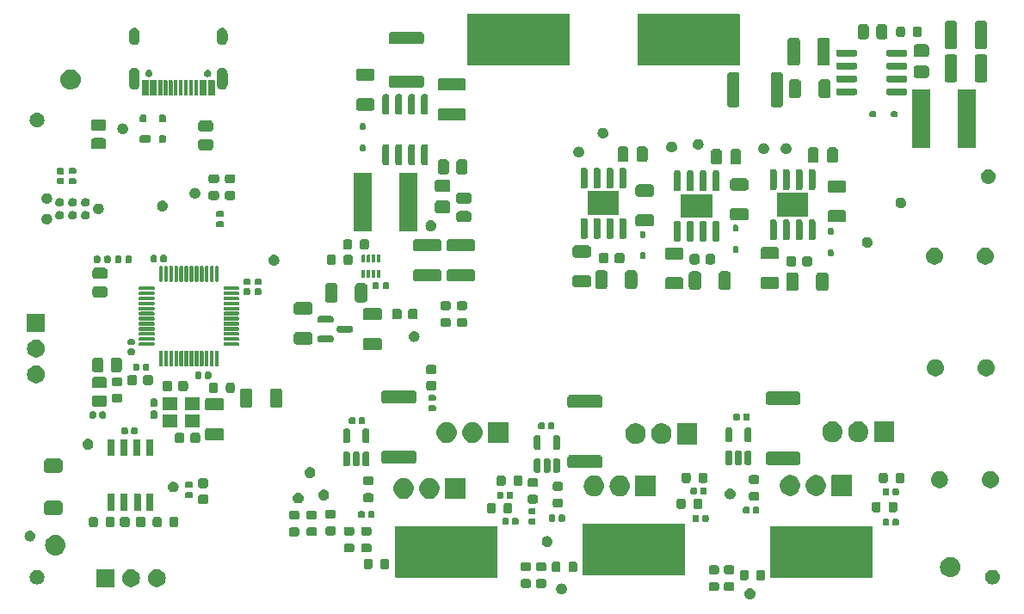
<source format=gts>
G04 #@! TF.GenerationSoftware,KiCad,Pcbnew,8.0.4-8.0.4-0~ubuntu22.04.1*
G04 #@! TF.CreationDate,2024-08-24T23:14:06+02:00*
G04 #@! TF.ProjectId,bldc_project,626c6463-5f70-4726-9f6a-6563742e6b69,rev?*
G04 #@! TF.SameCoordinates,Original*
G04 #@! TF.FileFunction,Soldermask,Top*
G04 #@! TF.FilePolarity,Negative*
%FSLAX46Y46*%
G04 Gerber Fmt 4.6, Leading zero omitted, Abs format (unit mm)*
G04 Created by KiCad (PCBNEW 8.0.4-8.0.4-0~ubuntu22.04.1) date 2024-08-24 23:14:06*
%MOMM*%
%LPD*%
G01*
G04 APERTURE LIST*
G04 APERTURE END LIST*
G36*
X114489245Y-138030332D02*
G01*
X114619000Y-138084078D01*
X114730423Y-138169577D01*
X114815922Y-138281000D01*
X114869668Y-138410755D01*
X114888000Y-138550000D01*
X114869668Y-138689245D01*
X114815922Y-138819000D01*
X114730423Y-138930423D01*
X114619000Y-139015922D01*
X114489245Y-139069668D01*
X114350000Y-139088000D01*
X114210755Y-139069668D01*
X114081000Y-139015922D01*
X113969577Y-138930423D01*
X113884078Y-138819000D01*
X113830332Y-138689245D01*
X113812000Y-138550000D01*
X113830332Y-138410755D01*
X113884078Y-138281000D01*
X113969577Y-138169577D01*
X114081000Y-138084078D01*
X114210755Y-138030332D01*
X114350000Y-138012000D01*
X114489245Y-138030332D01*
G37*
G36*
X95939245Y-137530332D02*
G01*
X96069000Y-137584078D01*
X96180423Y-137669577D01*
X96265922Y-137781000D01*
X96319668Y-137910755D01*
X96338000Y-138050000D01*
X96319668Y-138189245D01*
X96265922Y-138319000D01*
X96180423Y-138430423D01*
X96069000Y-138515922D01*
X95939245Y-138569668D01*
X95800000Y-138588000D01*
X95660755Y-138569668D01*
X95531000Y-138515922D01*
X95419577Y-138430423D01*
X95334078Y-138319000D01*
X95280332Y-138189245D01*
X95262000Y-138050000D01*
X95280332Y-137910755D01*
X95334078Y-137781000D01*
X95419577Y-137669577D01*
X95531000Y-137584078D01*
X95660755Y-137530332D01*
X95800000Y-137512000D01*
X95939245Y-137530332D01*
G37*
G36*
X111079047Y-137387805D02*
G01*
X111127661Y-137393445D01*
X111144271Y-137400779D01*
X111166079Y-137405117D01*
X111189425Y-137420716D01*
X111209012Y-137429365D01*
X111222390Y-137442743D01*
X111243291Y-137456709D01*
X111257256Y-137477609D01*
X111270634Y-137490987D01*
X111279281Y-137510572D01*
X111294883Y-137533921D01*
X111299221Y-137555731D01*
X111306554Y-137572338D01*
X111312192Y-137620942D01*
X111313000Y-137625000D01*
X111313000Y-138025000D01*
X111312192Y-138029059D01*
X111306554Y-138077661D01*
X111299221Y-138094266D01*
X111294883Y-138116079D01*
X111279280Y-138139429D01*
X111270634Y-138159012D01*
X111257258Y-138172387D01*
X111243291Y-138193291D01*
X111222387Y-138207258D01*
X111209012Y-138220634D01*
X111189429Y-138229280D01*
X111166079Y-138244883D01*
X111144266Y-138249221D01*
X111127661Y-138256554D01*
X111079059Y-138262192D01*
X111075000Y-138263000D01*
X110525000Y-138263000D01*
X110520942Y-138262192D01*
X110472338Y-138256554D01*
X110455731Y-138249221D01*
X110433921Y-138244883D01*
X110410572Y-138229281D01*
X110390987Y-138220634D01*
X110377609Y-138207256D01*
X110356709Y-138193291D01*
X110342743Y-138172390D01*
X110329365Y-138159012D01*
X110320716Y-138139425D01*
X110305117Y-138116079D01*
X110300779Y-138094271D01*
X110293445Y-138077661D01*
X110287805Y-138029047D01*
X110287000Y-138025000D01*
X110287000Y-137625000D01*
X110287804Y-137620954D01*
X110293445Y-137572338D01*
X110300779Y-137555727D01*
X110305117Y-137533921D01*
X110320715Y-137510576D01*
X110329365Y-137490987D01*
X110342745Y-137477606D01*
X110356709Y-137456709D01*
X110377606Y-137442745D01*
X110390987Y-137429365D01*
X110410576Y-137420715D01*
X110433921Y-137405117D01*
X110455727Y-137400779D01*
X110472338Y-137393445D01*
X110520954Y-137387804D01*
X110525000Y-137387000D01*
X111075000Y-137387000D01*
X111079047Y-137387805D01*
G37*
G36*
X112579047Y-137387805D02*
G01*
X112627661Y-137393445D01*
X112644271Y-137400779D01*
X112666079Y-137405117D01*
X112689425Y-137420716D01*
X112709012Y-137429365D01*
X112722390Y-137442743D01*
X112743291Y-137456709D01*
X112757256Y-137477609D01*
X112770634Y-137490987D01*
X112779281Y-137510572D01*
X112794883Y-137533921D01*
X112799221Y-137555731D01*
X112806554Y-137572338D01*
X112812192Y-137620942D01*
X112813000Y-137625000D01*
X112813000Y-138025000D01*
X112812192Y-138029059D01*
X112806554Y-138077661D01*
X112799221Y-138094266D01*
X112794883Y-138116079D01*
X112779280Y-138139429D01*
X112770634Y-138159012D01*
X112757258Y-138172387D01*
X112743291Y-138193291D01*
X112722387Y-138207258D01*
X112709012Y-138220634D01*
X112689429Y-138229280D01*
X112666079Y-138244883D01*
X112644266Y-138249221D01*
X112627661Y-138256554D01*
X112579059Y-138262192D01*
X112575000Y-138263000D01*
X112025000Y-138263000D01*
X112020942Y-138262192D01*
X111972338Y-138256554D01*
X111955731Y-138249221D01*
X111933921Y-138244883D01*
X111910572Y-138229281D01*
X111890987Y-138220634D01*
X111877609Y-138207256D01*
X111856709Y-138193291D01*
X111842743Y-138172390D01*
X111829365Y-138159012D01*
X111820716Y-138139425D01*
X111805117Y-138116079D01*
X111800779Y-138094271D01*
X111793445Y-138077661D01*
X111787805Y-138029047D01*
X111787000Y-138025000D01*
X111787000Y-137625000D01*
X111787804Y-137620954D01*
X111793445Y-137572338D01*
X111800779Y-137555727D01*
X111805117Y-137533921D01*
X111820715Y-137510576D01*
X111829365Y-137490987D01*
X111842745Y-137477606D01*
X111856709Y-137456709D01*
X111877606Y-137442745D01*
X111890987Y-137429365D01*
X111910576Y-137420715D01*
X111933921Y-137405117D01*
X111955727Y-137400779D01*
X111972338Y-137393445D01*
X112020954Y-137387804D01*
X112025000Y-137387000D01*
X112575000Y-137387000D01*
X112579047Y-137387805D01*
G37*
G36*
X92579047Y-137087805D02*
G01*
X92627661Y-137093445D01*
X92644271Y-137100779D01*
X92666079Y-137105117D01*
X92689425Y-137120716D01*
X92709012Y-137129365D01*
X92722390Y-137142743D01*
X92743291Y-137156709D01*
X92757256Y-137177609D01*
X92770634Y-137190987D01*
X92779281Y-137210572D01*
X92794883Y-137233921D01*
X92799221Y-137255731D01*
X92806554Y-137272338D01*
X92812192Y-137320942D01*
X92813000Y-137325000D01*
X92813000Y-137725000D01*
X92812192Y-137729059D01*
X92806554Y-137777661D01*
X92799221Y-137794266D01*
X92794883Y-137816079D01*
X92779280Y-137839429D01*
X92770634Y-137859012D01*
X92757258Y-137872387D01*
X92743291Y-137893291D01*
X92722387Y-137907258D01*
X92709012Y-137920634D01*
X92689429Y-137929280D01*
X92666079Y-137944883D01*
X92644266Y-137949221D01*
X92627661Y-137956554D01*
X92579059Y-137962192D01*
X92575000Y-137963000D01*
X92025000Y-137963000D01*
X92020942Y-137962192D01*
X91972338Y-137956554D01*
X91955731Y-137949221D01*
X91933921Y-137944883D01*
X91910572Y-137929281D01*
X91890987Y-137920634D01*
X91877609Y-137907256D01*
X91856709Y-137893291D01*
X91842743Y-137872390D01*
X91829365Y-137859012D01*
X91820716Y-137839425D01*
X91805117Y-137816079D01*
X91800779Y-137794271D01*
X91793445Y-137777661D01*
X91787805Y-137729047D01*
X91787000Y-137725000D01*
X91787000Y-137325000D01*
X91787804Y-137320954D01*
X91793445Y-137272338D01*
X91800779Y-137255727D01*
X91805117Y-137233921D01*
X91820715Y-137210576D01*
X91829365Y-137190987D01*
X91842745Y-137177606D01*
X91856709Y-137156709D01*
X91877606Y-137142745D01*
X91890987Y-137129365D01*
X91910576Y-137120715D01*
X91933921Y-137105117D01*
X91955727Y-137100779D01*
X91972338Y-137093445D01*
X92020954Y-137087804D01*
X92025000Y-137087000D01*
X92575000Y-137087000D01*
X92579047Y-137087805D01*
G37*
G36*
X94079047Y-137087805D02*
G01*
X94127661Y-137093445D01*
X94144271Y-137100779D01*
X94166079Y-137105117D01*
X94189425Y-137120716D01*
X94209012Y-137129365D01*
X94222390Y-137142743D01*
X94243291Y-137156709D01*
X94257256Y-137177609D01*
X94270634Y-137190987D01*
X94279281Y-137210572D01*
X94294883Y-137233921D01*
X94299221Y-137255731D01*
X94306554Y-137272338D01*
X94312192Y-137320942D01*
X94313000Y-137325000D01*
X94313000Y-137725000D01*
X94312192Y-137729059D01*
X94306554Y-137777661D01*
X94299221Y-137794266D01*
X94294883Y-137816079D01*
X94279280Y-137839429D01*
X94270634Y-137859012D01*
X94257258Y-137872387D01*
X94243291Y-137893291D01*
X94222387Y-137907258D01*
X94209012Y-137920634D01*
X94189429Y-137929280D01*
X94166079Y-137944883D01*
X94144266Y-137949221D01*
X94127661Y-137956554D01*
X94079059Y-137962192D01*
X94075000Y-137963000D01*
X93525000Y-137963000D01*
X93520942Y-137962192D01*
X93472338Y-137956554D01*
X93455731Y-137949221D01*
X93433921Y-137944883D01*
X93410572Y-137929281D01*
X93390987Y-137920634D01*
X93377609Y-137907256D01*
X93356709Y-137893291D01*
X93342743Y-137872390D01*
X93329365Y-137859012D01*
X93320716Y-137839425D01*
X93305117Y-137816079D01*
X93300779Y-137794271D01*
X93293445Y-137777661D01*
X93287805Y-137729047D01*
X93287000Y-137725000D01*
X93287000Y-137325000D01*
X93287804Y-137320954D01*
X93293445Y-137272338D01*
X93300779Y-137255727D01*
X93305117Y-137233921D01*
X93320715Y-137210576D01*
X93329365Y-137190987D01*
X93342745Y-137177606D01*
X93356709Y-137156709D01*
X93377606Y-137142745D01*
X93390987Y-137129365D01*
X93410576Y-137120715D01*
X93433921Y-137105117D01*
X93455727Y-137100779D01*
X93472338Y-137093445D01*
X93520954Y-137087804D01*
X93525000Y-137087000D01*
X94075000Y-137087000D01*
X94079047Y-137087805D01*
G37*
G36*
X51764542Y-136114893D02*
G01*
X51776870Y-136123130D01*
X51785107Y-136135458D01*
X51788000Y-136150000D01*
X51788000Y-137850000D01*
X51785107Y-137864542D01*
X51776870Y-137876870D01*
X51764542Y-137885107D01*
X51750000Y-137888000D01*
X50050000Y-137888000D01*
X50035458Y-137885107D01*
X50023130Y-137876870D01*
X50014893Y-137864542D01*
X50012000Y-137850000D01*
X50012000Y-136150000D01*
X50014893Y-136135458D01*
X50023130Y-136123130D01*
X50035458Y-136114893D01*
X50050000Y-136112000D01*
X51750000Y-136112000D01*
X51764542Y-136114893D01*
G37*
G36*
X53714407Y-136155462D02*
G01*
X53884000Y-136230969D01*
X54034188Y-136340087D01*
X54158407Y-136478047D01*
X54251228Y-136638818D01*
X54308595Y-136815374D01*
X54328000Y-137000000D01*
X54308595Y-137184626D01*
X54251228Y-137361182D01*
X54158407Y-137521953D01*
X54034188Y-137659913D01*
X53884000Y-137769031D01*
X53714407Y-137844538D01*
X53532821Y-137883135D01*
X53347179Y-137883135D01*
X53165593Y-137844538D01*
X52996000Y-137769031D01*
X52845812Y-137659913D01*
X52721593Y-137521953D01*
X52628772Y-137361182D01*
X52571405Y-137184626D01*
X52552000Y-137000000D01*
X52571405Y-136815374D01*
X52628772Y-136638818D01*
X52721593Y-136478047D01*
X52845812Y-136340087D01*
X52996000Y-136230969D01*
X53165593Y-136155462D01*
X53347179Y-136116865D01*
X53532821Y-136116865D01*
X53714407Y-136155462D01*
G37*
G36*
X56254407Y-136155462D02*
G01*
X56424000Y-136230969D01*
X56574188Y-136340087D01*
X56698407Y-136478047D01*
X56791228Y-136638818D01*
X56848595Y-136815374D01*
X56868000Y-137000000D01*
X56848595Y-137184626D01*
X56791228Y-137361182D01*
X56698407Y-137521953D01*
X56574188Y-137659913D01*
X56424000Y-137769031D01*
X56254407Y-137844538D01*
X56072821Y-137883135D01*
X55887179Y-137883135D01*
X55705593Y-137844538D01*
X55536000Y-137769031D01*
X55385812Y-137659913D01*
X55261593Y-137521953D01*
X55168772Y-137361182D01*
X55111405Y-137184626D01*
X55092000Y-137000000D01*
X55111405Y-136815374D01*
X55168772Y-136638818D01*
X55261593Y-136478047D01*
X55385812Y-136340087D01*
X55536000Y-136230969D01*
X55705593Y-136155462D01*
X55887179Y-136116865D01*
X56072821Y-136116865D01*
X56254407Y-136155462D01*
G37*
G36*
X44361105Y-136194152D02*
G01*
X44514132Y-136247699D01*
X44651407Y-136333954D01*
X44766046Y-136448593D01*
X44852301Y-136585868D01*
X44905848Y-136738895D01*
X44924000Y-136900000D01*
X44905848Y-137061105D01*
X44852301Y-137214132D01*
X44766046Y-137351407D01*
X44651407Y-137466046D01*
X44514132Y-137552301D01*
X44361105Y-137605848D01*
X44200000Y-137624000D01*
X44038895Y-137605848D01*
X43885868Y-137552301D01*
X43748593Y-137466046D01*
X43633954Y-137351407D01*
X43547699Y-137214132D01*
X43494152Y-137061105D01*
X43476000Y-136900000D01*
X43494152Y-136738895D01*
X43547699Y-136585868D01*
X43633954Y-136448593D01*
X43748593Y-136333954D01*
X43885868Y-136247699D01*
X44038895Y-136194152D01*
X44200000Y-136176000D01*
X44361105Y-136194152D01*
G37*
G36*
X138361105Y-136194152D02*
G01*
X138514132Y-136247699D01*
X138651407Y-136333954D01*
X138766046Y-136448593D01*
X138852301Y-136585868D01*
X138905848Y-136738895D01*
X138924000Y-136900000D01*
X138905848Y-137061105D01*
X138852301Y-137214132D01*
X138766046Y-137351407D01*
X138651407Y-137466046D01*
X138514132Y-137552301D01*
X138361105Y-137605848D01*
X138200000Y-137624000D01*
X138038895Y-137605848D01*
X137885868Y-137552301D01*
X137748593Y-137466046D01*
X137633954Y-137351407D01*
X137547699Y-137214132D01*
X137494152Y-137061105D01*
X137476000Y-136900000D01*
X137494152Y-136738895D01*
X137547699Y-136585868D01*
X137633954Y-136448593D01*
X137748593Y-136333954D01*
X137885868Y-136247699D01*
X138038895Y-136194152D01*
X138200000Y-136176000D01*
X138361105Y-136194152D01*
G37*
G36*
X113979047Y-136187805D02*
G01*
X114027661Y-136193445D01*
X114044271Y-136200779D01*
X114066079Y-136205117D01*
X114089425Y-136220716D01*
X114109012Y-136229365D01*
X114122390Y-136242743D01*
X114143291Y-136256709D01*
X114157256Y-136277609D01*
X114170634Y-136290987D01*
X114179281Y-136310572D01*
X114194883Y-136333921D01*
X114199221Y-136355731D01*
X114206554Y-136372338D01*
X114212192Y-136420942D01*
X114213000Y-136425000D01*
X114213000Y-136975000D01*
X114212192Y-136979059D01*
X114206554Y-137027661D01*
X114199221Y-137044266D01*
X114194883Y-137066079D01*
X114179280Y-137089429D01*
X114170634Y-137109012D01*
X114157258Y-137122387D01*
X114143291Y-137143291D01*
X114122387Y-137157258D01*
X114109012Y-137170634D01*
X114089429Y-137179280D01*
X114066079Y-137194883D01*
X114044266Y-137199221D01*
X114027661Y-137206554D01*
X113979059Y-137212192D01*
X113975000Y-137213000D01*
X113575000Y-137213000D01*
X113570942Y-137212192D01*
X113522338Y-137206554D01*
X113505731Y-137199221D01*
X113483921Y-137194883D01*
X113460572Y-137179281D01*
X113440987Y-137170634D01*
X113427609Y-137157256D01*
X113406709Y-137143291D01*
X113392743Y-137122390D01*
X113379365Y-137109012D01*
X113370716Y-137089425D01*
X113355117Y-137066079D01*
X113350779Y-137044271D01*
X113343445Y-137027661D01*
X113337805Y-136979047D01*
X113337000Y-136975000D01*
X113337000Y-136425000D01*
X113337804Y-136420954D01*
X113343445Y-136372338D01*
X113350779Y-136355727D01*
X113355117Y-136333921D01*
X113370715Y-136310576D01*
X113379365Y-136290987D01*
X113392745Y-136277606D01*
X113406709Y-136256709D01*
X113427606Y-136242745D01*
X113440987Y-136229365D01*
X113460576Y-136220715D01*
X113483921Y-136205117D01*
X113505727Y-136200779D01*
X113522338Y-136193445D01*
X113570954Y-136187804D01*
X113575000Y-136187000D01*
X113975000Y-136187000D01*
X113979047Y-136187805D01*
G37*
G36*
X115629047Y-136187805D02*
G01*
X115677661Y-136193445D01*
X115694271Y-136200779D01*
X115716079Y-136205117D01*
X115739425Y-136220716D01*
X115759012Y-136229365D01*
X115772390Y-136242743D01*
X115793291Y-136256709D01*
X115807256Y-136277609D01*
X115820634Y-136290987D01*
X115829281Y-136310572D01*
X115844883Y-136333921D01*
X115849221Y-136355731D01*
X115856554Y-136372338D01*
X115862192Y-136420942D01*
X115863000Y-136425000D01*
X115863000Y-136975000D01*
X115862192Y-136979059D01*
X115856554Y-137027661D01*
X115849221Y-137044266D01*
X115844883Y-137066079D01*
X115829280Y-137089429D01*
X115820634Y-137109012D01*
X115807258Y-137122387D01*
X115793291Y-137143291D01*
X115772387Y-137157258D01*
X115759012Y-137170634D01*
X115739429Y-137179280D01*
X115716079Y-137194883D01*
X115694266Y-137199221D01*
X115677661Y-137206554D01*
X115629059Y-137212192D01*
X115625000Y-137213000D01*
X115225000Y-137213000D01*
X115220942Y-137212192D01*
X115172338Y-137206554D01*
X115155731Y-137199221D01*
X115133921Y-137194883D01*
X115110572Y-137179281D01*
X115090987Y-137170634D01*
X115077609Y-137157256D01*
X115056709Y-137143291D01*
X115042743Y-137122390D01*
X115029365Y-137109012D01*
X115020716Y-137089425D01*
X115005117Y-137066079D01*
X115000779Y-137044271D01*
X114993445Y-137027661D01*
X114987805Y-136979047D01*
X114987000Y-136975000D01*
X114987000Y-136425000D01*
X114987804Y-136420954D01*
X114993445Y-136372338D01*
X115000779Y-136355727D01*
X115005117Y-136333921D01*
X115020715Y-136310576D01*
X115029365Y-136290987D01*
X115042745Y-136277606D01*
X115056709Y-136256709D01*
X115077606Y-136242745D01*
X115090987Y-136229365D01*
X115110576Y-136220715D01*
X115133921Y-136205117D01*
X115155727Y-136200779D01*
X115172338Y-136193445D01*
X115220954Y-136187804D01*
X115225000Y-136187000D01*
X115625000Y-136187000D01*
X115629047Y-136187805D01*
G37*
G36*
X126377042Y-131899893D02*
G01*
X126389370Y-131908130D01*
X126397607Y-131920458D01*
X126400500Y-131935000D01*
X126400500Y-136935000D01*
X126397607Y-136949542D01*
X126389370Y-136961870D01*
X126377042Y-136970107D01*
X126362500Y-136973000D01*
X116362500Y-136973000D01*
X116347958Y-136970107D01*
X116335630Y-136961870D01*
X116327393Y-136949542D01*
X116324500Y-136935000D01*
X116324500Y-131935000D01*
X116327393Y-131920458D01*
X116335630Y-131908130D01*
X116347958Y-131899893D01*
X116362500Y-131897000D01*
X126362500Y-131897000D01*
X126377042Y-131899893D01*
G37*
G36*
X89514542Y-131864893D02*
G01*
X89526870Y-131873130D01*
X89535107Y-131885458D01*
X89538000Y-131900000D01*
X89538000Y-136900000D01*
X89535107Y-136914542D01*
X89526870Y-136926870D01*
X89514542Y-136935107D01*
X89500000Y-136938000D01*
X79500000Y-136938000D01*
X79485458Y-136935107D01*
X79473130Y-136926870D01*
X79464893Y-136914542D01*
X79462000Y-136900000D01*
X79462000Y-131900000D01*
X79464893Y-131885458D01*
X79473130Y-131873130D01*
X79485458Y-131864893D01*
X79500000Y-131862000D01*
X89500000Y-131862000D01*
X89514542Y-131864893D01*
G37*
G36*
X134245090Y-134919215D02*
G01*
X134432683Y-134976120D01*
X134605570Y-135068530D01*
X134757107Y-135192893D01*
X134881470Y-135344430D01*
X134973880Y-135517317D01*
X135030785Y-135704910D01*
X135050000Y-135900000D01*
X135030785Y-136095090D01*
X134973880Y-136282683D01*
X134881470Y-136455570D01*
X134757107Y-136607107D01*
X134605570Y-136731470D01*
X134432683Y-136823880D01*
X134245090Y-136880785D01*
X134050000Y-136900000D01*
X133854910Y-136880785D01*
X133667317Y-136823880D01*
X133494430Y-136731470D01*
X133342893Y-136607107D01*
X133218530Y-136455570D01*
X133126120Y-136282683D01*
X133069215Y-136095090D01*
X133050000Y-135900000D01*
X133069215Y-135704910D01*
X133126120Y-135517317D01*
X133218530Y-135344430D01*
X133342893Y-135192893D01*
X133494430Y-135068530D01*
X133667317Y-134976120D01*
X133854910Y-134919215D01*
X134050000Y-134900000D01*
X134245090Y-134919215D01*
G37*
G36*
X107914542Y-131664893D02*
G01*
X107926870Y-131673130D01*
X107935107Y-131685458D01*
X107938000Y-131700000D01*
X107938000Y-136700000D01*
X107935107Y-136714542D01*
X107926870Y-136726870D01*
X107914542Y-136735107D01*
X107900000Y-136738000D01*
X97900000Y-136738000D01*
X97885458Y-136735107D01*
X97873130Y-136726870D01*
X97864893Y-136714542D01*
X97862000Y-136700000D01*
X97862000Y-131700000D01*
X97864893Y-131685458D01*
X97873130Y-131673130D01*
X97885458Y-131664893D01*
X97900000Y-131662000D01*
X107900000Y-131662000D01*
X107914542Y-131664893D01*
G37*
G36*
X111079047Y-135737805D02*
G01*
X111127661Y-135743445D01*
X111144271Y-135750779D01*
X111166079Y-135755117D01*
X111189425Y-135770716D01*
X111209012Y-135779365D01*
X111222390Y-135792743D01*
X111243291Y-135806709D01*
X111257256Y-135827609D01*
X111270634Y-135840987D01*
X111279281Y-135860572D01*
X111294883Y-135883921D01*
X111299221Y-135905731D01*
X111306554Y-135922338D01*
X111312192Y-135970942D01*
X111313000Y-135975000D01*
X111313000Y-136375000D01*
X111312192Y-136379059D01*
X111306554Y-136427661D01*
X111299221Y-136444266D01*
X111294883Y-136466079D01*
X111279280Y-136489429D01*
X111270634Y-136509012D01*
X111257258Y-136522387D01*
X111243291Y-136543291D01*
X111222387Y-136557258D01*
X111209012Y-136570634D01*
X111189429Y-136579280D01*
X111166079Y-136594883D01*
X111144266Y-136599221D01*
X111127661Y-136606554D01*
X111079059Y-136612192D01*
X111075000Y-136613000D01*
X110525000Y-136613000D01*
X110520942Y-136612192D01*
X110472338Y-136606554D01*
X110455731Y-136599221D01*
X110433921Y-136594883D01*
X110410572Y-136579281D01*
X110390987Y-136570634D01*
X110377609Y-136557256D01*
X110356709Y-136543291D01*
X110342743Y-136522390D01*
X110329365Y-136509012D01*
X110320716Y-136489425D01*
X110305117Y-136466079D01*
X110300779Y-136444271D01*
X110293445Y-136427661D01*
X110287805Y-136379047D01*
X110287000Y-136375000D01*
X110287000Y-135975000D01*
X110287804Y-135970954D01*
X110293445Y-135922338D01*
X110300779Y-135905727D01*
X110305117Y-135883921D01*
X110320715Y-135860576D01*
X110329365Y-135840987D01*
X110342745Y-135827606D01*
X110356709Y-135806709D01*
X110377606Y-135792745D01*
X110390987Y-135779365D01*
X110410576Y-135770715D01*
X110433921Y-135755117D01*
X110455727Y-135750779D01*
X110472338Y-135743445D01*
X110520954Y-135737804D01*
X110525000Y-135737000D01*
X111075000Y-135737000D01*
X111079047Y-135737805D01*
G37*
G36*
X112579047Y-135737805D02*
G01*
X112627661Y-135743445D01*
X112644271Y-135750779D01*
X112666079Y-135755117D01*
X112689425Y-135770716D01*
X112709012Y-135779365D01*
X112722390Y-135792743D01*
X112743291Y-135806709D01*
X112757256Y-135827609D01*
X112770634Y-135840987D01*
X112779281Y-135860572D01*
X112794883Y-135883921D01*
X112799221Y-135905731D01*
X112806554Y-135922338D01*
X112812192Y-135970942D01*
X112813000Y-135975000D01*
X112813000Y-136375000D01*
X112812192Y-136379059D01*
X112806554Y-136427661D01*
X112799221Y-136444266D01*
X112794883Y-136466079D01*
X112779280Y-136489429D01*
X112770634Y-136509012D01*
X112757258Y-136522387D01*
X112743291Y-136543291D01*
X112722387Y-136557258D01*
X112709012Y-136570634D01*
X112689429Y-136579280D01*
X112666079Y-136594883D01*
X112644266Y-136599221D01*
X112627661Y-136606554D01*
X112579059Y-136612192D01*
X112575000Y-136613000D01*
X112025000Y-136613000D01*
X112020942Y-136612192D01*
X111972338Y-136606554D01*
X111955731Y-136599221D01*
X111933921Y-136594883D01*
X111910572Y-136579281D01*
X111890987Y-136570634D01*
X111877609Y-136557256D01*
X111856709Y-136543291D01*
X111842743Y-136522390D01*
X111829365Y-136509012D01*
X111820716Y-136489425D01*
X111805117Y-136466079D01*
X111800779Y-136444271D01*
X111793445Y-136427661D01*
X111787805Y-136379047D01*
X111787000Y-136375000D01*
X111787000Y-135975000D01*
X111787804Y-135970954D01*
X111793445Y-135922338D01*
X111800779Y-135905727D01*
X111805117Y-135883921D01*
X111820715Y-135860576D01*
X111829365Y-135840987D01*
X111842745Y-135827606D01*
X111856709Y-135806709D01*
X111877606Y-135792745D01*
X111890987Y-135779365D01*
X111910576Y-135770715D01*
X111933921Y-135755117D01*
X111955727Y-135750779D01*
X111972338Y-135743445D01*
X112020954Y-135737804D01*
X112025000Y-135737000D01*
X112575000Y-135737000D01*
X112579047Y-135737805D01*
G37*
G36*
X95479047Y-135387805D02*
G01*
X95527661Y-135393445D01*
X95544271Y-135400779D01*
X95566079Y-135405117D01*
X95589425Y-135420716D01*
X95609012Y-135429365D01*
X95622390Y-135442743D01*
X95643291Y-135456709D01*
X95657256Y-135477609D01*
X95670634Y-135490987D01*
X95679281Y-135510572D01*
X95694883Y-135533921D01*
X95699221Y-135555731D01*
X95706554Y-135572338D01*
X95712192Y-135620942D01*
X95713000Y-135625000D01*
X95713000Y-136175000D01*
X95712192Y-136179059D01*
X95706554Y-136227661D01*
X95699221Y-136244266D01*
X95694883Y-136266079D01*
X95679280Y-136289429D01*
X95670634Y-136309012D01*
X95657258Y-136322387D01*
X95643291Y-136343291D01*
X95622387Y-136357258D01*
X95609012Y-136370634D01*
X95589429Y-136379280D01*
X95566079Y-136394883D01*
X95544266Y-136399221D01*
X95527661Y-136406554D01*
X95479059Y-136412192D01*
X95475000Y-136413000D01*
X95075000Y-136413000D01*
X95070942Y-136412192D01*
X95022338Y-136406554D01*
X95005731Y-136399221D01*
X94983921Y-136394883D01*
X94960572Y-136379281D01*
X94940987Y-136370634D01*
X94927609Y-136357256D01*
X94906709Y-136343291D01*
X94892743Y-136322390D01*
X94879365Y-136309012D01*
X94870716Y-136289425D01*
X94855117Y-136266079D01*
X94850779Y-136244271D01*
X94843445Y-136227661D01*
X94837805Y-136179047D01*
X94837000Y-136175000D01*
X94837000Y-135625000D01*
X94837804Y-135620954D01*
X94843445Y-135572338D01*
X94850779Y-135555727D01*
X94855117Y-135533921D01*
X94870715Y-135510576D01*
X94879365Y-135490987D01*
X94892745Y-135477606D01*
X94906709Y-135456709D01*
X94927606Y-135442745D01*
X94940987Y-135429365D01*
X94960576Y-135420715D01*
X94983921Y-135405117D01*
X95005727Y-135400779D01*
X95022338Y-135393445D01*
X95070954Y-135387804D01*
X95075000Y-135387000D01*
X95475000Y-135387000D01*
X95479047Y-135387805D01*
G37*
G36*
X97129047Y-135387805D02*
G01*
X97177661Y-135393445D01*
X97194271Y-135400779D01*
X97216079Y-135405117D01*
X97239425Y-135420716D01*
X97259012Y-135429365D01*
X97272390Y-135442743D01*
X97293291Y-135456709D01*
X97307256Y-135477609D01*
X97320634Y-135490987D01*
X97329281Y-135510572D01*
X97344883Y-135533921D01*
X97349221Y-135555731D01*
X97356554Y-135572338D01*
X97362192Y-135620942D01*
X97363000Y-135625000D01*
X97363000Y-136175000D01*
X97362192Y-136179059D01*
X97356554Y-136227661D01*
X97349221Y-136244266D01*
X97344883Y-136266079D01*
X97329280Y-136289429D01*
X97320634Y-136309012D01*
X97307258Y-136322387D01*
X97293291Y-136343291D01*
X97272387Y-136357258D01*
X97259012Y-136370634D01*
X97239429Y-136379280D01*
X97216079Y-136394883D01*
X97194266Y-136399221D01*
X97177661Y-136406554D01*
X97129059Y-136412192D01*
X97125000Y-136413000D01*
X96725000Y-136413000D01*
X96720942Y-136412192D01*
X96672338Y-136406554D01*
X96655731Y-136399221D01*
X96633921Y-136394883D01*
X96610572Y-136379281D01*
X96590987Y-136370634D01*
X96577609Y-136357256D01*
X96556709Y-136343291D01*
X96542743Y-136322390D01*
X96529365Y-136309012D01*
X96520716Y-136289425D01*
X96505117Y-136266079D01*
X96500779Y-136244271D01*
X96493445Y-136227661D01*
X96487805Y-136179047D01*
X96487000Y-136175000D01*
X96487000Y-135625000D01*
X96487804Y-135620954D01*
X96493445Y-135572338D01*
X96500779Y-135555727D01*
X96505117Y-135533921D01*
X96520715Y-135510576D01*
X96529365Y-135490987D01*
X96542745Y-135477606D01*
X96556709Y-135456709D01*
X96577606Y-135442745D01*
X96590987Y-135429365D01*
X96610576Y-135420715D01*
X96633921Y-135405117D01*
X96655727Y-135400779D01*
X96672338Y-135393445D01*
X96720954Y-135387804D01*
X96725000Y-135387000D01*
X97125000Y-135387000D01*
X97129047Y-135387805D01*
G37*
G36*
X92579047Y-135437805D02*
G01*
X92627661Y-135443445D01*
X92644271Y-135450779D01*
X92666079Y-135455117D01*
X92689425Y-135470716D01*
X92709012Y-135479365D01*
X92722390Y-135492743D01*
X92743291Y-135506709D01*
X92757256Y-135527609D01*
X92770634Y-135540987D01*
X92779281Y-135560572D01*
X92794883Y-135583921D01*
X92799221Y-135605731D01*
X92806554Y-135622338D01*
X92812192Y-135670942D01*
X92813000Y-135675000D01*
X92813000Y-136075000D01*
X92812192Y-136079059D01*
X92806554Y-136127661D01*
X92799221Y-136144266D01*
X92794883Y-136166079D01*
X92779280Y-136189429D01*
X92770634Y-136209012D01*
X92757258Y-136222387D01*
X92743291Y-136243291D01*
X92722387Y-136257258D01*
X92709012Y-136270634D01*
X92689429Y-136279280D01*
X92666079Y-136294883D01*
X92644266Y-136299221D01*
X92627661Y-136306554D01*
X92579059Y-136312192D01*
X92575000Y-136313000D01*
X92025000Y-136313000D01*
X92020942Y-136312192D01*
X91972338Y-136306554D01*
X91955731Y-136299221D01*
X91933921Y-136294883D01*
X91910572Y-136279281D01*
X91890987Y-136270634D01*
X91877609Y-136257256D01*
X91856709Y-136243291D01*
X91842743Y-136222390D01*
X91829365Y-136209012D01*
X91820716Y-136189425D01*
X91805117Y-136166079D01*
X91800779Y-136144271D01*
X91793445Y-136127661D01*
X91787805Y-136079047D01*
X91787000Y-136075000D01*
X91787000Y-135675000D01*
X91787804Y-135670954D01*
X91793445Y-135622338D01*
X91800779Y-135605727D01*
X91805117Y-135583921D01*
X91820715Y-135560576D01*
X91829365Y-135540987D01*
X91842745Y-135527606D01*
X91856709Y-135506709D01*
X91877606Y-135492745D01*
X91890987Y-135479365D01*
X91910576Y-135470715D01*
X91933921Y-135455117D01*
X91955727Y-135450779D01*
X91972338Y-135443445D01*
X92020954Y-135437804D01*
X92025000Y-135437000D01*
X92575000Y-135437000D01*
X92579047Y-135437805D01*
G37*
G36*
X94079047Y-135437805D02*
G01*
X94127661Y-135443445D01*
X94144271Y-135450779D01*
X94166079Y-135455117D01*
X94189425Y-135470716D01*
X94209012Y-135479365D01*
X94222390Y-135492743D01*
X94243291Y-135506709D01*
X94257256Y-135527609D01*
X94270634Y-135540987D01*
X94279281Y-135560572D01*
X94294883Y-135583921D01*
X94299221Y-135605731D01*
X94306554Y-135622338D01*
X94312192Y-135670942D01*
X94313000Y-135675000D01*
X94313000Y-136075000D01*
X94312192Y-136079059D01*
X94306554Y-136127661D01*
X94299221Y-136144266D01*
X94294883Y-136166079D01*
X94279280Y-136189429D01*
X94270634Y-136209012D01*
X94257258Y-136222387D01*
X94243291Y-136243291D01*
X94222387Y-136257258D01*
X94209012Y-136270634D01*
X94189429Y-136279280D01*
X94166079Y-136294883D01*
X94144266Y-136299221D01*
X94127661Y-136306554D01*
X94079059Y-136312192D01*
X94075000Y-136313000D01*
X93525000Y-136313000D01*
X93520942Y-136312192D01*
X93472338Y-136306554D01*
X93455731Y-136299221D01*
X93433921Y-136294883D01*
X93410572Y-136279281D01*
X93390987Y-136270634D01*
X93377609Y-136257256D01*
X93356709Y-136243291D01*
X93342743Y-136222390D01*
X93329365Y-136209012D01*
X93320716Y-136189425D01*
X93305117Y-136166079D01*
X93300779Y-136144271D01*
X93293445Y-136127661D01*
X93287805Y-136079047D01*
X93287000Y-136075000D01*
X93287000Y-135675000D01*
X93287804Y-135670954D01*
X93293445Y-135622338D01*
X93300779Y-135605727D01*
X93305117Y-135583921D01*
X93320715Y-135560576D01*
X93329365Y-135540987D01*
X93342745Y-135527606D01*
X93356709Y-135506709D01*
X93377606Y-135492745D01*
X93390987Y-135479365D01*
X93410576Y-135470715D01*
X93433921Y-135455117D01*
X93455727Y-135450779D01*
X93472338Y-135443445D01*
X93520954Y-135437804D01*
X93525000Y-135437000D01*
X94075000Y-135437000D01*
X94079047Y-135437805D01*
G37*
G36*
X76979047Y-135087805D02*
G01*
X77027661Y-135093445D01*
X77044271Y-135100779D01*
X77066079Y-135105117D01*
X77089425Y-135120716D01*
X77109012Y-135129365D01*
X77122390Y-135142743D01*
X77143291Y-135156709D01*
X77157256Y-135177609D01*
X77170634Y-135190987D01*
X77179281Y-135210572D01*
X77194883Y-135233921D01*
X77199221Y-135255731D01*
X77206554Y-135272338D01*
X77212192Y-135320942D01*
X77213000Y-135325000D01*
X77213000Y-135875000D01*
X77212192Y-135879059D01*
X77206554Y-135927661D01*
X77199221Y-135944266D01*
X77194883Y-135966079D01*
X77179280Y-135989429D01*
X77170634Y-136009012D01*
X77157258Y-136022387D01*
X77143291Y-136043291D01*
X77122387Y-136057258D01*
X77109012Y-136070634D01*
X77089429Y-136079280D01*
X77066079Y-136094883D01*
X77044266Y-136099221D01*
X77027661Y-136106554D01*
X76979059Y-136112192D01*
X76975000Y-136113000D01*
X76575000Y-136113000D01*
X76570942Y-136112192D01*
X76522338Y-136106554D01*
X76505731Y-136099221D01*
X76483921Y-136094883D01*
X76460572Y-136079281D01*
X76440987Y-136070634D01*
X76427609Y-136057256D01*
X76406709Y-136043291D01*
X76392743Y-136022390D01*
X76379365Y-136009012D01*
X76370716Y-135989425D01*
X76355117Y-135966079D01*
X76350779Y-135944271D01*
X76343445Y-135927661D01*
X76337805Y-135879047D01*
X76337000Y-135875000D01*
X76337000Y-135325000D01*
X76337804Y-135320954D01*
X76343445Y-135272338D01*
X76350779Y-135255727D01*
X76355117Y-135233921D01*
X76370715Y-135210576D01*
X76379365Y-135190987D01*
X76392745Y-135177606D01*
X76406709Y-135156709D01*
X76427606Y-135142745D01*
X76440987Y-135129365D01*
X76460576Y-135120715D01*
X76483921Y-135105117D01*
X76505727Y-135100779D01*
X76522338Y-135093445D01*
X76570954Y-135087804D01*
X76575000Y-135087000D01*
X76975000Y-135087000D01*
X76979047Y-135087805D01*
G37*
G36*
X78629047Y-135087805D02*
G01*
X78677661Y-135093445D01*
X78694271Y-135100779D01*
X78716079Y-135105117D01*
X78739425Y-135120716D01*
X78759012Y-135129365D01*
X78772390Y-135142743D01*
X78793291Y-135156709D01*
X78807256Y-135177609D01*
X78820634Y-135190987D01*
X78829281Y-135210572D01*
X78844883Y-135233921D01*
X78849221Y-135255731D01*
X78856554Y-135272338D01*
X78862192Y-135320942D01*
X78863000Y-135325000D01*
X78863000Y-135875000D01*
X78862192Y-135879059D01*
X78856554Y-135927661D01*
X78849221Y-135944266D01*
X78844883Y-135966079D01*
X78829280Y-135989429D01*
X78820634Y-136009012D01*
X78807258Y-136022387D01*
X78793291Y-136043291D01*
X78772387Y-136057258D01*
X78759012Y-136070634D01*
X78739429Y-136079280D01*
X78716079Y-136094883D01*
X78694266Y-136099221D01*
X78677661Y-136106554D01*
X78629059Y-136112192D01*
X78625000Y-136113000D01*
X78225000Y-136113000D01*
X78220942Y-136112192D01*
X78172338Y-136106554D01*
X78155731Y-136099221D01*
X78133921Y-136094883D01*
X78110572Y-136079281D01*
X78090987Y-136070634D01*
X78077609Y-136057256D01*
X78056709Y-136043291D01*
X78042743Y-136022390D01*
X78029365Y-136009012D01*
X78020716Y-135989425D01*
X78005117Y-135966079D01*
X78000779Y-135944271D01*
X77993445Y-135927661D01*
X77987805Y-135879047D01*
X77987000Y-135875000D01*
X77987000Y-135325000D01*
X77987804Y-135320954D01*
X77993445Y-135272338D01*
X78000779Y-135255727D01*
X78005117Y-135233921D01*
X78020715Y-135210576D01*
X78029365Y-135190987D01*
X78042745Y-135177606D01*
X78056709Y-135156709D01*
X78077606Y-135142745D01*
X78090987Y-135129365D01*
X78110576Y-135120715D01*
X78133921Y-135105117D01*
X78155727Y-135100779D01*
X78172338Y-135093445D01*
X78220954Y-135087804D01*
X78225000Y-135087000D01*
X78625000Y-135087000D01*
X78629047Y-135087805D01*
G37*
G36*
X46195090Y-132769215D02*
G01*
X46382683Y-132826120D01*
X46555570Y-132918530D01*
X46707107Y-133042893D01*
X46831470Y-133194430D01*
X46923880Y-133367317D01*
X46980785Y-133554910D01*
X47000000Y-133750000D01*
X46980785Y-133945090D01*
X46923880Y-134132683D01*
X46831470Y-134305570D01*
X46707107Y-134457107D01*
X46555570Y-134581470D01*
X46382683Y-134673880D01*
X46195090Y-134730785D01*
X46000000Y-134750000D01*
X45804910Y-134730785D01*
X45617317Y-134673880D01*
X45444430Y-134581470D01*
X45292893Y-134457107D01*
X45168530Y-134305570D01*
X45076120Y-134132683D01*
X45019215Y-133945090D01*
X45000000Y-133750000D01*
X45019215Y-133554910D01*
X45076120Y-133367317D01*
X45168530Y-133194430D01*
X45292893Y-133042893D01*
X45444430Y-132918530D01*
X45617317Y-132826120D01*
X45804910Y-132769215D01*
X46000000Y-132750000D01*
X46195090Y-132769215D01*
G37*
G36*
X75179047Y-133587805D02*
G01*
X75227661Y-133593445D01*
X75244271Y-133600779D01*
X75266079Y-133605117D01*
X75289425Y-133620716D01*
X75309012Y-133629365D01*
X75322390Y-133642743D01*
X75343291Y-133656709D01*
X75357256Y-133677609D01*
X75370634Y-133690987D01*
X75379281Y-133710572D01*
X75394883Y-133733921D01*
X75399221Y-133755731D01*
X75406554Y-133772338D01*
X75412192Y-133820942D01*
X75413000Y-133825000D01*
X75413000Y-134225000D01*
X75412192Y-134229059D01*
X75406554Y-134277661D01*
X75399221Y-134294266D01*
X75394883Y-134316079D01*
X75379280Y-134339429D01*
X75370634Y-134359012D01*
X75357258Y-134372387D01*
X75343291Y-134393291D01*
X75322387Y-134407258D01*
X75309012Y-134420634D01*
X75289429Y-134429280D01*
X75266079Y-134444883D01*
X75244266Y-134449221D01*
X75227661Y-134456554D01*
X75179059Y-134462192D01*
X75175000Y-134463000D01*
X74625000Y-134463000D01*
X74620942Y-134462192D01*
X74572338Y-134456554D01*
X74555731Y-134449221D01*
X74533921Y-134444883D01*
X74510572Y-134429281D01*
X74490987Y-134420634D01*
X74477609Y-134407256D01*
X74456709Y-134393291D01*
X74442743Y-134372390D01*
X74429365Y-134359012D01*
X74420716Y-134339425D01*
X74405117Y-134316079D01*
X74400779Y-134294271D01*
X74393445Y-134277661D01*
X74387805Y-134229047D01*
X74387000Y-134225000D01*
X74387000Y-133825000D01*
X74387804Y-133820954D01*
X74393445Y-133772338D01*
X74400779Y-133755727D01*
X74405117Y-133733921D01*
X74420715Y-133710576D01*
X74429365Y-133690987D01*
X74442745Y-133677606D01*
X74456709Y-133656709D01*
X74477606Y-133642745D01*
X74490987Y-133629365D01*
X74510576Y-133620715D01*
X74533921Y-133605117D01*
X74555727Y-133600779D01*
X74572338Y-133593445D01*
X74620954Y-133587804D01*
X74625000Y-133587000D01*
X75175000Y-133587000D01*
X75179047Y-133587805D01*
G37*
G36*
X76879047Y-133587805D02*
G01*
X76927661Y-133593445D01*
X76944271Y-133600779D01*
X76966079Y-133605117D01*
X76989425Y-133620716D01*
X77009012Y-133629365D01*
X77022390Y-133642743D01*
X77043291Y-133656709D01*
X77057256Y-133677609D01*
X77070634Y-133690987D01*
X77079281Y-133710572D01*
X77094883Y-133733921D01*
X77099221Y-133755731D01*
X77106554Y-133772338D01*
X77112192Y-133820942D01*
X77113000Y-133825000D01*
X77113000Y-134225000D01*
X77112192Y-134229059D01*
X77106554Y-134277661D01*
X77099221Y-134294266D01*
X77094883Y-134316079D01*
X77079280Y-134339429D01*
X77070634Y-134359012D01*
X77057258Y-134372387D01*
X77043291Y-134393291D01*
X77022387Y-134407258D01*
X77009012Y-134420634D01*
X76989429Y-134429280D01*
X76966079Y-134444883D01*
X76944266Y-134449221D01*
X76927661Y-134456554D01*
X76879059Y-134462192D01*
X76875000Y-134463000D01*
X76325000Y-134463000D01*
X76320942Y-134462192D01*
X76272338Y-134456554D01*
X76255731Y-134449221D01*
X76233921Y-134444883D01*
X76210572Y-134429281D01*
X76190987Y-134420634D01*
X76177609Y-134407256D01*
X76156709Y-134393291D01*
X76142743Y-134372390D01*
X76129365Y-134359012D01*
X76120716Y-134339425D01*
X76105117Y-134316079D01*
X76100779Y-134294271D01*
X76093445Y-134277661D01*
X76087805Y-134229047D01*
X76087000Y-134225000D01*
X76087000Y-133825000D01*
X76087804Y-133820954D01*
X76093445Y-133772338D01*
X76100779Y-133755727D01*
X76105117Y-133733921D01*
X76120715Y-133710576D01*
X76129365Y-133690987D01*
X76142745Y-133677606D01*
X76156709Y-133656709D01*
X76177606Y-133642745D01*
X76190987Y-133629365D01*
X76210576Y-133620715D01*
X76233921Y-133605117D01*
X76255727Y-133600779D01*
X76272338Y-133593445D01*
X76320954Y-133587804D01*
X76325000Y-133587000D01*
X76875000Y-133587000D01*
X76879047Y-133587805D01*
G37*
G36*
X94539245Y-132880332D02*
G01*
X94669000Y-132934078D01*
X94780423Y-133019577D01*
X94865922Y-133131000D01*
X94919668Y-133260755D01*
X94938000Y-133400000D01*
X94919668Y-133539245D01*
X94865922Y-133669000D01*
X94780423Y-133780423D01*
X94669000Y-133865922D01*
X94539245Y-133919668D01*
X94400000Y-133938000D01*
X94260755Y-133919668D01*
X94131000Y-133865922D01*
X94019577Y-133780423D01*
X93934078Y-133669000D01*
X93880332Y-133539245D01*
X93862000Y-133400000D01*
X93880332Y-133260755D01*
X93934078Y-133131000D01*
X94019577Y-133019577D01*
X94131000Y-132934078D01*
X94260755Y-132880332D01*
X94400000Y-132862000D01*
X94539245Y-132880332D01*
G37*
G36*
X43639245Y-132330332D02*
G01*
X43769000Y-132384078D01*
X43880423Y-132469577D01*
X43965922Y-132581000D01*
X44019668Y-132710755D01*
X44038000Y-132850000D01*
X44019668Y-132989245D01*
X43965922Y-133119000D01*
X43880423Y-133230423D01*
X43769000Y-133315922D01*
X43639245Y-133369668D01*
X43500000Y-133388000D01*
X43360755Y-133369668D01*
X43231000Y-133315922D01*
X43119577Y-133230423D01*
X43034078Y-133119000D01*
X42980332Y-132989245D01*
X42962000Y-132850000D01*
X42980332Y-132710755D01*
X43034078Y-132581000D01*
X43119577Y-132469577D01*
X43231000Y-132384078D01*
X43360755Y-132330332D01*
X43500000Y-132312000D01*
X43639245Y-132330332D01*
G37*
G36*
X69779047Y-132012805D02*
G01*
X69827661Y-132018445D01*
X69844271Y-132025779D01*
X69866079Y-132030117D01*
X69889425Y-132045716D01*
X69909012Y-132054365D01*
X69922390Y-132067743D01*
X69943291Y-132081709D01*
X69957256Y-132102609D01*
X69970634Y-132115987D01*
X69979281Y-132135572D01*
X69994883Y-132158921D01*
X69999221Y-132180731D01*
X70006554Y-132197338D01*
X70012192Y-132245942D01*
X70013000Y-132250000D01*
X70013000Y-132650000D01*
X70012192Y-132654059D01*
X70006554Y-132702661D01*
X69999221Y-132719266D01*
X69994883Y-132741079D01*
X69979280Y-132764429D01*
X69970634Y-132784012D01*
X69957258Y-132797387D01*
X69943291Y-132818291D01*
X69922387Y-132832258D01*
X69909012Y-132845634D01*
X69889429Y-132854280D01*
X69866079Y-132869883D01*
X69844266Y-132874221D01*
X69827661Y-132881554D01*
X69779059Y-132887192D01*
X69775000Y-132888000D01*
X69225000Y-132888000D01*
X69220942Y-132887192D01*
X69172338Y-132881554D01*
X69155731Y-132874221D01*
X69133921Y-132869883D01*
X69110572Y-132854281D01*
X69090987Y-132845634D01*
X69077609Y-132832256D01*
X69056709Y-132818291D01*
X69042743Y-132797390D01*
X69029365Y-132784012D01*
X69020716Y-132764425D01*
X69005117Y-132741079D01*
X69000779Y-132719271D01*
X68993445Y-132702661D01*
X68987805Y-132654047D01*
X68987000Y-132650000D01*
X68987000Y-132250000D01*
X68987804Y-132245954D01*
X68993445Y-132197338D01*
X69000779Y-132180727D01*
X69005117Y-132158921D01*
X69020715Y-132135576D01*
X69029365Y-132115987D01*
X69042745Y-132102606D01*
X69056709Y-132081709D01*
X69077606Y-132067745D01*
X69090987Y-132054365D01*
X69110576Y-132045715D01*
X69133921Y-132030117D01*
X69155727Y-132025779D01*
X69172338Y-132018445D01*
X69220954Y-132012804D01*
X69225000Y-132012000D01*
X69775000Y-132012000D01*
X69779047Y-132012805D01*
G37*
G36*
X71509047Y-131987805D02*
G01*
X71557661Y-131993445D01*
X71574271Y-132000779D01*
X71596079Y-132005117D01*
X71619425Y-132020716D01*
X71639012Y-132029365D01*
X71652390Y-132042743D01*
X71673291Y-132056709D01*
X71687256Y-132077609D01*
X71700634Y-132090987D01*
X71709281Y-132110572D01*
X71724883Y-132133921D01*
X71729221Y-132155731D01*
X71736554Y-132172338D01*
X71742192Y-132220942D01*
X71743000Y-132225000D01*
X71743000Y-132625000D01*
X71742192Y-132629059D01*
X71736554Y-132677661D01*
X71729221Y-132694266D01*
X71724883Y-132716079D01*
X71709280Y-132739429D01*
X71700634Y-132759012D01*
X71687258Y-132772387D01*
X71673291Y-132793291D01*
X71652387Y-132807258D01*
X71639012Y-132820634D01*
X71619429Y-132829280D01*
X71596079Y-132844883D01*
X71574266Y-132849221D01*
X71557661Y-132856554D01*
X71509059Y-132862192D01*
X71505000Y-132863000D01*
X70955000Y-132863000D01*
X70950942Y-132862192D01*
X70902338Y-132856554D01*
X70885731Y-132849221D01*
X70863921Y-132844883D01*
X70840572Y-132829281D01*
X70820987Y-132820634D01*
X70807609Y-132807256D01*
X70786709Y-132793291D01*
X70772743Y-132772390D01*
X70759365Y-132759012D01*
X70750716Y-132739425D01*
X70735117Y-132716079D01*
X70730779Y-132694271D01*
X70723445Y-132677661D01*
X70717805Y-132629047D01*
X70717000Y-132625000D01*
X70717000Y-132225000D01*
X70717804Y-132220954D01*
X70723445Y-132172338D01*
X70730779Y-132155727D01*
X70735117Y-132133921D01*
X70750715Y-132110576D01*
X70759365Y-132090987D01*
X70772745Y-132077606D01*
X70786709Y-132056709D01*
X70807606Y-132042745D01*
X70820987Y-132029365D01*
X70840576Y-132020715D01*
X70863921Y-132005117D01*
X70885727Y-132000779D01*
X70902338Y-131993445D01*
X70950954Y-131987804D01*
X70955000Y-131987000D01*
X71505000Y-131987000D01*
X71509047Y-131987805D01*
G37*
G36*
X75179047Y-131937805D02*
G01*
X75227661Y-131943445D01*
X75244271Y-131950779D01*
X75266079Y-131955117D01*
X75289425Y-131970716D01*
X75309012Y-131979365D01*
X75322390Y-131992743D01*
X75343291Y-132006709D01*
X75357256Y-132027609D01*
X75370634Y-132040987D01*
X75379281Y-132060572D01*
X75394883Y-132083921D01*
X75399221Y-132105731D01*
X75406554Y-132122338D01*
X75412192Y-132170942D01*
X75413000Y-132175000D01*
X75413000Y-132575000D01*
X75412192Y-132579059D01*
X75406554Y-132627661D01*
X75399221Y-132644266D01*
X75394883Y-132666079D01*
X75379280Y-132689429D01*
X75370634Y-132709012D01*
X75357258Y-132722387D01*
X75343291Y-132743291D01*
X75322387Y-132757258D01*
X75309012Y-132770634D01*
X75289429Y-132779280D01*
X75266079Y-132794883D01*
X75244266Y-132799221D01*
X75227661Y-132806554D01*
X75179059Y-132812192D01*
X75175000Y-132813000D01*
X74625000Y-132813000D01*
X74620942Y-132812192D01*
X74572338Y-132806554D01*
X74555731Y-132799221D01*
X74533921Y-132794883D01*
X74510572Y-132779281D01*
X74490987Y-132770634D01*
X74477609Y-132757256D01*
X74456709Y-132743291D01*
X74442743Y-132722390D01*
X74429365Y-132709012D01*
X74420716Y-132689425D01*
X74405117Y-132666079D01*
X74400779Y-132644271D01*
X74393445Y-132627661D01*
X74387805Y-132579047D01*
X74387000Y-132575000D01*
X74387000Y-132175000D01*
X74387804Y-132170954D01*
X74393445Y-132122338D01*
X74400779Y-132105727D01*
X74405117Y-132083921D01*
X74420715Y-132060576D01*
X74429365Y-132040987D01*
X74442745Y-132027606D01*
X74456709Y-132006709D01*
X74477606Y-131992745D01*
X74490987Y-131979365D01*
X74510576Y-131970715D01*
X74533921Y-131955117D01*
X74555727Y-131950779D01*
X74572338Y-131943445D01*
X74620954Y-131937804D01*
X74625000Y-131937000D01*
X75175000Y-131937000D01*
X75179047Y-131937805D01*
G37*
G36*
X76879047Y-131937805D02*
G01*
X76927661Y-131943445D01*
X76944271Y-131950779D01*
X76966079Y-131955117D01*
X76989425Y-131970716D01*
X77009012Y-131979365D01*
X77022390Y-131992743D01*
X77043291Y-132006709D01*
X77057256Y-132027609D01*
X77070634Y-132040987D01*
X77079281Y-132060572D01*
X77094883Y-132083921D01*
X77099221Y-132105731D01*
X77106554Y-132122338D01*
X77112192Y-132170942D01*
X77113000Y-132175000D01*
X77113000Y-132575000D01*
X77112192Y-132579059D01*
X77106554Y-132627661D01*
X77099221Y-132644266D01*
X77094883Y-132666079D01*
X77079280Y-132689429D01*
X77070634Y-132709012D01*
X77057258Y-132722387D01*
X77043291Y-132743291D01*
X77022387Y-132757258D01*
X77009012Y-132770634D01*
X76989429Y-132779280D01*
X76966079Y-132794883D01*
X76944266Y-132799221D01*
X76927661Y-132806554D01*
X76879059Y-132812192D01*
X76875000Y-132813000D01*
X76325000Y-132813000D01*
X76320942Y-132812192D01*
X76272338Y-132806554D01*
X76255731Y-132799221D01*
X76233921Y-132794883D01*
X76210572Y-132779281D01*
X76190987Y-132770634D01*
X76177609Y-132757256D01*
X76156709Y-132743291D01*
X76142743Y-132722390D01*
X76129365Y-132709012D01*
X76120716Y-132689425D01*
X76105117Y-132666079D01*
X76100779Y-132644271D01*
X76093445Y-132627661D01*
X76087805Y-132579047D01*
X76087000Y-132575000D01*
X76087000Y-132175000D01*
X76087804Y-132170954D01*
X76093445Y-132122338D01*
X76100779Y-132105727D01*
X76105117Y-132083921D01*
X76120715Y-132060576D01*
X76129365Y-132040987D01*
X76142745Y-132027606D01*
X76156709Y-132006709D01*
X76177606Y-131992745D01*
X76190987Y-131979365D01*
X76210576Y-131970715D01*
X76233921Y-131955117D01*
X76255727Y-131950779D01*
X76272338Y-131943445D01*
X76320954Y-131937804D01*
X76325000Y-131937000D01*
X76875000Y-131937000D01*
X76879047Y-131937805D01*
G37*
G36*
X73379047Y-131912805D02*
G01*
X73427661Y-131918445D01*
X73444271Y-131925779D01*
X73466079Y-131930117D01*
X73489425Y-131945716D01*
X73509012Y-131954365D01*
X73522390Y-131967743D01*
X73543291Y-131981709D01*
X73557256Y-132002609D01*
X73570634Y-132015987D01*
X73579281Y-132035572D01*
X73594883Y-132058921D01*
X73599221Y-132080731D01*
X73606554Y-132097338D01*
X73612192Y-132145942D01*
X73613000Y-132150000D01*
X73613000Y-132550000D01*
X73612192Y-132554059D01*
X73606554Y-132602661D01*
X73599221Y-132619266D01*
X73594883Y-132641079D01*
X73579280Y-132664429D01*
X73570634Y-132684012D01*
X73557258Y-132697387D01*
X73543291Y-132718291D01*
X73522387Y-132732258D01*
X73509012Y-132745634D01*
X73489429Y-132754280D01*
X73466079Y-132769883D01*
X73444266Y-132774221D01*
X73427661Y-132781554D01*
X73379059Y-132787192D01*
X73375000Y-132788000D01*
X72825000Y-132788000D01*
X72820942Y-132787192D01*
X72772338Y-132781554D01*
X72755731Y-132774221D01*
X72733921Y-132769883D01*
X72710572Y-132754281D01*
X72690987Y-132745634D01*
X72677609Y-132732256D01*
X72656709Y-132718291D01*
X72642743Y-132697390D01*
X72629365Y-132684012D01*
X72620716Y-132664425D01*
X72605117Y-132641079D01*
X72600779Y-132619271D01*
X72593445Y-132602661D01*
X72587805Y-132554047D01*
X72587000Y-132550000D01*
X72587000Y-132150000D01*
X72587804Y-132145954D01*
X72593445Y-132097338D01*
X72600779Y-132080727D01*
X72605117Y-132058921D01*
X72620715Y-132035576D01*
X72629365Y-132015987D01*
X72642745Y-132002606D01*
X72656709Y-131981709D01*
X72677606Y-131967745D01*
X72690987Y-131954365D01*
X72710576Y-131945715D01*
X72733921Y-131930117D01*
X72755727Y-131925779D01*
X72772338Y-131918445D01*
X72820954Y-131912804D01*
X72825000Y-131912000D01*
X73375000Y-131912000D01*
X73379047Y-131912805D01*
G37*
G36*
X49954047Y-130962805D02*
G01*
X50002661Y-130968445D01*
X50019271Y-130975779D01*
X50041079Y-130980117D01*
X50064425Y-130995716D01*
X50084012Y-131004365D01*
X50097390Y-131017743D01*
X50118291Y-131031709D01*
X50132256Y-131052609D01*
X50145634Y-131065987D01*
X50154281Y-131085572D01*
X50169883Y-131108921D01*
X50174221Y-131130731D01*
X50181554Y-131147338D01*
X50187192Y-131195942D01*
X50188000Y-131200000D01*
X50188000Y-131750000D01*
X50187192Y-131754059D01*
X50181554Y-131802661D01*
X50174221Y-131819266D01*
X50169883Y-131841079D01*
X50154280Y-131864429D01*
X50145634Y-131884012D01*
X50132258Y-131897387D01*
X50118291Y-131918291D01*
X50097387Y-131932258D01*
X50084012Y-131945634D01*
X50064429Y-131954280D01*
X50041079Y-131969883D01*
X50019266Y-131974221D01*
X50002661Y-131981554D01*
X49954059Y-131987192D01*
X49950000Y-131988000D01*
X49550000Y-131988000D01*
X49545942Y-131987192D01*
X49497338Y-131981554D01*
X49480731Y-131974221D01*
X49458921Y-131969883D01*
X49435572Y-131954281D01*
X49415987Y-131945634D01*
X49402609Y-131932256D01*
X49381709Y-131918291D01*
X49367743Y-131897390D01*
X49354365Y-131884012D01*
X49345716Y-131864425D01*
X49330117Y-131841079D01*
X49325779Y-131819271D01*
X49318445Y-131802661D01*
X49312805Y-131754047D01*
X49312000Y-131750000D01*
X49312000Y-131200000D01*
X49312804Y-131195954D01*
X49318445Y-131147338D01*
X49325779Y-131130727D01*
X49330117Y-131108921D01*
X49345715Y-131085576D01*
X49354365Y-131065987D01*
X49367745Y-131052606D01*
X49381709Y-131031709D01*
X49402606Y-131017745D01*
X49415987Y-131004365D01*
X49435576Y-130995715D01*
X49458921Y-130980117D01*
X49480727Y-130975779D01*
X49497338Y-130968445D01*
X49545954Y-130962804D01*
X49550000Y-130962000D01*
X49950000Y-130962000D01*
X49954047Y-130962805D01*
G37*
G36*
X51604047Y-130962805D02*
G01*
X51652661Y-130968445D01*
X51669271Y-130975779D01*
X51691079Y-130980117D01*
X51714425Y-130995716D01*
X51734012Y-131004365D01*
X51747390Y-131017743D01*
X51768291Y-131031709D01*
X51782256Y-131052609D01*
X51795634Y-131065987D01*
X51804281Y-131085572D01*
X51819883Y-131108921D01*
X51824221Y-131130731D01*
X51831554Y-131147338D01*
X51837192Y-131195942D01*
X51838000Y-131200000D01*
X51838000Y-131750000D01*
X51837192Y-131754059D01*
X51831554Y-131802661D01*
X51824221Y-131819266D01*
X51819883Y-131841079D01*
X51804280Y-131864429D01*
X51795634Y-131884012D01*
X51782258Y-131897387D01*
X51768291Y-131918291D01*
X51747387Y-131932258D01*
X51734012Y-131945634D01*
X51714429Y-131954280D01*
X51691079Y-131969883D01*
X51669266Y-131974221D01*
X51652661Y-131981554D01*
X51604059Y-131987192D01*
X51600000Y-131988000D01*
X51200000Y-131988000D01*
X51195942Y-131987192D01*
X51147338Y-131981554D01*
X51130731Y-131974221D01*
X51108921Y-131969883D01*
X51085572Y-131954281D01*
X51065987Y-131945634D01*
X51052609Y-131932256D01*
X51031709Y-131918291D01*
X51017743Y-131897390D01*
X51004365Y-131884012D01*
X50995716Y-131864425D01*
X50980117Y-131841079D01*
X50975779Y-131819271D01*
X50968445Y-131802661D01*
X50962805Y-131754047D01*
X50962000Y-131750000D01*
X50962000Y-131200000D01*
X50962804Y-131195954D01*
X50968445Y-131147338D01*
X50975779Y-131130727D01*
X50980117Y-131108921D01*
X50995715Y-131085576D01*
X51004365Y-131065987D01*
X51017745Y-131052606D01*
X51031709Y-131031709D01*
X51052606Y-131017745D01*
X51065987Y-131004365D01*
X51085576Y-130995715D01*
X51108921Y-130980117D01*
X51130727Y-130975779D01*
X51147338Y-130968445D01*
X51195954Y-130962804D01*
X51200000Y-130962000D01*
X51600000Y-130962000D01*
X51604047Y-130962805D01*
G37*
G36*
X53081409Y-130963274D02*
G01*
X53141852Y-130971232D01*
X53157057Y-130978322D01*
X53175646Y-130982020D01*
X53200266Y-130998470D01*
X53225407Y-131010194D01*
X53240702Y-131025489D01*
X53260969Y-131039031D01*
X53274510Y-131059297D01*
X53289805Y-131074592D01*
X53301527Y-131099730D01*
X53317980Y-131124354D01*
X53321677Y-131142944D01*
X53328767Y-131158147D01*
X53336722Y-131218577D01*
X53338000Y-131225000D01*
X53338000Y-131725000D01*
X53336722Y-131731424D01*
X53328767Y-131791852D01*
X53321678Y-131807054D01*
X53317980Y-131825646D01*
X53301525Y-131850271D01*
X53289805Y-131875407D01*
X53274512Y-131890699D01*
X53260969Y-131910969D01*
X53240699Y-131924512D01*
X53225407Y-131939805D01*
X53200271Y-131951525D01*
X53175646Y-131967980D01*
X53157054Y-131971678D01*
X53141852Y-131978767D01*
X53081424Y-131986722D01*
X53075000Y-131988000D01*
X52625000Y-131988000D01*
X52618577Y-131986722D01*
X52558147Y-131978767D01*
X52542944Y-131971677D01*
X52524354Y-131967980D01*
X52499730Y-131951527D01*
X52474592Y-131939805D01*
X52459297Y-131924510D01*
X52439031Y-131910969D01*
X52425489Y-131890702D01*
X52410194Y-131875407D01*
X52398470Y-131850266D01*
X52382020Y-131825646D01*
X52378322Y-131807057D01*
X52371232Y-131791852D01*
X52363274Y-131731409D01*
X52362000Y-131725000D01*
X52362000Y-131225000D01*
X52363274Y-131218592D01*
X52371232Y-131158147D01*
X52378322Y-131142940D01*
X52382020Y-131124354D01*
X52398469Y-131099735D01*
X52410194Y-131074592D01*
X52425491Y-131059294D01*
X52439031Y-131039031D01*
X52459294Y-131025491D01*
X52474592Y-131010194D01*
X52499735Y-130998469D01*
X52524354Y-130982020D01*
X52542940Y-130978322D01*
X52558147Y-130971232D01*
X52618592Y-130963274D01*
X52625000Y-130962000D01*
X53075000Y-130962000D01*
X53081409Y-130963274D01*
G37*
G36*
X54631409Y-130963274D02*
G01*
X54691852Y-130971232D01*
X54707057Y-130978322D01*
X54725646Y-130982020D01*
X54750266Y-130998470D01*
X54775407Y-131010194D01*
X54790702Y-131025489D01*
X54810969Y-131039031D01*
X54824510Y-131059297D01*
X54839805Y-131074592D01*
X54851527Y-131099730D01*
X54867980Y-131124354D01*
X54871677Y-131142944D01*
X54878767Y-131158147D01*
X54886722Y-131218577D01*
X54888000Y-131225000D01*
X54888000Y-131725000D01*
X54886722Y-131731424D01*
X54878767Y-131791852D01*
X54871678Y-131807054D01*
X54867980Y-131825646D01*
X54851525Y-131850271D01*
X54839805Y-131875407D01*
X54824512Y-131890699D01*
X54810969Y-131910969D01*
X54790699Y-131924512D01*
X54775407Y-131939805D01*
X54750271Y-131951525D01*
X54725646Y-131967980D01*
X54707054Y-131971678D01*
X54691852Y-131978767D01*
X54631424Y-131986722D01*
X54625000Y-131988000D01*
X54175000Y-131988000D01*
X54168577Y-131986722D01*
X54108147Y-131978767D01*
X54092944Y-131971677D01*
X54074354Y-131967980D01*
X54049730Y-131951527D01*
X54024592Y-131939805D01*
X54009297Y-131924510D01*
X53989031Y-131910969D01*
X53975489Y-131890702D01*
X53960194Y-131875407D01*
X53948470Y-131850266D01*
X53932020Y-131825646D01*
X53928322Y-131807057D01*
X53921232Y-131791852D01*
X53913274Y-131731409D01*
X53912000Y-131725000D01*
X53912000Y-131225000D01*
X53913274Y-131218592D01*
X53921232Y-131158147D01*
X53928322Y-131142940D01*
X53932020Y-131124354D01*
X53948469Y-131099735D01*
X53960194Y-131074592D01*
X53975491Y-131059294D01*
X53989031Y-131039031D01*
X54009294Y-131025491D01*
X54024592Y-131010194D01*
X54049735Y-130998469D01*
X54074354Y-130982020D01*
X54092940Y-130978322D01*
X54108147Y-130971232D01*
X54168592Y-130963274D01*
X54175000Y-130962000D01*
X54625000Y-130962000D01*
X54631409Y-130963274D01*
G37*
G36*
X56229047Y-130962805D02*
G01*
X56277661Y-130968445D01*
X56294271Y-130975779D01*
X56316079Y-130980117D01*
X56339425Y-130995716D01*
X56359012Y-131004365D01*
X56372390Y-131017743D01*
X56393291Y-131031709D01*
X56407256Y-131052609D01*
X56420634Y-131065987D01*
X56429281Y-131085572D01*
X56444883Y-131108921D01*
X56449221Y-131130731D01*
X56456554Y-131147338D01*
X56462192Y-131195942D01*
X56463000Y-131200000D01*
X56463000Y-131750000D01*
X56462192Y-131754059D01*
X56456554Y-131802661D01*
X56449221Y-131819266D01*
X56444883Y-131841079D01*
X56429280Y-131864429D01*
X56420634Y-131884012D01*
X56407258Y-131897387D01*
X56393291Y-131918291D01*
X56372387Y-131932258D01*
X56359012Y-131945634D01*
X56339429Y-131954280D01*
X56316079Y-131969883D01*
X56294266Y-131974221D01*
X56277661Y-131981554D01*
X56229059Y-131987192D01*
X56225000Y-131988000D01*
X55825000Y-131988000D01*
X55820942Y-131987192D01*
X55772338Y-131981554D01*
X55755731Y-131974221D01*
X55733921Y-131969883D01*
X55710572Y-131954281D01*
X55690987Y-131945634D01*
X55677609Y-131932256D01*
X55656709Y-131918291D01*
X55642743Y-131897390D01*
X55629365Y-131884012D01*
X55620716Y-131864425D01*
X55605117Y-131841079D01*
X55600779Y-131819271D01*
X55593445Y-131802661D01*
X55587805Y-131754047D01*
X55587000Y-131750000D01*
X55587000Y-131200000D01*
X55587804Y-131195954D01*
X55593445Y-131147338D01*
X55600779Y-131130727D01*
X55605117Y-131108921D01*
X55620715Y-131085576D01*
X55629365Y-131065987D01*
X55642745Y-131052606D01*
X55656709Y-131031709D01*
X55677606Y-131017745D01*
X55690987Y-131004365D01*
X55710576Y-130995715D01*
X55733921Y-130980117D01*
X55755727Y-130975779D01*
X55772338Y-130968445D01*
X55820954Y-130962804D01*
X55825000Y-130962000D01*
X56225000Y-130962000D01*
X56229047Y-130962805D01*
G37*
G36*
X57879047Y-130962805D02*
G01*
X57927661Y-130968445D01*
X57944271Y-130975779D01*
X57966079Y-130980117D01*
X57989425Y-130995716D01*
X58009012Y-131004365D01*
X58022390Y-131017743D01*
X58043291Y-131031709D01*
X58057256Y-131052609D01*
X58070634Y-131065987D01*
X58079281Y-131085572D01*
X58094883Y-131108921D01*
X58099221Y-131130731D01*
X58106554Y-131147338D01*
X58112192Y-131195942D01*
X58113000Y-131200000D01*
X58113000Y-131750000D01*
X58112192Y-131754059D01*
X58106554Y-131802661D01*
X58099221Y-131819266D01*
X58094883Y-131841079D01*
X58079280Y-131864429D01*
X58070634Y-131884012D01*
X58057258Y-131897387D01*
X58043291Y-131918291D01*
X58022387Y-131932258D01*
X58009012Y-131945634D01*
X57989429Y-131954280D01*
X57966079Y-131969883D01*
X57944266Y-131974221D01*
X57927661Y-131981554D01*
X57879059Y-131987192D01*
X57875000Y-131988000D01*
X57475000Y-131988000D01*
X57470942Y-131987192D01*
X57422338Y-131981554D01*
X57405731Y-131974221D01*
X57383921Y-131969883D01*
X57360572Y-131954281D01*
X57340987Y-131945634D01*
X57327609Y-131932256D01*
X57306709Y-131918291D01*
X57292743Y-131897390D01*
X57279365Y-131884012D01*
X57270716Y-131864425D01*
X57255117Y-131841079D01*
X57250779Y-131819271D01*
X57243445Y-131802661D01*
X57237805Y-131754047D01*
X57237000Y-131750000D01*
X57237000Y-131200000D01*
X57237804Y-131195954D01*
X57243445Y-131147338D01*
X57250779Y-131130727D01*
X57255117Y-131108921D01*
X57270715Y-131085576D01*
X57279365Y-131065987D01*
X57292745Y-131052606D01*
X57306709Y-131031709D01*
X57327606Y-131017745D01*
X57340987Y-131004365D01*
X57360576Y-130995715D01*
X57383921Y-130980117D01*
X57405727Y-130975779D01*
X57422338Y-130968445D01*
X57470954Y-130962804D01*
X57475000Y-130962000D01*
X57875000Y-130962000D01*
X57879047Y-130962805D01*
G37*
G36*
X127928118Y-131165549D02*
G01*
X127985865Y-131204135D01*
X128024451Y-131261882D01*
X128038000Y-131330000D01*
X128038000Y-131670000D01*
X128024451Y-131738118D01*
X127985865Y-131795865D01*
X127928118Y-131834451D01*
X127860000Y-131848000D01*
X127580000Y-131848000D01*
X127511882Y-131834451D01*
X127454135Y-131795865D01*
X127415549Y-131738118D01*
X127402000Y-131670000D01*
X127402000Y-131330000D01*
X127415549Y-131261882D01*
X127454135Y-131204135D01*
X127511882Y-131165549D01*
X127580000Y-131152000D01*
X127860000Y-131152000D01*
X127928118Y-131165549D01*
G37*
G36*
X128888118Y-131165549D02*
G01*
X128945865Y-131204135D01*
X128984451Y-131261882D01*
X128998000Y-131330000D01*
X128998000Y-131670000D01*
X128984451Y-131738118D01*
X128945865Y-131795865D01*
X128888118Y-131834451D01*
X128820000Y-131848000D01*
X128540000Y-131848000D01*
X128471882Y-131834451D01*
X128414135Y-131795865D01*
X128375549Y-131738118D01*
X128362000Y-131670000D01*
X128362000Y-131330000D01*
X128375549Y-131261882D01*
X128414135Y-131204135D01*
X128471882Y-131165549D01*
X128540000Y-131152000D01*
X128820000Y-131152000D01*
X128888118Y-131165549D01*
G37*
G36*
X90505618Y-131065549D02*
G01*
X90563365Y-131104135D01*
X90601951Y-131161882D01*
X90615500Y-131230000D01*
X90615500Y-131570000D01*
X90601951Y-131638118D01*
X90563365Y-131695865D01*
X90505618Y-131734451D01*
X90437500Y-131748000D01*
X90157500Y-131748000D01*
X90089382Y-131734451D01*
X90031635Y-131695865D01*
X89993049Y-131638118D01*
X89979500Y-131570000D01*
X89979500Y-131230000D01*
X89993049Y-131161882D01*
X90031635Y-131104135D01*
X90089382Y-131065549D01*
X90157500Y-131052000D01*
X90437500Y-131052000D01*
X90505618Y-131065549D01*
G37*
G36*
X91465618Y-131065549D02*
G01*
X91523365Y-131104135D01*
X91561951Y-131161882D01*
X91575500Y-131230000D01*
X91575500Y-131570000D01*
X91561951Y-131638118D01*
X91523365Y-131695865D01*
X91465618Y-131734451D01*
X91397500Y-131748000D01*
X91117500Y-131748000D01*
X91049382Y-131734451D01*
X90991635Y-131695865D01*
X90953049Y-131638118D01*
X90939500Y-131570000D01*
X90939500Y-131230000D01*
X90953049Y-131161882D01*
X90991635Y-131104135D01*
X91049382Y-131065549D01*
X91117500Y-131052000D01*
X91397500Y-131052000D01*
X91465618Y-131065549D01*
G37*
G36*
X93151204Y-131125169D02*
G01*
X93207329Y-131162671D01*
X93244831Y-131218796D01*
X93258000Y-131285000D01*
X93258000Y-131555000D01*
X93244831Y-131621204D01*
X93207329Y-131677329D01*
X93151204Y-131714831D01*
X93085000Y-131728000D01*
X92715000Y-131728000D01*
X92648796Y-131714831D01*
X92592671Y-131677329D01*
X92555169Y-131621204D01*
X92542000Y-131555000D01*
X92542000Y-131285000D01*
X92555169Y-131218796D01*
X92592671Y-131162671D01*
X92648796Y-131125169D01*
X92715000Y-131112000D01*
X93085000Y-131112000D01*
X93151204Y-131125169D01*
G37*
G36*
X109228118Y-130765549D02*
G01*
X109285865Y-130804135D01*
X109324451Y-130861882D01*
X109338000Y-130930000D01*
X109338000Y-131270000D01*
X109324451Y-131338118D01*
X109285865Y-131395865D01*
X109228118Y-131434451D01*
X109160000Y-131448000D01*
X108880000Y-131448000D01*
X108811882Y-131434451D01*
X108754135Y-131395865D01*
X108715549Y-131338118D01*
X108702000Y-131270000D01*
X108702000Y-130930000D01*
X108715549Y-130861882D01*
X108754135Y-130804135D01*
X108811882Y-130765549D01*
X108880000Y-130752000D01*
X109160000Y-130752000D01*
X109228118Y-130765549D01*
G37*
G36*
X110188118Y-130765549D02*
G01*
X110245865Y-130804135D01*
X110284451Y-130861882D01*
X110298000Y-130930000D01*
X110298000Y-131270000D01*
X110284451Y-131338118D01*
X110245865Y-131395865D01*
X110188118Y-131434451D01*
X110120000Y-131448000D01*
X109840000Y-131448000D01*
X109771882Y-131434451D01*
X109714135Y-131395865D01*
X109675549Y-131338118D01*
X109662000Y-131270000D01*
X109662000Y-130930000D01*
X109675549Y-130861882D01*
X109714135Y-130804135D01*
X109771882Y-130765549D01*
X109840000Y-130752000D01*
X110120000Y-130752000D01*
X110188118Y-130765549D01*
G37*
G36*
X95090618Y-130745549D02*
G01*
X95148365Y-130784135D01*
X95186951Y-130841882D01*
X95200500Y-130910000D01*
X95200500Y-131250000D01*
X95186951Y-131318118D01*
X95148365Y-131375865D01*
X95090618Y-131414451D01*
X95022500Y-131428000D01*
X94742500Y-131428000D01*
X94674382Y-131414451D01*
X94616635Y-131375865D01*
X94578049Y-131318118D01*
X94564500Y-131250000D01*
X94564500Y-130910000D01*
X94578049Y-130841882D01*
X94616635Y-130784135D01*
X94674382Y-130745549D01*
X94742500Y-130732000D01*
X95022500Y-130732000D01*
X95090618Y-130745549D01*
G37*
G36*
X96050618Y-130745549D02*
G01*
X96108365Y-130784135D01*
X96146951Y-130841882D01*
X96160500Y-130910000D01*
X96160500Y-131250000D01*
X96146951Y-131318118D01*
X96108365Y-131375865D01*
X96050618Y-131414451D01*
X95982500Y-131428000D01*
X95702500Y-131428000D01*
X95634382Y-131414451D01*
X95576635Y-131375865D01*
X95538049Y-131318118D01*
X95524500Y-131250000D01*
X95524500Y-130910000D01*
X95538049Y-130841882D01*
X95576635Y-130784135D01*
X95634382Y-130745549D01*
X95702500Y-130732000D01*
X95982500Y-130732000D01*
X96050618Y-130745549D01*
G37*
G36*
X69779047Y-130362805D02*
G01*
X69827661Y-130368445D01*
X69844271Y-130375779D01*
X69866079Y-130380117D01*
X69889425Y-130395716D01*
X69909012Y-130404365D01*
X69922390Y-130417743D01*
X69943291Y-130431709D01*
X69957256Y-130452609D01*
X69970634Y-130465987D01*
X69979281Y-130485572D01*
X69994883Y-130508921D01*
X69999221Y-130530731D01*
X70006554Y-130547338D01*
X70012192Y-130595942D01*
X70013000Y-130600000D01*
X70013000Y-131000000D01*
X70012192Y-131004059D01*
X70006554Y-131052661D01*
X69999221Y-131069266D01*
X69994883Y-131091079D01*
X69979280Y-131114429D01*
X69970634Y-131134012D01*
X69957258Y-131147387D01*
X69943291Y-131168291D01*
X69922387Y-131182258D01*
X69909012Y-131195634D01*
X69889429Y-131204280D01*
X69866079Y-131219883D01*
X69844266Y-131224221D01*
X69827661Y-131231554D01*
X69779059Y-131237192D01*
X69775000Y-131238000D01*
X69225000Y-131238000D01*
X69220942Y-131237192D01*
X69172338Y-131231554D01*
X69155731Y-131224221D01*
X69133921Y-131219883D01*
X69110572Y-131204281D01*
X69090987Y-131195634D01*
X69077609Y-131182256D01*
X69056709Y-131168291D01*
X69042743Y-131147390D01*
X69029365Y-131134012D01*
X69020716Y-131114425D01*
X69005117Y-131091079D01*
X69000779Y-131069271D01*
X68993445Y-131052661D01*
X68987805Y-131004047D01*
X68987000Y-131000000D01*
X68987000Y-130600000D01*
X68987804Y-130595954D01*
X68993445Y-130547338D01*
X69000779Y-130530727D01*
X69005117Y-130508921D01*
X69020715Y-130485576D01*
X69029365Y-130465987D01*
X69042745Y-130452606D01*
X69056709Y-130431709D01*
X69077606Y-130417745D01*
X69090987Y-130404365D01*
X69110576Y-130395715D01*
X69133921Y-130380117D01*
X69155727Y-130375779D01*
X69172338Y-130368445D01*
X69220954Y-130362804D01*
X69225000Y-130362000D01*
X69775000Y-130362000D01*
X69779047Y-130362805D01*
G37*
G36*
X71509047Y-130337805D02*
G01*
X71557661Y-130343445D01*
X71574271Y-130350779D01*
X71596079Y-130355117D01*
X71619425Y-130370716D01*
X71639012Y-130379365D01*
X71652390Y-130392743D01*
X71673291Y-130406709D01*
X71687256Y-130427609D01*
X71700634Y-130440987D01*
X71709281Y-130460572D01*
X71724883Y-130483921D01*
X71729221Y-130505731D01*
X71736554Y-130522338D01*
X71742192Y-130570942D01*
X71743000Y-130575000D01*
X71743000Y-130975000D01*
X71742192Y-130979059D01*
X71736554Y-131027661D01*
X71729221Y-131044266D01*
X71724883Y-131066079D01*
X71709280Y-131089429D01*
X71700634Y-131109012D01*
X71687258Y-131122387D01*
X71673291Y-131143291D01*
X71652387Y-131157258D01*
X71639012Y-131170634D01*
X71619429Y-131179280D01*
X71596079Y-131194883D01*
X71574266Y-131199221D01*
X71557661Y-131206554D01*
X71509059Y-131212192D01*
X71505000Y-131213000D01*
X70955000Y-131213000D01*
X70950942Y-131212192D01*
X70902338Y-131206554D01*
X70885731Y-131199221D01*
X70863921Y-131194883D01*
X70840572Y-131179281D01*
X70820987Y-131170634D01*
X70807609Y-131157256D01*
X70786709Y-131143291D01*
X70772743Y-131122390D01*
X70759365Y-131109012D01*
X70750716Y-131089425D01*
X70735117Y-131066079D01*
X70730779Y-131044271D01*
X70723445Y-131027661D01*
X70717805Y-130979047D01*
X70717000Y-130975000D01*
X70717000Y-130575000D01*
X70717804Y-130570954D01*
X70723445Y-130522338D01*
X70730779Y-130505727D01*
X70735117Y-130483921D01*
X70750715Y-130460576D01*
X70759365Y-130440987D01*
X70772745Y-130427606D01*
X70786709Y-130406709D01*
X70807606Y-130392745D01*
X70820987Y-130379365D01*
X70840576Y-130370715D01*
X70863921Y-130355117D01*
X70885727Y-130350779D01*
X70902338Y-130343445D01*
X70950954Y-130337804D01*
X70955000Y-130337000D01*
X71505000Y-130337000D01*
X71509047Y-130337805D01*
G37*
G36*
X73379047Y-130262805D02*
G01*
X73427661Y-130268445D01*
X73444271Y-130275779D01*
X73466079Y-130280117D01*
X73489425Y-130295716D01*
X73509012Y-130304365D01*
X73522390Y-130317743D01*
X73543291Y-130331709D01*
X73557256Y-130352609D01*
X73570634Y-130365987D01*
X73579281Y-130385572D01*
X73594883Y-130408921D01*
X73599221Y-130430731D01*
X73606554Y-130447338D01*
X73612192Y-130495942D01*
X73613000Y-130500000D01*
X73613000Y-130900000D01*
X73612192Y-130904059D01*
X73606554Y-130952661D01*
X73599221Y-130969266D01*
X73594883Y-130991079D01*
X73579280Y-131014429D01*
X73570634Y-131034012D01*
X73557258Y-131047387D01*
X73543291Y-131068291D01*
X73522387Y-131082258D01*
X73509012Y-131095634D01*
X73489429Y-131104280D01*
X73466079Y-131119883D01*
X73444266Y-131124221D01*
X73427661Y-131131554D01*
X73379059Y-131137192D01*
X73375000Y-131138000D01*
X72825000Y-131138000D01*
X72820942Y-131137192D01*
X72772338Y-131131554D01*
X72755731Y-131124221D01*
X72733921Y-131119883D01*
X72710572Y-131104281D01*
X72690987Y-131095634D01*
X72677609Y-131082256D01*
X72656709Y-131068291D01*
X72642743Y-131047390D01*
X72629365Y-131034012D01*
X72620716Y-131014425D01*
X72605117Y-130991079D01*
X72600779Y-130969271D01*
X72593445Y-130952661D01*
X72587805Y-130904047D01*
X72587000Y-130900000D01*
X72587000Y-130500000D01*
X72587804Y-130495954D01*
X72593445Y-130447338D01*
X72600779Y-130430727D01*
X72605117Y-130408921D01*
X72620715Y-130385576D01*
X72629365Y-130365987D01*
X72642745Y-130352606D01*
X72656709Y-130331709D01*
X72677606Y-130317745D01*
X72690987Y-130304365D01*
X72710576Y-130295715D01*
X72733921Y-130280117D01*
X72755727Y-130275779D01*
X72772338Y-130268445D01*
X72820954Y-130262804D01*
X72825000Y-130262000D01*
X73375000Y-130262000D01*
X73379047Y-130262805D01*
G37*
G36*
X76330618Y-130383049D02*
G01*
X76388365Y-130421635D01*
X76426951Y-130479382D01*
X76440500Y-130547500D01*
X76440500Y-130887500D01*
X76426951Y-130955618D01*
X76388365Y-131013365D01*
X76330618Y-131051951D01*
X76262500Y-131065500D01*
X75982500Y-131065500D01*
X75914382Y-131051951D01*
X75856635Y-131013365D01*
X75818049Y-130955618D01*
X75804500Y-130887500D01*
X75804500Y-130547500D01*
X75818049Y-130479382D01*
X75856635Y-130421635D01*
X75914382Y-130383049D01*
X75982500Y-130369500D01*
X76262500Y-130369500D01*
X76330618Y-130383049D01*
G37*
G36*
X77290618Y-130383049D02*
G01*
X77348365Y-130421635D01*
X77386951Y-130479382D01*
X77400500Y-130547500D01*
X77400500Y-130887500D01*
X77386951Y-130955618D01*
X77348365Y-131013365D01*
X77290618Y-131051951D01*
X77222500Y-131065500D01*
X76942500Y-131065500D01*
X76874382Y-131051951D01*
X76816635Y-131013365D01*
X76778049Y-130955618D01*
X76764500Y-130887500D01*
X76764500Y-130547500D01*
X76778049Y-130479382D01*
X76816635Y-130421635D01*
X76874382Y-130383049D01*
X76942500Y-130369500D01*
X77222500Y-130369500D01*
X77290618Y-130383049D01*
G37*
G36*
X46469644Y-129377610D02*
G01*
X46475642Y-129380542D01*
X46478342Y-129380970D01*
X46521566Y-129402994D01*
X46580694Y-129431900D01*
X46668100Y-129519306D01*
X46697010Y-129578441D01*
X46719028Y-129621654D01*
X46719455Y-129624353D01*
X46722390Y-129630356D01*
X46738000Y-129737500D01*
X46738000Y-130412500D01*
X46722390Y-130519644D01*
X46719456Y-130525645D01*
X46719029Y-130528342D01*
X46697029Y-130571518D01*
X46668100Y-130630694D01*
X46580694Y-130718100D01*
X46521533Y-130747022D01*
X46478345Y-130769028D01*
X46475646Y-130769455D01*
X46469644Y-130772390D01*
X46362500Y-130788000D01*
X45237500Y-130788000D01*
X45130356Y-130772390D01*
X45124355Y-130769456D01*
X45121657Y-130769029D01*
X45078456Y-130747017D01*
X45019306Y-130718100D01*
X44931900Y-130630694D01*
X44903001Y-130571581D01*
X44880971Y-130528345D01*
X44880543Y-130525643D01*
X44877610Y-130519644D01*
X44862000Y-130412500D01*
X44862000Y-129737500D01*
X44877610Y-129630356D01*
X44880542Y-129624358D01*
X44880970Y-129621657D01*
X44903006Y-129578408D01*
X44931900Y-129519306D01*
X45019306Y-129431900D01*
X45078393Y-129403013D01*
X45121654Y-129380971D01*
X45124356Y-129380542D01*
X45130356Y-129377610D01*
X45237500Y-129362000D01*
X46362500Y-129362000D01*
X46469644Y-129377610D01*
G37*
G36*
X93151204Y-130105169D02*
G01*
X93207329Y-130142671D01*
X93244831Y-130198796D01*
X93258000Y-130265000D01*
X93258000Y-130535000D01*
X93244831Y-130601204D01*
X93207329Y-130657329D01*
X93151204Y-130694831D01*
X93085000Y-130708000D01*
X92715000Y-130708000D01*
X92648796Y-130694831D01*
X92592671Y-130657329D01*
X92555169Y-130601204D01*
X92542000Y-130535000D01*
X92542000Y-130265000D01*
X92555169Y-130198796D01*
X92592671Y-130142671D01*
X92648796Y-130105169D01*
X92715000Y-130092000D01*
X93085000Y-130092000D01*
X93151204Y-130105169D01*
G37*
G36*
X114190618Y-129965549D02*
G01*
X114248365Y-130004135D01*
X114286951Y-130061882D01*
X114300500Y-130130000D01*
X114300500Y-130470000D01*
X114286951Y-130538118D01*
X114248365Y-130595865D01*
X114190618Y-130634451D01*
X114122500Y-130648000D01*
X113842500Y-130648000D01*
X113774382Y-130634451D01*
X113716635Y-130595865D01*
X113678049Y-130538118D01*
X113664500Y-130470000D01*
X113664500Y-130130000D01*
X113678049Y-130061882D01*
X113716635Y-130004135D01*
X113774382Y-129965549D01*
X113842500Y-129952000D01*
X114122500Y-129952000D01*
X114190618Y-129965549D01*
G37*
G36*
X115150618Y-129965549D02*
G01*
X115208365Y-130004135D01*
X115246951Y-130061882D01*
X115260500Y-130130000D01*
X115260500Y-130470000D01*
X115246951Y-130538118D01*
X115208365Y-130595865D01*
X115150618Y-130634451D01*
X115082500Y-130648000D01*
X114802500Y-130648000D01*
X114734382Y-130634451D01*
X114676635Y-130595865D01*
X114638049Y-130538118D01*
X114624500Y-130470000D01*
X114624500Y-130130000D01*
X114638049Y-130061882D01*
X114676635Y-130004135D01*
X114734382Y-129965549D01*
X114802500Y-129952000D01*
X115082500Y-129952000D01*
X115150618Y-129965549D01*
G37*
G36*
X89096547Y-129605305D02*
G01*
X89145161Y-129610945D01*
X89161771Y-129618279D01*
X89183579Y-129622617D01*
X89206925Y-129638216D01*
X89226512Y-129646865D01*
X89239890Y-129660243D01*
X89260791Y-129674209D01*
X89274756Y-129695109D01*
X89288134Y-129708487D01*
X89296781Y-129728072D01*
X89312383Y-129751421D01*
X89316721Y-129773231D01*
X89324054Y-129789838D01*
X89329692Y-129838442D01*
X89330500Y-129842500D01*
X89330500Y-130392500D01*
X89329692Y-130396559D01*
X89324054Y-130445161D01*
X89316721Y-130461766D01*
X89312383Y-130483579D01*
X89296780Y-130506929D01*
X89288134Y-130526512D01*
X89274758Y-130539887D01*
X89260791Y-130560791D01*
X89239887Y-130574758D01*
X89226512Y-130588134D01*
X89206929Y-130596780D01*
X89183579Y-130612383D01*
X89161766Y-130616721D01*
X89145161Y-130624054D01*
X89096559Y-130629692D01*
X89092500Y-130630500D01*
X88692500Y-130630500D01*
X88688442Y-130629692D01*
X88639838Y-130624054D01*
X88623231Y-130616721D01*
X88601421Y-130612383D01*
X88578072Y-130596781D01*
X88558487Y-130588134D01*
X88545109Y-130574756D01*
X88524209Y-130560791D01*
X88510243Y-130539890D01*
X88496865Y-130526512D01*
X88488216Y-130506925D01*
X88472617Y-130483579D01*
X88468279Y-130461771D01*
X88460945Y-130445161D01*
X88455305Y-130396547D01*
X88454500Y-130392500D01*
X88454500Y-129842500D01*
X88455304Y-129838454D01*
X88460945Y-129789838D01*
X88468279Y-129773227D01*
X88472617Y-129751421D01*
X88488215Y-129728076D01*
X88496865Y-129708487D01*
X88510245Y-129695106D01*
X88524209Y-129674209D01*
X88545106Y-129660245D01*
X88558487Y-129646865D01*
X88578076Y-129638215D01*
X88601421Y-129622617D01*
X88623227Y-129618279D01*
X88639838Y-129610945D01*
X88688454Y-129605304D01*
X88692500Y-129604500D01*
X89092500Y-129604500D01*
X89096547Y-129605305D01*
G37*
G36*
X90746547Y-129605305D02*
G01*
X90795161Y-129610945D01*
X90811771Y-129618279D01*
X90833579Y-129622617D01*
X90856925Y-129638216D01*
X90876512Y-129646865D01*
X90889890Y-129660243D01*
X90910791Y-129674209D01*
X90924756Y-129695109D01*
X90938134Y-129708487D01*
X90946781Y-129728072D01*
X90962383Y-129751421D01*
X90966721Y-129773231D01*
X90974054Y-129789838D01*
X90979692Y-129838442D01*
X90980500Y-129842500D01*
X90980500Y-130392500D01*
X90979692Y-130396559D01*
X90974054Y-130445161D01*
X90966721Y-130461766D01*
X90962383Y-130483579D01*
X90946780Y-130506929D01*
X90938134Y-130526512D01*
X90924758Y-130539887D01*
X90910791Y-130560791D01*
X90889887Y-130574758D01*
X90876512Y-130588134D01*
X90856929Y-130596780D01*
X90833579Y-130612383D01*
X90811766Y-130616721D01*
X90795161Y-130624054D01*
X90746559Y-130629692D01*
X90742500Y-130630500D01*
X90342500Y-130630500D01*
X90338442Y-130629692D01*
X90289838Y-130624054D01*
X90273231Y-130616721D01*
X90251421Y-130612383D01*
X90228072Y-130596781D01*
X90208487Y-130588134D01*
X90195109Y-130574756D01*
X90174209Y-130560791D01*
X90160243Y-130539890D01*
X90146865Y-130526512D01*
X90138216Y-130506925D01*
X90122617Y-130483579D01*
X90118279Y-130461771D01*
X90110945Y-130445161D01*
X90105305Y-130396547D01*
X90104500Y-130392500D01*
X90104500Y-129842500D01*
X90105304Y-129838454D01*
X90110945Y-129789838D01*
X90118279Y-129773227D01*
X90122617Y-129751421D01*
X90138215Y-129728076D01*
X90146865Y-129708487D01*
X90160245Y-129695106D01*
X90174209Y-129674209D01*
X90195106Y-129660245D01*
X90208487Y-129646865D01*
X90228076Y-129638215D01*
X90251421Y-129622617D01*
X90273227Y-129618279D01*
X90289838Y-129610945D01*
X90338454Y-129605304D01*
X90342500Y-129604500D01*
X90742500Y-129604500D01*
X90746547Y-129605305D01*
G37*
G36*
X126979047Y-129487805D02*
G01*
X127027661Y-129493445D01*
X127044271Y-129500779D01*
X127066079Y-129505117D01*
X127089425Y-129520716D01*
X127109012Y-129529365D01*
X127122390Y-129542743D01*
X127143291Y-129556709D01*
X127157256Y-129577609D01*
X127170634Y-129590987D01*
X127179281Y-129610572D01*
X127194883Y-129633921D01*
X127199221Y-129655731D01*
X127206554Y-129672338D01*
X127212192Y-129720942D01*
X127213000Y-129725000D01*
X127213000Y-130275000D01*
X127212192Y-130279059D01*
X127206554Y-130327661D01*
X127199221Y-130344266D01*
X127194883Y-130366079D01*
X127179280Y-130389429D01*
X127170634Y-130409012D01*
X127157258Y-130422387D01*
X127143291Y-130443291D01*
X127122387Y-130457258D01*
X127109012Y-130470634D01*
X127089429Y-130479280D01*
X127066079Y-130494883D01*
X127044266Y-130499221D01*
X127027661Y-130506554D01*
X126979059Y-130512192D01*
X126975000Y-130513000D01*
X126575000Y-130513000D01*
X126570942Y-130512192D01*
X126522338Y-130506554D01*
X126505731Y-130499221D01*
X126483921Y-130494883D01*
X126460572Y-130479281D01*
X126440987Y-130470634D01*
X126427609Y-130457256D01*
X126406709Y-130443291D01*
X126392743Y-130422390D01*
X126379365Y-130409012D01*
X126370716Y-130389425D01*
X126355117Y-130366079D01*
X126350779Y-130344271D01*
X126343445Y-130327661D01*
X126337805Y-130279047D01*
X126337000Y-130275000D01*
X126337000Y-129725000D01*
X126337804Y-129720954D01*
X126343445Y-129672338D01*
X126350779Y-129655727D01*
X126355117Y-129633921D01*
X126370715Y-129610576D01*
X126379365Y-129590987D01*
X126392745Y-129577606D01*
X126406709Y-129556709D01*
X126427606Y-129542745D01*
X126440987Y-129529365D01*
X126460576Y-129520715D01*
X126483921Y-129505117D01*
X126505727Y-129500779D01*
X126522338Y-129493445D01*
X126570954Y-129487804D01*
X126575000Y-129487000D01*
X126975000Y-129487000D01*
X126979047Y-129487805D01*
G37*
G36*
X128629047Y-129487805D02*
G01*
X128677661Y-129493445D01*
X128694271Y-129500779D01*
X128716079Y-129505117D01*
X128739425Y-129520716D01*
X128759012Y-129529365D01*
X128772390Y-129542743D01*
X128793291Y-129556709D01*
X128807256Y-129577609D01*
X128820634Y-129590987D01*
X128829281Y-129610572D01*
X128844883Y-129633921D01*
X128849221Y-129655731D01*
X128856554Y-129672338D01*
X128862192Y-129720942D01*
X128863000Y-129725000D01*
X128863000Y-130275000D01*
X128862192Y-130279059D01*
X128856554Y-130327661D01*
X128849221Y-130344266D01*
X128844883Y-130366079D01*
X128829280Y-130389429D01*
X128820634Y-130409012D01*
X128807258Y-130422387D01*
X128793291Y-130443291D01*
X128772387Y-130457258D01*
X128759012Y-130470634D01*
X128739429Y-130479280D01*
X128716079Y-130494883D01*
X128694266Y-130499221D01*
X128677661Y-130506554D01*
X128629059Y-130512192D01*
X128625000Y-130513000D01*
X128225000Y-130513000D01*
X128220942Y-130512192D01*
X128172338Y-130506554D01*
X128155731Y-130499221D01*
X128133921Y-130494883D01*
X128110572Y-130479281D01*
X128090987Y-130470634D01*
X128077609Y-130457256D01*
X128056709Y-130443291D01*
X128042743Y-130422390D01*
X128029365Y-130409012D01*
X128020716Y-130389425D01*
X128005117Y-130366079D01*
X128000779Y-130344271D01*
X127993445Y-130327661D01*
X127987805Y-130279047D01*
X127987000Y-130275000D01*
X127987000Y-129725000D01*
X127987804Y-129720954D01*
X127993445Y-129672338D01*
X128000779Y-129655727D01*
X128005117Y-129633921D01*
X128020715Y-129610576D01*
X128029365Y-129590987D01*
X128042745Y-129577606D01*
X128056709Y-129556709D01*
X128077606Y-129542745D01*
X128090987Y-129529365D01*
X128110576Y-129520715D01*
X128133921Y-129505117D01*
X128155727Y-129500779D01*
X128172338Y-129493445D01*
X128220954Y-129487804D01*
X128225000Y-129487000D01*
X128625000Y-129487000D01*
X128629047Y-129487805D01*
G37*
G36*
X51789542Y-128714893D02*
G01*
X51801870Y-128723130D01*
X51810107Y-128735458D01*
X51813000Y-128750000D01*
X51813000Y-130300000D01*
X51810107Y-130314542D01*
X51801870Y-130326870D01*
X51789542Y-130335107D01*
X51775000Y-130338000D01*
X51175000Y-130338000D01*
X51160458Y-130335107D01*
X51148130Y-130326870D01*
X51139893Y-130314542D01*
X51137000Y-130300000D01*
X51137000Y-128750000D01*
X51139893Y-128735458D01*
X51148130Y-128723130D01*
X51160458Y-128714893D01*
X51175000Y-128712000D01*
X51775000Y-128712000D01*
X51789542Y-128714893D01*
G37*
G36*
X53059542Y-128714893D02*
G01*
X53071870Y-128723130D01*
X53080107Y-128735458D01*
X53083000Y-128750000D01*
X53083000Y-130300000D01*
X53080107Y-130314542D01*
X53071870Y-130326870D01*
X53059542Y-130335107D01*
X53045000Y-130338000D01*
X52445000Y-130338000D01*
X52430458Y-130335107D01*
X52418130Y-130326870D01*
X52409893Y-130314542D01*
X52407000Y-130300000D01*
X52407000Y-128750000D01*
X52409893Y-128735458D01*
X52418130Y-128723130D01*
X52430458Y-128714893D01*
X52445000Y-128712000D01*
X53045000Y-128712000D01*
X53059542Y-128714893D01*
G37*
G36*
X54394542Y-128714893D02*
G01*
X54406870Y-128723130D01*
X54415107Y-128735458D01*
X54418000Y-128750000D01*
X54418000Y-130300000D01*
X54415107Y-130314542D01*
X54406870Y-130326870D01*
X54394542Y-130335107D01*
X54380000Y-130338000D01*
X53780000Y-130338000D01*
X53765458Y-130335107D01*
X53753130Y-130326870D01*
X53744893Y-130314542D01*
X53742000Y-130300000D01*
X53742000Y-128750000D01*
X53744893Y-128735458D01*
X53753130Y-128723130D01*
X53765458Y-128714893D01*
X53780000Y-128712000D01*
X54380000Y-128712000D01*
X54394542Y-128714893D01*
G37*
G36*
X55599542Y-128714893D02*
G01*
X55611870Y-128723130D01*
X55620107Y-128735458D01*
X55623000Y-128750000D01*
X55623000Y-130300000D01*
X55620107Y-130314542D01*
X55611870Y-130326870D01*
X55599542Y-130335107D01*
X55585000Y-130338000D01*
X54985000Y-130338000D01*
X54970458Y-130335107D01*
X54958130Y-130326870D01*
X54949893Y-130314542D01*
X54947000Y-130300000D01*
X54947000Y-128750000D01*
X54949893Y-128735458D01*
X54958130Y-128723130D01*
X54970458Y-128714893D01*
X54985000Y-128712000D01*
X55585000Y-128712000D01*
X55599542Y-128714893D01*
G37*
G36*
X107779047Y-129160305D02*
G01*
X107827661Y-129165945D01*
X107844271Y-129173279D01*
X107866079Y-129177617D01*
X107889425Y-129193216D01*
X107909012Y-129201865D01*
X107922390Y-129215243D01*
X107943291Y-129229209D01*
X107957256Y-129250109D01*
X107970634Y-129263487D01*
X107979281Y-129283072D01*
X107994883Y-129306421D01*
X107999221Y-129328231D01*
X108006554Y-129344838D01*
X108012192Y-129393442D01*
X108013000Y-129397500D01*
X108013000Y-129947500D01*
X108012192Y-129951559D01*
X108006554Y-130000161D01*
X107999221Y-130016766D01*
X107994883Y-130038579D01*
X107979280Y-130061929D01*
X107970634Y-130081512D01*
X107957258Y-130094887D01*
X107943291Y-130115791D01*
X107922387Y-130129758D01*
X107909012Y-130143134D01*
X107889429Y-130151780D01*
X107866079Y-130167383D01*
X107844266Y-130171721D01*
X107827661Y-130179054D01*
X107779059Y-130184692D01*
X107775000Y-130185500D01*
X107375000Y-130185500D01*
X107370942Y-130184692D01*
X107322338Y-130179054D01*
X107305731Y-130171721D01*
X107283921Y-130167383D01*
X107260572Y-130151781D01*
X107240987Y-130143134D01*
X107227609Y-130129756D01*
X107206709Y-130115791D01*
X107192743Y-130094890D01*
X107179365Y-130081512D01*
X107170716Y-130061925D01*
X107155117Y-130038579D01*
X107150779Y-130016771D01*
X107143445Y-130000161D01*
X107137805Y-129951547D01*
X107137000Y-129947500D01*
X107137000Y-129397500D01*
X107137804Y-129393454D01*
X107143445Y-129344838D01*
X107150779Y-129328227D01*
X107155117Y-129306421D01*
X107170715Y-129283076D01*
X107179365Y-129263487D01*
X107192745Y-129250106D01*
X107206709Y-129229209D01*
X107227606Y-129215245D01*
X107240987Y-129201865D01*
X107260576Y-129193215D01*
X107283921Y-129177617D01*
X107305727Y-129173279D01*
X107322338Y-129165945D01*
X107370954Y-129160304D01*
X107375000Y-129159500D01*
X107775000Y-129159500D01*
X107779047Y-129160305D01*
G37*
G36*
X109429047Y-129160305D02*
G01*
X109477661Y-129165945D01*
X109494271Y-129173279D01*
X109516079Y-129177617D01*
X109539425Y-129193216D01*
X109559012Y-129201865D01*
X109572390Y-129215243D01*
X109593291Y-129229209D01*
X109607256Y-129250109D01*
X109620634Y-129263487D01*
X109629281Y-129283072D01*
X109644883Y-129306421D01*
X109649221Y-129328231D01*
X109656554Y-129344838D01*
X109662192Y-129393442D01*
X109663000Y-129397500D01*
X109663000Y-129947500D01*
X109662192Y-129951559D01*
X109656554Y-130000161D01*
X109649221Y-130016766D01*
X109644883Y-130038579D01*
X109629280Y-130061929D01*
X109620634Y-130081512D01*
X109607258Y-130094887D01*
X109593291Y-130115791D01*
X109572387Y-130129758D01*
X109559012Y-130143134D01*
X109539429Y-130151780D01*
X109516079Y-130167383D01*
X109494266Y-130171721D01*
X109477661Y-130179054D01*
X109429059Y-130184692D01*
X109425000Y-130185500D01*
X109025000Y-130185500D01*
X109020942Y-130184692D01*
X108972338Y-130179054D01*
X108955731Y-130171721D01*
X108933921Y-130167383D01*
X108910572Y-130151781D01*
X108890987Y-130143134D01*
X108877609Y-130129756D01*
X108856709Y-130115791D01*
X108842743Y-130094890D01*
X108829365Y-130081512D01*
X108820716Y-130061925D01*
X108805117Y-130038579D01*
X108800779Y-130016771D01*
X108793445Y-130000161D01*
X108787805Y-129951547D01*
X108787000Y-129947500D01*
X108787000Y-129397500D01*
X108787804Y-129393454D01*
X108793445Y-129344838D01*
X108800779Y-129328227D01*
X108805117Y-129306421D01*
X108820715Y-129283076D01*
X108829365Y-129263487D01*
X108842745Y-129250106D01*
X108856709Y-129229209D01*
X108877606Y-129215245D01*
X108890987Y-129201865D01*
X108910576Y-129193215D01*
X108933921Y-129177617D01*
X108955727Y-129173279D01*
X108972338Y-129165945D01*
X109020954Y-129160304D01*
X109025000Y-129159500D01*
X109425000Y-129159500D01*
X109429047Y-129160305D01*
G37*
G36*
X95741547Y-129167805D02*
G01*
X95790161Y-129173445D01*
X95806771Y-129180779D01*
X95828579Y-129185117D01*
X95851925Y-129200716D01*
X95871512Y-129209365D01*
X95884890Y-129222743D01*
X95905791Y-129236709D01*
X95919756Y-129257609D01*
X95933134Y-129270987D01*
X95941781Y-129290572D01*
X95957383Y-129313921D01*
X95961721Y-129335731D01*
X95969054Y-129352338D01*
X95974692Y-129400942D01*
X95975500Y-129405000D01*
X95975500Y-129805000D01*
X95974692Y-129809059D01*
X95969054Y-129857661D01*
X95961721Y-129874266D01*
X95957383Y-129896079D01*
X95941780Y-129919429D01*
X95933134Y-129939012D01*
X95919758Y-129952387D01*
X95905791Y-129973291D01*
X95884887Y-129987258D01*
X95871512Y-130000634D01*
X95851929Y-130009280D01*
X95828579Y-130024883D01*
X95806766Y-130029221D01*
X95790161Y-130036554D01*
X95741559Y-130042192D01*
X95737500Y-130043000D01*
X95187500Y-130043000D01*
X95183442Y-130042192D01*
X95134838Y-130036554D01*
X95118231Y-130029221D01*
X95096421Y-130024883D01*
X95073072Y-130009281D01*
X95053487Y-130000634D01*
X95040109Y-129987256D01*
X95019209Y-129973291D01*
X95005243Y-129952390D01*
X94991865Y-129939012D01*
X94983216Y-129919425D01*
X94967617Y-129896079D01*
X94963279Y-129874271D01*
X94955945Y-129857661D01*
X94950305Y-129809047D01*
X94949500Y-129805000D01*
X94949500Y-129405000D01*
X94950304Y-129400954D01*
X94955945Y-129352338D01*
X94963279Y-129335727D01*
X94967617Y-129313921D01*
X94983215Y-129290576D01*
X94991865Y-129270987D01*
X95005245Y-129257606D01*
X95019209Y-129236709D01*
X95040106Y-129222745D01*
X95053487Y-129209365D01*
X95073076Y-129200715D01*
X95096421Y-129185117D01*
X95118227Y-129180779D01*
X95134838Y-129173445D01*
X95183454Y-129167804D01*
X95187500Y-129167000D01*
X95737500Y-129167000D01*
X95741547Y-129167805D01*
G37*
G36*
X60810297Y-128762805D02*
G01*
X60863203Y-128768943D01*
X60881279Y-128776924D01*
X60904504Y-128781544D01*
X60929367Y-128798157D01*
X60950858Y-128807646D01*
X60965535Y-128822323D01*
X60987800Y-128837200D01*
X61002676Y-128859464D01*
X61017353Y-128874141D01*
X61026841Y-128895629D01*
X61043456Y-128920496D01*
X61048076Y-128943723D01*
X61056056Y-128961796D01*
X61062192Y-129014691D01*
X61063000Y-129018750D01*
X61063000Y-129456250D01*
X61062192Y-129460309D01*
X61056056Y-129513203D01*
X61048076Y-129531274D01*
X61043456Y-129554504D01*
X61026839Y-129579372D01*
X61017353Y-129600858D01*
X61002678Y-129615532D01*
X60987800Y-129637800D01*
X60965532Y-129652678D01*
X60950858Y-129667353D01*
X60929372Y-129676839D01*
X60904504Y-129693456D01*
X60881274Y-129698076D01*
X60863203Y-129706056D01*
X60810309Y-129712192D01*
X60806250Y-129713000D01*
X60293750Y-129713000D01*
X60289691Y-129712192D01*
X60236796Y-129706056D01*
X60218723Y-129698076D01*
X60195496Y-129693456D01*
X60170629Y-129676841D01*
X60149141Y-129667353D01*
X60134464Y-129652676D01*
X60112200Y-129637800D01*
X60097323Y-129615535D01*
X60082646Y-129600858D01*
X60073157Y-129579367D01*
X60056544Y-129554504D01*
X60051924Y-129531279D01*
X60043943Y-129513203D01*
X60037805Y-129460297D01*
X60037000Y-129456250D01*
X60037000Y-129018750D01*
X60037804Y-129014703D01*
X60043943Y-128961796D01*
X60051924Y-128943719D01*
X60056544Y-128920496D01*
X60073155Y-128895634D01*
X60082646Y-128874141D01*
X60097325Y-128859461D01*
X60112200Y-128837200D01*
X60134461Y-128822325D01*
X60149141Y-128807646D01*
X60170634Y-128798155D01*
X60195496Y-128781544D01*
X60218719Y-128776924D01*
X60236796Y-128768943D01*
X60289703Y-128762804D01*
X60293750Y-128762000D01*
X60806250Y-128762000D01*
X60810297Y-128762805D01*
G37*
G36*
X93279047Y-128787805D02*
G01*
X93327661Y-128793445D01*
X93344271Y-128800779D01*
X93366079Y-128805117D01*
X93389425Y-128820716D01*
X93409012Y-128829365D01*
X93422390Y-128842743D01*
X93443291Y-128856709D01*
X93457256Y-128877609D01*
X93470634Y-128890987D01*
X93479281Y-128910572D01*
X93494883Y-128933921D01*
X93499221Y-128955731D01*
X93506554Y-128972338D01*
X93512192Y-129020942D01*
X93513000Y-129025000D01*
X93513000Y-129425000D01*
X93512192Y-129429059D01*
X93506554Y-129477661D01*
X93499221Y-129494266D01*
X93494883Y-129516079D01*
X93479280Y-129539429D01*
X93470634Y-129559012D01*
X93457258Y-129572387D01*
X93443291Y-129593291D01*
X93422387Y-129607258D01*
X93409012Y-129620634D01*
X93389429Y-129629280D01*
X93366079Y-129644883D01*
X93344266Y-129649221D01*
X93327661Y-129656554D01*
X93279059Y-129662192D01*
X93275000Y-129663000D01*
X92725000Y-129663000D01*
X92720942Y-129662192D01*
X92672338Y-129656554D01*
X92655731Y-129649221D01*
X92633921Y-129644883D01*
X92610572Y-129629281D01*
X92590987Y-129620634D01*
X92577609Y-129607256D01*
X92556709Y-129593291D01*
X92542743Y-129572390D01*
X92529365Y-129559012D01*
X92520716Y-129539425D01*
X92505117Y-129516079D01*
X92500779Y-129494271D01*
X92493445Y-129477661D01*
X92487805Y-129429047D01*
X92487000Y-129425000D01*
X92487000Y-129025000D01*
X92487804Y-129020954D01*
X92493445Y-128972338D01*
X92500779Y-128955727D01*
X92505117Y-128933921D01*
X92520715Y-128910576D01*
X92529365Y-128890987D01*
X92542745Y-128877606D01*
X92556709Y-128856709D01*
X92577606Y-128842745D01*
X92590987Y-128829365D01*
X92610576Y-128820715D01*
X92633921Y-128805117D01*
X92655727Y-128800779D01*
X92672338Y-128793445D01*
X92720954Y-128787804D01*
X92725000Y-128787000D01*
X93275000Y-128787000D01*
X93279047Y-128787805D01*
G37*
G36*
X70039245Y-128580332D02*
G01*
X70169000Y-128634078D01*
X70280423Y-128719577D01*
X70365922Y-128831000D01*
X70419668Y-128960755D01*
X70438000Y-129100000D01*
X70419668Y-129239245D01*
X70365922Y-129369000D01*
X70280423Y-129480423D01*
X70169000Y-129565922D01*
X70039245Y-129619668D01*
X69900000Y-129638000D01*
X69760755Y-129619668D01*
X69631000Y-129565922D01*
X69519577Y-129480423D01*
X69434078Y-129369000D01*
X69380332Y-129239245D01*
X69362000Y-129100000D01*
X69380332Y-128960755D01*
X69434078Y-128831000D01*
X69519577Y-128719577D01*
X69631000Y-128634078D01*
X69760755Y-128580332D01*
X69900000Y-128562000D01*
X70039245Y-128580332D01*
G37*
G36*
X77081547Y-128630305D02*
G01*
X77130161Y-128635945D01*
X77146771Y-128643279D01*
X77168579Y-128647617D01*
X77191925Y-128663216D01*
X77211512Y-128671865D01*
X77224890Y-128685243D01*
X77245791Y-128699209D01*
X77259756Y-128720109D01*
X77273134Y-128733487D01*
X77281781Y-128753072D01*
X77297383Y-128776421D01*
X77301721Y-128798231D01*
X77309054Y-128814838D01*
X77314692Y-128863442D01*
X77315500Y-128867500D01*
X77315500Y-129267500D01*
X77314692Y-129271559D01*
X77309054Y-129320161D01*
X77301721Y-129336766D01*
X77297383Y-129358579D01*
X77281780Y-129381929D01*
X77273134Y-129401512D01*
X77259758Y-129414887D01*
X77245791Y-129435791D01*
X77224887Y-129449758D01*
X77211512Y-129463134D01*
X77191929Y-129471780D01*
X77168579Y-129487383D01*
X77146766Y-129491721D01*
X77130161Y-129499054D01*
X77081559Y-129504692D01*
X77077500Y-129505500D01*
X76527500Y-129505500D01*
X76523442Y-129504692D01*
X76474838Y-129499054D01*
X76458231Y-129491721D01*
X76436421Y-129487383D01*
X76413072Y-129471781D01*
X76393487Y-129463134D01*
X76380109Y-129449756D01*
X76359209Y-129435791D01*
X76345243Y-129414890D01*
X76331865Y-129401512D01*
X76323216Y-129381925D01*
X76307617Y-129358579D01*
X76303279Y-129336771D01*
X76295945Y-129320161D01*
X76290305Y-129271547D01*
X76289500Y-129267500D01*
X76289500Y-128867500D01*
X76290304Y-128863454D01*
X76295945Y-128814838D01*
X76303279Y-128798227D01*
X76307617Y-128776421D01*
X76323215Y-128753076D01*
X76331865Y-128733487D01*
X76345245Y-128720106D01*
X76359209Y-128699209D01*
X76380106Y-128685245D01*
X76393487Y-128671865D01*
X76413076Y-128663215D01*
X76436421Y-128647617D01*
X76458227Y-128643279D01*
X76474838Y-128635945D01*
X76523454Y-128630304D01*
X76527500Y-128629500D01*
X77077500Y-128629500D01*
X77081547Y-128630305D01*
G37*
G36*
X115041547Y-128497805D02*
G01*
X115090161Y-128503445D01*
X115106771Y-128510779D01*
X115128579Y-128515117D01*
X115151925Y-128530716D01*
X115171512Y-128539365D01*
X115184890Y-128552743D01*
X115205791Y-128566709D01*
X115219756Y-128587609D01*
X115233134Y-128600987D01*
X115241781Y-128620572D01*
X115257383Y-128643921D01*
X115261721Y-128665731D01*
X115269054Y-128682338D01*
X115274692Y-128730942D01*
X115275500Y-128735000D01*
X115275500Y-129135000D01*
X115274692Y-129139059D01*
X115269054Y-129187661D01*
X115261721Y-129204266D01*
X115257383Y-129226079D01*
X115241780Y-129249429D01*
X115233134Y-129269012D01*
X115219758Y-129282387D01*
X115205791Y-129303291D01*
X115184887Y-129317258D01*
X115171512Y-129330634D01*
X115151929Y-129339280D01*
X115128579Y-129354883D01*
X115106766Y-129359221D01*
X115090161Y-129366554D01*
X115041559Y-129372192D01*
X115037500Y-129373000D01*
X114487500Y-129373000D01*
X114483442Y-129372192D01*
X114434838Y-129366554D01*
X114418231Y-129359221D01*
X114396421Y-129354883D01*
X114373072Y-129339281D01*
X114353487Y-129330634D01*
X114340109Y-129317256D01*
X114319209Y-129303291D01*
X114305243Y-129282390D01*
X114291865Y-129269012D01*
X114283216Y-129249425D01*
X114267617Y-129226079D01*
X114263279Y-129204271D01*
X114255945Y-129187661D01*
X114250305Y-129139047D01*
X114249500Y-129135000D01*
X114249500Y-128735000D01*
X114250304Y-128730954D01*
X114255945Y-128682338D01*
X114263279Y-128665727D01*
X114267617Y-128643921D01*
X114283215Y-128620576D01*
X114291865Y-128600987D01*
X114305245Y-128587606D01*
X114319209Y-128566709D01*
X114340106Y-128552745D01*
X114353487Y-128539365D01*
X114373076Y-128530715D01*
X114396421Y-128515117D01*
X114418227Y-128510779D01*
X114434838Y-128503445D01*
X114483454Y-128497804D01*
X114487500Y-128497000D01*
X115037500Y-128497000D01*
X115041547Y-128497805D01*
G37*
G36*
X72539245Y-128280332D02*
G01*
X72669000Y-128334078D01*
X72780423Y-128419577D01*
X72865922Y-128531000D01*
X72919668Y-128660755D01*
X72938000Y-128800000D01*
X72919668Y-128939245D01*
X72865922Y-129069000D01*
X72780423Y-129180423D01*
X72669000Y-129265922D01*
X72539245Y-129319668D01*
X72400000Y-129338000D01*
X72260755Y-129319668D01*
X72131000Y-129265922D01*
X72019577Y-129180423D01*
X71934078Y-129069000D01*
X71880332Y-128939245D01*
X71862000Y-128800000D01*
X71880332Y-128660755D01*
X71934078Y-128531000D01*
X72019577Y-128419577D01*
X72131000Y-128334078D01*
X72260755Y-128280332D01*
X72400000Y-128262000D01*
X72539245Y-128280332D01*
G37*
G36*
X112539245Y-128180332D02*
G01*
X112669000Y-128234078D01*
X112780423Y-128319577D01*
X112865922Y-128431000D01*
X112919668Y-128560755D01*
X112938000Y-128700000D01*
X112919668Y-128839245D01*
X112865922Y-128969000D01*
X112780423Y-129080423D01*
X112669000Y-129165922D01*
X112539245Y-129219668D01*
X112400000Y-129238000D01*
X112260755Y-129219668D01*
X112131000Y-129165922D01*
X112019577Y-129080423D01*
X111934078Y-128969000D01*
X111880332Y-128839245D01*
X111862000Y-128700000D01*
X111880332Y-128560755D01*
X111934078Y-128431000D01*
X112019577Y-128319577D01*
X112131000Y-128234078D01*
X112260755Y-128180332D01*
X112400000Y-128162000D01*
X112539245Y-128180332D01*
G37*
G36*
X86317042Y-127114893D02*
G01*
X86329370Y-127123130D01*
X86337607Y-127135458D01*
X86340500Y-127150000D01*
X86340500Y-129150000D01*
X86337607Y-129164542D01*
X86329370Y-129176870D01*
X86317042Y-129185107D01*
X86302500Y-129188000D01*
X84397500Y-129188000D01*
X84382958Y-129185107D01*
X84370630Y-129176870D01*
X84362393Y-129164542D01*
X84359500Y-129150000D01*
X84359500Y-127150000D01*
X84362393Y-127135458D01*
X84370630Y-127123130D01*
X84382958Y-127114893D01*
X84397500Y-127112000D01*
X86302500Y-127112000D01*
X86317042Y-127114893D01*
G37*
G36*
X80557527Y-127154651D02*
G01*
X80736918Y-127228957D01*
X80898367Y-127336833D01*
X81035667Y-127474133D01*
X81143543Y-127635582D01*
X81217849Y-127814973D01*
X81255730Y-128005414D01*
X81260500Y-128102500D01*
X81260500Y-128197500D01*
X81255730Y-128294586D01*
X81217849Y-128485027D01*
X81143543Y-128664418D01*
X81035667Y-128825867D01*
X80898367Y-128963167D01*
X80736918Y-129071043D01*
X80557527Y-129145349D01*
X80367086Y-129183230D01*
X80172914Y-129183230D01*
X79982473Y-129145349D01*
X79803082Y-129071043D01*
X79641633Y-128963167D01*
X79504333Y-128825867D01*
X79396457Y-128664418D01*
X79322151Y-128485027D01*
X79284270Y-128294586D01*
X79279500Y-128197500D01*
X79279500Y-128102500D01*
X79284270Y-128005414D01*
X79322151Y-127814973D01*
X79396457Y-127635582D01*
X79504333Y-127474133D01*
X79641633Y-127336833D01*
X79803082Y-127228957D01*
X79982473Y-127154651D01*
X80172914Y-127116770D01*
X80367086Y-127116770D01*
X80557527Y-127154651D01*
G37*
G36*
X83097527Y-127154651D02*
G01*
X83276918Y-127228957D01*
X83438367Y-127336833D01*
X83575667Y-127474133D01*
X83683543Y-127635582D01*
X83757849Y-127814973D01*
X83795730Y-128005414D01*
X83800500Y-128102500D01*
X83800500Y-128197500D01*
X83795730Y-128294586D01*
X83757849Y-128485027D01*
X83683543Y-128664418D01*
X83575667Y-128825867D01*
X83438367Y-128963167D01*
X83276918Y-129071043D01*
X83097527Y-129145349D01*
X82907086Y-129183230D01*
X82712914Y-129183230D01*
X82522473Y-129145349D01*
X82343082Y-129071043D01*
X82181633Y-128963167D01*
X82044333Y-128825867D01*
X81936457Y-128664418D01*
X81862151Y-128485027D01*
X81824270Y-128294586D01*
X81819500Y-128197500D01*
X81819500Y-128102500D01*
X81824270Y-128005414D01*
X81862151Y-127814973D01*
X81936457Y-127635582D01*
X82044333Y-127474133D01*
X82181633Y-127336833D01*
X82343082Y-127228957D01*
X82522473Y-127154651D01*
X82712914Y-127116770D01*
X82907086Y-127116770D01*
X83097527Y-127154651D01*
G37*
G36*
X89985618Y-128483049D02*
G01*
X90043365Y-128521635D01*
X90081951Y-128579382D01*
X90095500Y-128647500D01*
X90095500Y-128987500D01*
X90081951Y-129055618D01*
X90043365Y-129113365D01*
X89985618Y-129151951D01*
X89917500Y-129165500D01*
X89637500Y-129165500D01*
X89569382Y-129151951D01*
X89511635Y-129113365D01*
X89473049Y-129055618D01*
X89459500Y-128987500D01*
X89459500Y-128647500D01*
X89473049Y-128579382D01*
X89511635Y-128521635D01*
X89569382Y-128483049D01*
X89637500Y-128469500D01*
X89917500Y-128469500D01*
X89985618Y-128483049D01*
G37*
G36*
X90945618Y-128483049D02*
G01*
X91003365Y-128521635D01*
X91041951Y-128579382D01*
X91055500Y-128647500D01*
X91055500Y-128987500D01*
X91041951Y-129055618D01*
X91003365Y-129113365D01*
X90945618Y-129151951D01*
X90877500Y-129165500D01*
X90597500Y-129165500D01*
X90529382Y-129151951D01*
X90471635Y-129113365D01*
X90433049Y-129055618D01*
X90419500Y-128987500D01*
X90419500Y-128647500D01*
X90433049Y-128579382D01*
X90471635Y-128521635D01*
X90529382Y-128483049D01*
X90597500Y-128469500D01*
X90877500Y-128469500D01*
X90945618Y-128483049D01*
G37*
G36*
X59401204Y-128515169D02*
G01*
X59457329Y-128552671D01*
X59494831Y-128608796D01*
X59508000Y-128675000D01*
X59508000Y-128945000D01*
X59494831Y-129011204D01*
X59457329Y-129067329D01*
X59401204Y-129104831D01*
X59335000Y-129118000D01*
X58965000Y-129118000D01*
X58898796Y-129104831D01*
X58842671Y-129067329D01*
X58805169Y-129011204D01*
X58792000Y-128945000D01*
X58792000Y-128675000D01*
X58805169Y-128608796D01*
X58842671Y-128552671D01*
X58898796Y-128515169D01*
X58965000Y-128502000D01*
X59335000Y-128502000D01*
X59401204Y-128515169D01*
G37*
G36*
X105044542Y-126882393D02*
G01*
X105056870Y-126890630D01*
X105065107Y-126902958D01*
X105068000Y-126917500D01*
X105068000Y-128917500D01*
X105065107Y-128932042D01*
X105056870Y-128944370D01*
X105044542Y-128952607D01*
X105030000Y-128955500D01*
X103125000Y-128955500D01*
X103110458Y-128952607D01*
X103098130Y-128944370D01*
X103089893Y-128932042D01*
X103087000Y-128917500D01*
X103087000Y-126917500D01*
X103089893Y-126902958D01*
X103098130Y-126890630D01*
X103110458Y-126882393D01*
X103125000Y-126879500D01*
X105030000Y-126879500D01*
X105044542Y-126882393D01*
G37*
G36*
X99285027Y-126922151D02*
G01*
X99464418Y-126996457D01*
X99625867Y-127104333D01*
X99763167Y-127241633D01*
X99871043Y-127403082D01*
X99945349Y-127582473D01*
X99983230Y-127772914D01*
X99988000Y-127870000D01*
X99988000Y-127965000D01*
X99983230Y-128062086D01*
X99945349Y-128252527D01*
X99871043Y-128431918D01*
X99763167Y-128593367D01*
X99625867Y-128730667D01*
X99464418Y-128838543D01*
X99285027Y-128912849D01*
X99094586Y-128950730D01*
X98900414Y-128950730D01*
X98709973Y-128912849D01*
X98530582Y-128838543D01*
X98369133Y-128730667D01*
X98231833Y-128593367D01*
X98123957Y-128431918D01*
X98049651Y-128252527D01*
X98011770Y-128062086D01*
X98007000Y-127965000D01*
X98007000Y-127870000D01*
X98011770Y-127772914D01*
X98049651Y-127582473D01*
X98123957Y-127403082D01*
X98231833Y-127241633D01*
X98369133Y-127104333D01*
X98530582Y-126996457D01*
X98709973Y-126922151D01*
X98900414Y-126884270D01*
X99094586Y-126884270D01*
X99285027Y-126922151D01*
G37*
G36*
X101825027Y-126922151D02*
G01*
X102004418Y-126996457D01*
X102165867Y-127104333D01*
X102303167Y-127241633D01*
X102411043Y-127403082D01*
X102485349Y-127582473D01*
X102523230Y-127772914D01*
X102528000Y-127870000D01*
X102528000Y-127965000D01*
X102523230Y-128062086D01*
X102485349Y-128252527D01*
X102411043Y-128431918D01*
X102303167Y-128593367D01*
X102165867Y-128730667D01*
X102004418Y-128838543D01*
X101825027Y-128912849D01*
X101634586Y-128950730D01*
X101440414Y-128950730D01*
X101249973Y-128912849D01*
X101070582Y-128838543D01*
X100909133Y-128730667D01*
X100771833Y-128593367D01*
X100663957Y-128431918D01*
X100589651Y-128252527D01*
X100551770Y-128062086D01*
X100547000Y-127965000D01*
X100547000Y-127870000D01*
X100551770Y-127772914D01*
X100589651Y-127582473D01*
X100663957Y-127403082D01*
X100771833Y-127241633D01*
X100909133Y-127104333D01*
X101070582Y-126996457D01*
X101249973Y-126922151D01*
X101440414Y-126884270D01*
X101634586Y-126884270D01*
X101825027Y-126922151D01*
G37*
G36*
X124344542Y-126837393D02*
G01*
X124356870Y-126845630D01*
X124365107Y-126857958D01*
X124368000Y-126872500D01*
X124368000Y-128872500D01*
X124365107Y-128887042D01*
X124356870Y-128899370D01*
X124344542Y-128907607D01*
X124330000Y-128910500D01*
X122425000Y-128910500D01*
X122410458Y-128907607D01*
X122398130Y-128899370D01*
X122389893Y-128887042D01*
X122387000Y-128872500D01*
X122387000Y-126872500D01*
X122389893Y-126857958D01*
X122398130Y-126845630D01*
X122410458Y-126837393D01*
X122425000Y-126834500D01*
X124330000Y-126834500D01*
X124344542Y-126837393D01*
G37*
G36*
X118585027Y-126877151D02*
G01*
X118764418Y-126951457D01*
X118925867Y-127059333D01*
X119063167Y-127196633D01*
X119171043Y-127358082D01*
X119245349Y-127537473D01*
X119283230Y-127727914D01*
X119288000Y-127825000D01*
X119288000Y-127920000D01*
X119283230Y-128017086D01*
X119245349Y-128207527D01*
X119171043Y-128386918D01*
X119063167Y-128548367D01*
X118925867Y-128685667D01*
X118764418Y-128793543D01*
X118585027Y-128867849D01*
X118394586Y-128905730D01*
X118200414Y-128905730D01*
X118009973Y-128867849D01*
X117830582Y-128793543D01*
X117669133Y-128685667D01*
X117531833Y-128548367D01*
X117423957Y-128386918D01*
X117349651Y-128207527D01*
X117311770Y-128017086D01*
X117307000Y-127920000D01*
X117307000Y-127825000D01*
X117311770Y-127727914D01*
X117349651Y-127537473D01*
X117423957Y-127358082D01*
X117531833Y-127196633D01*
X117669133Y-127059333D01*
X117830582Y-126951457D01*
X118009973Y-126877151D01*
X118200414Y-126839270D01*
X118394586Y-126839270D01*
X118585027Y-126877151D01*
G37*
G36*
X121125027Y-126877151D02*
G01*
X121304418Y-126951457D01*
X121465867Y-127059333D01*
X121603167Y-127196633D01*
X121711043Y-127358082D01*
X121785349Y-127537473D01*
X121823230Y-127727914D01*
X121828000Y-127825000D01*
X121828000Y-127920000D01*
X121823230Y-128017086D01*
X121785349Y-128207527D01*
X121711043Y-128386918D01*
X121603167Y-128548367D01*
X121465867Y-128685667D01*
X121304418Y-128793543D01*
X121125027Y-128867849D01*
X120934586Y-128905730D01*
X120740414Y-128905730D01*
X120549973Y-128867849D01*
X120370582Y-128793543D01*
X120209133Y-128685667D01*
X120071833Y-128548367D01*
X119963957Y-128386918D01*
X119889651Y-128207527D01*
X119851770Y-128017086D01*
X119847000Y-127920000D01*
X119847000Y-127825000D01*
X119851770Y-127727914D01*
X119889651Y-127537473D01*
X119963957Y-127358082D01*
X120071833Y-127196633D01*
X120209133Y-127059333D01*
X120370582Y-126951457D01*
X120549973Y-126877151D01*
X120740414Y-126839270D01*
X120934586Y-126839270D01*
X121125027Y-126877151D01*
G37*
G36*
X127928118Y-128165549D02*
G01*
X127985865Y-128204135D01*
X128024451Y-128261882D01*
X128038000Y-128330000D01*
X128038000Y-128670000D01*
X128024451Y-128738118D01*
X127985865Y-128795865D01*
X127928118Y-128834451D01*
X127860000Y-128848000D01*
X127580000Y-128848000D01*
X127511882Y-128834451D01*
X127454135Y-128795865D01*
X127415549Y-128738118D01*
X127402000Y-128670000D01*
X127402000Y-128330000D01*
X127415549Y-128261882D01*
X127454135Y-128204135D01*
X127511882Y-128165549D01*
X127580000Y-128152000D01*
X127860000Y-128152000D01*
X127928118Y-128165549D01*
G37*
G36*
X128888118Y-128165549D02*
G01*
X128945865Y-128204135D01*
X128984451Y-128261882D01*
X128998000Y-128330000D01*
X128998000Y-128670000D01*
X128984451Y-128738118D01*
X128945865Y-128795865D01*
X128888118Y-128834451D01*
X128820000Y-128848000D01*
X128540000Y-128848000D01*
X128471882Y-128834451D01*
X128414135Y-128795865D01*
X128375549Y-128738118D01*
X128362000Y-128670000D01*
X128362000Y-128330000D01*
X128375549Y-128261882D01*
X128414135Y-128204135D01*
X128471882Y-128165549D01*
X128540000Y-128152000D01*
X128820000Y-128152000D01*
X128888118Y-128165549D01*
G37*
G36*
X109028118Y-128065549D02*
G01*
X109085865Y-128104135D01*
X109124451Y-128161882D01*
X109138000Y-128230000D01*
X109138000Y-128570000D01*
X109124451Y-128638118D01*
X109085865Y-128695865D01*
X109028118Y-128734451D01*
X108960000Y-128748000D01*
X108680000Y-128748000D01*
X108611882Y-128734451D01*
X108554135Y-128695865D01*
X108515549Y-128638118D01*
X108502000Y-128570000D01*
X108502000Y-128230000D01*
X108515549Y-128161882D01*
X108554135Y-128104135D01*
X108611882Y-128065549D01*
X108680000Y-128052000D01*
X108960000Y-128052000D01*
X109028118Y-128065549D01*
G37*
G36*
X109988118Y-128065549D02*
G01*
X110045865Y-128104135D01*
X110084451Y-128161882D01*
X110098000Y-128230000D01*
X110098000Y-128570000D01*
X110084451Y-128638118D01*
X110045865Y-128695865D01*
X109988118Y-128734451D01*
X109920000Y-128748000D01*
X109640000Y-128748000D01*
X109571882Y-128734451D01*
X109514135Y-128695865D01*
X109475549Y-128638118D01*
X109462000Y-128570000D01*
X109462000Y-128230000D01*
X109475549Y-128161882D01*
X109514135Y-128104135D01*
X109571882Y-128065549D01*
X109640000Y-128052000D01*
X109920000Y-128052000D01*
X109988118Y-128065549D01*
G37*
G36*
X57739245Y-127480332D02*
G01*
X57869000Y-127534078D01*
X57980423Y-127619577D01*
X58065922Y-127731000D01*
X58119668Y-127860755D01*
X58138000Y-128000000D01*
X58119668Y-128139245D01*
X58065922Y-128269000D01*
X57980423Y-128380423D01*
X57869000Y-128465922D01*
X57739245Y-128519668D01*
X57600000Y-128538000D01*
X57460755Y-128519668D01*
X57331000Y-128465922D01*
X57219577Y-128380423D01*
X57134078Y-128269000D01*
X57080332Y-128139245D01*
X57062000Y-128000000D01*
X57080332Y-127860755D01*
X57134078Y-127731000D01*
X57219577Y-127619577D01*
X57331000Y-127534078D01*
X57460755Y-127480332D01*
X57600000Y-127462000D01*
X57739245Y-127480332D01*
G37*
G36*
X95741547Y-127517805D02*
G01*
X95790161Y-127523445D01*
X95806771Y-127530779D01*
X95828579Y-127535117D01*
X95851925Y-127550716D01*
X95871512Y-127559365D01*
X95884890Y-127572743D01*
X95905791Y-127586709D01*
X95919756Y-127607609D01*
X95933134Y-127620987D01*
X95941781Y-127640572D01*
X95957383Y-127663921D01*
X95961721Y-127685731D01*
X95969054Y-127702338D01*
X95974692Y-127750942D01*
X95975500Y-127755000D01*
X95975500Y-128155000D01*
X95974692Y-128159059D01*
X95969054Y-128207661D01*
X95961721Y-128224266D01*
X95957383Y-128246079D01*
X95941780Y-128269429D01*
X95933134Y-128289012D01*
X95919758Y-128302387D01*
X95905791Y-128323291D01*
X95884887Y-128337258D01*
X95871512Y-128350634D01*
X95851929Y-128359280D01*
X95828579Y-128374883D01*
X95806766Y-128379221D01*
X95790161Y-128386554D01*
X95741559Y-128392192D01*
X95737500Y-128393000D01*
X95187500Y-128393000D01*
X95183442Y-128392192D01*
X95134838Y-128386554D01*
X95118231Y-128379221D01*
X95096421Y-128374883D01*
X95073072Y-128359281D01*
X95053487Y-128350634D01*
X95040109Y-128337256D01*
X95019209Y-128323291D01*
X95005243Y-128302390D01*
X94991865Y-128289012D01*
X94983216Y-128269425D01*
X94967617Y-128246079D01*
X94963279Y-128224271D01*
X94955945Y-128207661D01*
X94950305Y-128159047D01*
X94949500Y-128155000D01*
X94949500Y-127755000D01*
X94950304Y-127750954D01*
X94955945Y-127702338D01*
X94963279Y-127685727D01*
X94967617Y-127663921D01*
X94983215Y-127640576D01*
X94991865Y-127620987D01*
X95005245Y-127607606D01*
X95019209Y-127586709D01*
X95040106Y-127572745D01*
X95053487Y-127559365D01*
X95073076Y-127550715D01*
X95096421Y-127535117D01*
X95118227Y-127530779D01*
X95134838Y-127523445D01*
X95183454Y-127517804D01*
X95187500Y-127517000D01*
X95737500Y-127517000D01*
X95741547Y-127517805D01*
G37*
G36*
X60810297Y-127187805D02*
G01*
X60863203Y-127193943D01*
X60881279Y-127201924D01*
X60904504Y-127206544D01*
X60929367Y-127223157D01*
X60950858Y-127232646D01*
X60965535Y-127247323D01*
X60987800Y-127262200D01*
X61002676Y-127284464D01*
X61017353Y-127299141D01*
X61026841Y-127320629D01*
X61043456Y-127345496D01*
X61048076Y-127368723D01*
X61056056Y-127386796D01*
X61062192Y-127439691D01*
X61063000Y-127443750D01*
X61063000Y-127881250D01*
X61062192Y-127885309D01*
X61056056Y-127938203D01*
X61048076Y-127956274D01*
X61043456Y-127979504D01*
X61026839Y-128004372D01*
X61017353Y-128025858D01*
X61002678Y-128040532D01*
X60987800Y-128062800D01*
X60965532Y-128077678D01*
X60950858Y-128092353D01*
X60929372Y-128101839D01*
X60904504Y-128118456D01*
X60881274Y-128123076D01*
X60863203Y-128131056D01*
X60810309Y-128137192D01*
X60806250Y-128138000D01*
X60293750Y-128138000D01*
X60289691Y-128137192D01*
X60236796Y-128131056D01*
X60218723Y-128123076D01*
X60195496Y-128118456D01*
X60170629Y-128101841D01*
X60149141Y-128092353D01*
X60134464Y-128077676D01*
X60112200Y-128062800D01*
X60097323Y-128040535D01*
X60082646Y-128025858D01*
X60073157Y-128004367D01*
X60056544Y-127979504D01*
X60051924Y-127956279D01*
X60043943Y-127938203D01*
X60037805Y-127885297D01*
X60037000Y-127881250D01*
X60037000Y-127443750D01*
X60037804Y-127439703D01*
X60043943Y-127386796D01*
X60051924Y-127368719D01*
X60056544Y-127345496D01*
X60073155Y-127320634D01*
X60082646Y-127299141D01*
X60097325Y-127284461D01*
X60112200Y-127262200D01*
X60134461Y-127247325D01*
X60149141Y-127232646D01*
X60170634Y-127223155D01*
X60195496Y-127206544D01*
X60218719Y-127201924D01*
X60236796Y-127193943D01*
X60289703Y-127187804D01*
X60293750Y-127187000D01*
X60806250Y-127187000D01*
X60810297Y-127187805D01*
G37*
G36*
X133258956Y-126503015D02*
G01*
X133419000Y-126574271D01*
X133560731Y-126677245D01*
X133677956Y-126807436D01*
X133765551Y-126959155D01*
X133819688Y-127125770D01*
X133838000Y-127300000D01*
X133819688Y-127474230D01*
X133765551Y-127640845D01*
X133677956Y-127792564D01*
X133560731Y-127922755D01*
X133419000Y-128025729D01*
X133258956Y-128096985D01*
X133087595Y-128133409D01*
X132912405Y-128133409D01*
X132741044Y-128096985D01*
X132581000Y-128025729D01*
X132439269Y-127922755D01*
X132322044Y-127792564D01*
X132234449Y-127640845D01*
X132180312Y-127474230D01*
X132162000Y-127300000D01*
X132180312Y-127125770D01*
X132234449Y-126959155D01*
X132322044Y-126807436D01*
X132439269Y-126677245D01*
X132581000Y-126574271D01*
X132741044Y-126503015D01*
X132912405Y-126466591D01*
X133087595Y-126466591D01*
X133258956Y-126503015D01*
G37*
G36*
X138258956Y-126503015D02*
G01*
X138419000Y-126574271D01*
X138560731Y-126677245D01*
X138677956Y-126807436D01*
X138765551Y-126959155D01*
X138819688Y-127125770D01*
X138838000Y-127300000D01*
X138819688Y-127474230D01*
X138765551Y-127640845D01*
X138677956Y-127792564D01*
X138560731Y-127922755D01*
X138419000Y-128025729D01*
X138258956Y-128096985D01*
X138087595Y-128133409D01*
X137912405Y-128133409D01*
X137741044Y-128096985D01*
X137581000Y-128025729D01*
X137439269Y-127922755D01*
X137322044Y-127792564D01*
X137234449Y-127640845D01*
X137180312Y-127474230D01*
X137162000Y-127300000D01*
X137180312Y-127125770D01*
X137234449Y-126959155D01*
X137322044Y-126807436D01*
X137439269Y-126677245D01*
X137581000Y-126574271D01*
X137741044Y-126503015D01*
X137912405Y-126466591D01*
X138087595Y-126466591D01*
X138258956Y-126503015D01*
G37*
G36*
X59401204Y-127495169D02*
G01*
X59457329Y-127532671D01*
X59494831Y-127588796D01*
X59508000Y-127655000D01*
X59508000Y-127925000D01*
X59494831Y-127991204D01*
X59457329Y-128047329D01*
X59401204Y-128084831D01*
X59335000Y-128098000D01*
X58965000Y-128098000D01*
X58898796Y-128084831D01*
X58842671Y-128047329D01*
X58805169Y-127991204D01*
X58792000Y-127925000D01*
X58792000Y-127655000D01*
X58805169Y-127588796D01*
X58842671Y-127532671D01*
X58898796Y-127495169D01*
X58965000Y-127482000D01*
X59335000Y-127482000D01*
X59401204Y-127495169D01*
G37*
G36*
X93279047Y-127137805D02*
G01*
X93327661Y-127143445D01*
X93344271Y-127150779D01*
X93366079Y-127155117D01*
X93389425Y-127170716D01*
X93409012Y-127179365D01*
X93422390Y-127192743D01*
X93443291Y-127206709D01*
X93457256Y-127227609D01*
X93470634Y-127240987D01*
X93479281Y-127260572D01*
X93494883Y-127283921D01*
X93499221Y-127305731D01*
X93506554Y-127322338D01*
X93512192Y-127370942D01*
X93513000Y-127375000D01*
X93513000Y-127775000D01*
X93512192Y-127779059D01*
X93506554Y-127827661D01*
X93499221Y-127844266D01*
X93494883Y-127866079D01*
X93479280Y-127889429D01*
X93470634Y-127909012D01*
X93457258Y-127922387D01*
X93443291Y-127943291D01*
X93422387Y-127957258D01*
X93409012Y-127970634D01*
X93389429Y-127979280D01*
X93366079Y-127994883D01*
X93344266Y-127999221D01*
X93327661Y-128006554D01*
X93279059Y-128012192D01*
X93275000Y-128013000D01*
X92725000Y-128013000D01*
X92720942Y-128012192D01*
X92672338Y-128006554D01*
X92655731Y-127999221D01*
X92633921Y-127994883D01*
X92610572Y-127979281D01*
X92590987Y-127970634D01*
X92577609Y-127957256D01*
X92556709Y-127943291D01*
X92542743Y-127922390D01*
X92529365Y-127909012D01*
X92520716Y-127889425D01*
X92505117Y-127866079D01*
X92500779Y-127844271D01*
X92493445Y-127827661D01*
X92487805Y-127779047D01*
X92487000Y-127775000D01*
X92487000Y-127375000D01*
X92487804Y-127370954D01*
X92493445Y-127322338D01*
X92500779Y-127305727D01*
X92505117Y-127283921D01*
X92520715Y-127260576D01*
X92529365Y-127240987D01*
X92542745Y-127227606D01*
X92556709Y-127206709D01*
X92577606Y-127192745D01*
X92590987Y-127179365D01*
X92610576Y-127170715D01*
X92633921Y-127155117D01*
X92655727Y-127150779D01*
X92672338Y-127143445D01*
X92720954Y-127137804D01*
X92725000Y-127137000D01*
X93275000Y-127137000D01*
X93279047Y-127137805D01*
G37*
G36*
X90079047Y-126887805D02*
G01*
X90127661Y-126893445D01*
X90144271Y-126900779D01*
X90166079Y-126905117D01*
X90189425Y-126920716D01*
X90209012Y-126929365D01*
X90222390Y-126942743D01*
X90243291Y-126956709D01*
X90257256Y-126977609D01*
X90270634Y-126990987D01*
X90279281Y-127010572D01*
X90294883Y-127033921D01*
X90299221Y-127055731D01*
X90306554Y-127072338D01*
X90312192Y-127120942D01*
X90313000Y-127125000D01*
X90313000Y-127675000D01*
X90312192Y-127679059D01*
X90306554Y-127727661D01*
X90299221Y-127744266D01*
X90294883Y-127766079D01*
X90279280Y-127789429D01*
X90270634Y-127809012D01*
X90257258Y-127822387D01*
X90243291Y-127843291D01*
X90222387Y-127857258D01*
X90209012Y-127870634D01*
X90189429Y-127879280D01*
X90166079Y-127894883D01*
X90144266Y-127899221D01*
X90127661Y-127906554D01*
X90079059Y-127912192D01*
X90075000Y-127913000D01*
X89675000Y-127913000D01*
X89670942Y-127912192D01*
X89622338Y-127906554D01*
X89605731Y-127899221D01*
X89583921Y-127894883D01*
X89560572Y-127879281D01*
X89540987Y-127870634D01*
X89527609Y-127857256D01*
X89506709Y-127843291D01*
X89492743Y-127822390D01*
X89479365Y-127809012D01*
X89470716Y-127789425D01*
X89455117Y-127766079D01*
X89450779Y-127744271D01*
X89443445Y-127727661D01*
X89437805Y-127679047D01*
X89437000Y-127675000D01*
X89437000Y-127125000D01*
X89437804Y-127120954D01*
X89443445Y-127072338D01*
X89450779Y-127055727D01*
X89455117Y-127033921D01*
X89470715Y-127010576D01*
X89479365Y-126990987D01*
X89492745Y-126977606D01*
X89506709Y-126956709D01*
X89527606Y-126942745D01*
X89540987Y-126929365D01*
X89560576Y-126920715D01*
X89583921Y-126905117D01*
X89605727Y-126900779D01*
X89622338Y-126893445D01*
X89670954Y-126887804D01*
X89675000Y-126887000D01*
X90075000Y-126887000D01*
X90079047Y-126887805D01*
G37*
G36*
X91729047Y-126887805D02*
G01*
X91777661Y-126893445D01*
X91794271Y-126900779D01*
X91816079Y-126905117D01*
X91839425Y-126920716D01*
X91859012Y-126929365D01*
X91872390Y-126942743D01*
X91893291Y-126956709D01*
X91907256Y-126977609D01*
X91920634Y-126990987D01*
X91929281Y-127010572D01*
X91944883Y-127033921D01*
X91949221Y-127055731D01*
X91956554Y-127072338D01*
X91962192Y-127120942D01*
X91963000Y-127125000D01*
X91963000Y-127675000D01*
X91962192Y-127679059D01*
X91956554Y-127727661D01*
X91949221Y-127744266D01*
X91944883Y-127766079D01*
X91929280Y-127789429D01*
X91920634Y-127809012D01*
X91907258Y-127822387D01*
X91893291Y-127843291D01*
X91872387Y-127857258D01*
X91859012Y-127870634D01*
X91839429Y-127879280D01*
X91816079Y-127894883D01*
X91794266Y-127899221D01*
X91777661Y-127906554D01*
X91729059Y-127912192D01*
X91725000Y-127913000D01*
X91325000Y-127913000D01*
X91320942Y-127912192D01*
X91272338Y-127906554D01*
X91255731Y-127899221D01*
X91233921Y-127894883D01*
X91210572Y-127879281D01*
X91190987Y-127870634D01*
X91177609Y-127857256D01*
X91156709Y-127843291D01*
X91142743Y-127822390D01*
X91129365Y-127809012D01*
X91120716Y-127789425D01*
X91105117Y-127766079D01*
X91100779Y-127744271D01*
X91093445Y-127727661D01*
X91087805Y-127679047D01*
X91087000Y-127675000D01*
X91087000Y-127125000D01*
X91087804Y-127120954D01*
X91093445Y-127072338D01*
X91100779Y-127055727D01*
X91105117Y-127033921D01*
X91120715Y-127010576D01*
X91129365Y-126990987D01*
X91142745Y-126977606D01*
X91156709Y-126956709D01*
X91177606Y-126942745D01*
X91190987Y-126929365D01*
X91210576Y-126920715D01*
X91233921Y-126905117D01*
X91255727Y-126900779D01*
X91272338Y-126893445D01*
X91320954Y-126887804D01*
X91325000Y-126887000D01*
X91725000Y-126887000D01*
X91729047Y-126887805D01*
G37*
G36*
X77081547Y-126980305D02*
G01*
X77130161Y-126985945D01*
X77146771Y-126993279D01*
X77168579Y-126997617D01*
X77191925Y-127013216D01*
X77211512Y-127021865D01*
X77224890Y-127035243D01*
X77245791Y-127049209D01*
X77259756Y-127070109D01*
X77273134Y-127083487D01*
X77281781Y-127103072D01*
X77297383Y-127126421D01*
X77301721Y-127148231D01*
X77309054Y-127164838D01*
X77314692Y-127213442D01*
X77315500Y-127217500D01*
X77315500Y-127617500D01*
X77314692Y-127621559D01*
X77309054Y-127670161D01*
X77301721Y-127686766D01*
X77297383Y-127708579D01*
X77281780Y-127731929D01*
X77273134Y-127751512D01*
X77259758Y-127764887D01*
X77245791Y-127785791D01*
X77224887Y-127799758D01*
X77211512Y-127813134D01*
X77191929Y-127821780D01*
X77168579Y-127837383D01*
X77146766Y-127841721D01*
X77130161Y-127849054D01*
X77081559Y-127854692D01*
X77077500Y-127855500D01*
X76527500Y-127855500D01*
X76523442Y-127854692D01*
X76474838Y-127849054D01*
X76458231Y-127841721D01*
X76436421Y-127837383D01*
X76413072Y-127821781D01*
X76393487Y-127813134D01*
X76380109Y-127799756D01*
X76359209Y-127785791D01*
X76345243Y-127764890D01*
X76331865Y-127751512D01*
X76323216Y-127731925D01*
X76307617Y-127708579D01*
X76303279Y-127686771D01*
X76295945Y-127670161D01*
X76290305Y-127621547D01*
X76289500Y-127617500D01*
X76289500Y-127217500D01*
X76290304Y-127213454D01*
X76295945Y-127164838D01*
X76303279Y-127148227D01*
X76307617Y-127126421D01*
X76323215Y-127103076D01*
X76331865Y-127083487D01*
X76345245Y-127070106D01*
X76359209Y-127049209D01*
X76380106Y-127035245D01*
X76393487Y-127021865D01*
X76413076Y-127013215D01*
X76436421Y-126997617D01*
X76458227Y-126993279D01*
X76474838Y-126985945D01*
X76523454Y-126980304D01*
X76527500Y-126979500D01*
X77077500Y-126979500D01*
X77081547Y-126980305D01*
G37*
G36*
X115041547Y-126847805D02*
G01*
X115090161Y-126853445D01*
X115106771Y-126860779D01*
X115128579Y-126865117D01*
X115151925Y-126880716D01*
X115171512Y-126889365D01*
X115184890Y-126902743D01*
X115205791Y-126916709D01*
X115219756Y-126937609D01*
X115233134Y-126950987D01*
X115241781Y-126970572D01*
X115257383Y-126993921D01*
X115261721Y-127015731D01*
X115269054Y-127032338D01*
X115274692Y-127080942D01*
X115275500Y-127085000D01*
X115275500Y-127485000D01*
X115274692Y-127489059D01*
X115269054Y-127537661D01*
X115261721Y-127554266D01*
X115257383Y-127576079D01*
X115241780Y-127599429D01*
X115233134Y-127619012D01*
X115219758Y-127632387D01*
X115205791Y-127653291D01*
X115184887Y-127667258D01*
X115171512Y-127680634D01*
X115151929Y-127689280D01*
X115128579Y-127704883D01*
X115106766Y-127709221D01*
X115090161Y-127716554D01*
X115041559Y-127722192D01*
X115037500Y-127723000D01*
X114487500Y-127723000D01*
X114483442Y-127722192D01*
X114434838Y-127716554D01*
X114418231Y-127709221D01*
X114396421Y-127704883D01*
X114373072Y-127689281D01*
X114353487Y-127680634D01*
X114340109Y-127667256D01*
X114319209Y-127653291D01*
X114305243Y-127632390D01*
X114291865Y-127619012D01*
X114283216Y-127599425D01*
X114267617Y-127576079D01*
X114263279Y-127554271D01*
X114255945Y-127537661D01*
X114250305Y-127489047D01*
X114249500Y-127485000D01*
X114249500Y-127085000D01*
X114250304Y-127080954D01*
X114255945Y-127032338D01*
X114263279Y-127015727D01*
X114267617Y-126993921D01*
X114283215Y-126970576D01*
X114291865Y-126950987D01*
X114305245Y-126937606D01*
X114319209Y-126916709D01*
X114340106Y-126902745D01*
X114353487Y-126889365D01*
X114373076Y-126880715D01*
X114396421Y-126865117D01*
X114418227Y-126860779D01*
X114434838Y-126853445D01*
X114483454Y-126847804D01*
X114487500Y-126847000D01*
X115037500Y-126847000D01*
X115041547Y-126847805D01*
G37*
G36*
X127679047Y-126625305D02*
G01*
X127727661Y-126630945D01*
X127744271Y-126638279D01*
X127766079Y-126642617D01*
X127789425Y-126658216D01*
X127809012Y-126666865D01*
X127822390Y-126680243D01*
X127843291Y-126694209D01*
X127857256Y-126715109D01*
X127870634Y-126728487D01*
X127879281Y-126748072D01*
X127894883Y-126771421D01*
X127899221Y-126793231D01*
X127906554Y-126809838D01*
X127912192Y-126858442D01*
X127913000Y-126862500D01*
X127913000Y-127412500D01*
X127912192Y-127416559D01*
X127906554Y-127465161D01*
X127899221Y-127481766D01*
X127894883Y-127503579D01*
X127879280Y-127526929D01*
X127870634Y-127546512D01*
X127857258Y-127559887D01*
X127843291Y-127580791D01*
X127822387Y-127594758D01*
X127809012Y-127608134D01*
X127789429Y-127616780D01*
X127766079Y-127632383D01*
X127744266Y-127636721D01*
X127727661Y-127644054D01*
X127679059Y-127649692D01*
X127675000Y-127650500D01*
X127275000Y-127650500D01*
X127270942Y-127649692D01*
X127222338Y-127644054D01*
X127205731Y-127636721D01*
X127183921Y-127632383D01*
X127160572Y-127616781D01*
X127140987Y-127608134D01*
X127127609Y-127594756D01*
X127106709Y-127580791D01*
X127092743Y-127559890D01*
X127079365Y-127546512D01*
X127070716Y-127526925D01*
X127055117Y-127503579D01*
X127050779Y-127481771D01*
X127043445Y-127465161D01*
X127037805Y-127416547D01*
X127037000Y-127412500D01*
X127037000Y-126862500D01*
X127037804Y-126858454D01*
X127043445Y-126809838D01*
X127050779Y-126793227D01*
X127055117Y-126771421D01*
X127070715Y-126748076D01*
X127079365Y-126728487D01*
X127092745Y-126715106D01*
X127106709Y-126694209D01*
X127127606Y-126680245D01*
X127140987Y-126666865D01*
X127160576Y-126658215D01*
X127183921Y-126642617D01*
X127205727Y-126638279D01*
X127222338Y-126630945D01*
X127270954Y-126625304D01*
X127275000Y-126624500D01*
X127675000Y-126624500D01*
X127679047Y-126625305D01*
G37*
G36*
X129329047Y-126625305D02*
G01*
X129377661Y-126630945D01*
X129394271Y-126638279D01*
X129416079Y-126642617D01*
X129439425Y-126658216D01*
X129459012Y-126666865D01*
X129472390Y-126680243D01*
X129493291Y-126694209D01*
X129507256Y-126715109D01*
X129520634Y-126728487D01*
X129529281Y-126748072D01*
X129544883Y-126771421D01*
X129549221Y-126793231D01*
X129556554Y-126809838D01*
X129562192Y-126858442D01*
X129563000Y-126862500D01*
X129563000Y-127412500D01*
X129562192Y-127416559D01*
X129556554Y-127465161D01*
X129549221Y-127481766D01*
X129544883Y-127503579D01*
X129529280Y-127526929D01*
X129520634Y-127546512D01*
X129507258Y-127559887D01*
X129493291Y-127580791D01*
X129472387Y-127594758D01*
X129459012Y-127608134D01*
X129439429Y-127616780D01*
X129416079Y-127632383D01*
X129394266Y-127636721D01*
X129377661Y-127644054D01*
X129329059Y-127649692D01*
X129325000Y-127650500D01*
X128925000Y-127650500D01*
X128920942Y-127649692D01*
X128872338Y-127644054D01*
X128855731Y-127636721D01*
X128833921Y-127632383D01*
X128810572Y-127616781D01*
X128790987Y-127608134D01*
X128777609Y-127594756D01*
X128756709Y-127580791D01*
X128742743Y-127559890D01*
X128729365Y-127546512D01*
X128720716Y-127526925D01*
X128705117Y-127503579D01*
X128700779Y-127481771D01*
X128693445Y-127465161D01*
X128687805Y-127416547D01*
X128687000Y-127412500D01*
X128687000Y-126862500D01*
X128687804Y-126858454D01*
X128693445Y-126809838D01*
X128700779Y-126793227D01*
X128705117Y-126771421D01*
X128720715Y-126748076D01*
X128729365Y-126728487D01*
X128742745Y-126715106D01*
X128756709Y-126694209D01*
X128777606Y-126680245D01*
X128790987Y-126666865D01*
X128810576Y-126658215D01*
X128833921Y-126642617D01*
X128855727Y-126638279D01*
X128872338Y-126630945D01*
X128920954Y-126625304D01*
X128925000Y-126624500D01*
X129325000Y-126624500D01*
X129329047Y-126625305D01*
G37*
G36*
X108279047Y-126605305D02*
G01*
X108327661Y-126610945D01*
X108344271Y-126618279D01*
X108366079Y-126622617D01*
X108389425Y-126638216D01*
X108409012Y-126646865D01*
X108422390Y-126660243D01*
X108443291Y-126674209D01*
X108457256Y-126695109D01*
X108470634Y-126708487D01*
X108479281Y-126728072D01*
X108494883Y-126751421D01*
X108499221Y-126773231D01*
X108506554Y-126789838D01*
X108512192Y-126838442D01*
X108513000Y-126842500D01*
X108513000Y-127392500D01*
X108512192Y-127396559D01*
X108506554Y-127445161D01*
X108499221Y-127461766D01*
X108494883Y-127483579D01*
X108479280Y-127506929D01*
X108470634Y-127526512D01*
X108457258Y-127539887D01*
X108443291Y-127560791D01*
X108422387Y-127574758D01*
X108409012Y-127588134D01*
X108389429Y-127596780D01*
X108366079Y-127612383D01*
X108344266Y-127616721D01*
X108327661Y-127624054D01*
X108279059Y-127629692D01*
X108275000Y-127630500D01*
X107875000Y-127630500D01*
X107870942Y-127629692D01*
X107822338Y-127624054D01*
X107805731Y-127616721D01*
X107783921Y-127612383D01*
X107760572Y-127596781D01*
X107740987Y-127588134D01*
X107727609Y-127574756D01*
X107706709Y-127560791D01*
X107692743Y-127539890D01*
X107679365Y-127526512D01*
X107670716Y-127506925D01*
X107655117Y-127483579D01*
X107650779Y-127461771D01*
X107643445Y-127445161D01*
X107637805Y-127396547D01*
X107637000Y-127392500D01*
X107637000Y-126842500D01*
X107637804Y-126838454D01*
X107643445Y-126789838D01*
X107650779Y-126773227D01*
X107655117Y-126751421D01*
X107670715Y-126728076D01*
X107679365Y-126708487D01*
X107692745Y-126695106D01*
X107706709Y-126674209D01*
X107727606Y-126660245D01*
X107740987Y-126646865D01*
X107760576Y-126638215D01*
X107783921Y-126622617D01*
X107805727Y-126618279D01*
X107822338Y-126610945D01*
X107870954Y-126605304D01*
X107875000Y-126604500D01*
X108275000Y-126604500D01*
X108279047Y-126605305D01*
G37*
G36*
X109929047Y-126605305D02*
G01*
X109977661Y-126610945D01*
X109994271Y-126618279D01*
X110016079Y-126622617D01*
X110039425Y-126638216D01*
X110059012Y-126646865D01*
X110072390Y-126660243D01*
X110093291Y-126674209D01*
X110107256Y-126695109D01*
X110120634Y-126708487D01*
X110129281Y-126728072D01*
X110144883Y-126751421D01*
X110149221Y-126773231D01*
X110156554Y-126789838D01*
X110162192Y-126838442D01*
X110163000Y-126842500D01*
X110163000Y-127392500D01*
X110162192Y-127396559D01*
X110156554Y-127445161D01*
X110149221Y-127461766D01*
X110144883Y-127483579D01*
X110129280Y-127506929D01*
X110120634Y-127526512D01*
X110107258Y-127539887D01*
X110093291Y-127560791D01*
X110072387Y-127574758D01*
X110059012Y-127588134D01*
X110039429Y-127596780D01*
X110016079Y-127612383D01*
X109994266Y-127616721D01*
X109977661Y-127624054D01*
X109929059Y-127629692D01*
X109925000Y-127630500D01*
X109525000Y-127630500D01*
X109520942Y-127629692D01*
X109472338Y-127624054D01*
X109455731Y-127616721D01*
X109433921Y-127612383D01*
X109410572Y-127596781D01*
X109390987Y-127588134D01*
X109377609Y-127574756D01*
X109356709Y-127560791D01*
X109342743Y-127539890D01*
X109329365Y-127526512D01*
X109320716Y-127506925D01*
X109305117Y-127483579D01*
X109300779Y-127461771D01*
X109293445Y-127445161D01*
X109287805Y-127396547D01*
X109287000Y-127392500D01*
X109287000Y-126842500D01*
X109287804Y-126838454D01*
X109293445Y-126789838D01*
X109300779Y-126773227D01*
X109305117Y-126751421D01*
X109320715Y-126728076D01*
X109329365Y-126708487D01*
X109342745Y-126695106D01*
X109356709Y-126674209D01*
X109377606Y-126660245D01*
X109390987Y-126646865D01*
X109410576Y-126638215D01*
X109433921Y-126622617D01*
X109455727Y-126618279D01*
X109472338Y-126610945D01*
X109520954Y-126605304D01*
X109525000Y-126604500D01*
X109925000Y-126604500D01*
X109929047Y-126605305D01*
G37*
G36*
X71189245Y-126080332D02*
G01*
X71319000Y-126134078D01*
X71430423Y-126219577D01*
X71515922Y-126331000D01*
X71569668Y-126460755D01*
X71588000Y-126600000D01*
X71569668Y-126739245D01*
X71515922Y-126869000D01*
X71430423Y-126980423D01*
X71319000Y-127065922D01*
X71189245Y-127119668D01*
X71050000Y-127138000D01*
X70910755Y-127119668D01*
X70781000Y-127065922D01*
X70669577Y-126980423D01*
X70584078Y-126869000D01*
X70530332Y-126739245D01*
X70512000Y-126600000D01*
X70530332Y-126460755D01*
X70584078Y-126331000D01*
X70669577Y-126219577D01*
X70781000Y-126134078D01*
X70910755Y-126080332D01*
X71050000Y-126062000D01*
X71189245Y-126080332D01*
G37*
G36*
X46469644Y-125227610D02*
G01*
X46475642Y-125230542D01*
X46478342Y-125230970D01*
X46521566Y-125252994D01*
X46580694Y-125281900D01*
X46668100Y-125369306D01*
X46697010Y-125428441D01*
X46719028Y-125471654D01*
X46719455Y-125474353D01*
X46722390Y-125480356D01*
X46738000Y-125587500D01*
X46738000Y-126262500D01*
X46722390Y-126369644D01*
X46719456Y-126375645D01*
X46719029Y-126378342D01*
X46697029Y-126421518D01*
X46668100Y-126480694D01*
X46580694Y-126568100D01*
X46521533Y-126597022D01*
X46478345Y-126619028D01*
X46475646Y-126619455D01*
X46469644Y-126622390D01*
X46362500Y-126638000D01*
X45237500Y-126638000D01*
X45130356Y-126622390D01*
X45124355Y-126619456D01*
X45121657Y-126619029D01*
X45078456Y-126597017D01*
X45019306Y-126568100D01*
X44931900Y-126480694D01*
X44903001Y-126421581D01*
X44880971Y-126378345D01*
X44880543Y-126375643D01*
X44877610Y-126369644D01*
X44862000Y-126262500D01*
X44862000Y-125587500D01*
X44877610Y-125480356D01*
X44880542Y-125474358D01*
X44880970Y-125471657D01*
X44903006Y-125428408D01*
X44931900Y-125369306D01*
X45019306Y-125281900D01*
X45078393Y-125253013D01*
X45121654Y-125230971D01*
X45124356Y-125230542D01*
X45130356Y-125227610D01*
X45237500Y-125212000D01*
X46362500Y-125212000D01*
X46469644Y-125227610D01*
G37*
G36*
X93649444Y-125223811D02*
G01*
X93710436Y-125264564D01*
X93751189Y-125325556D01*
X93765500Y-125397500D01*
X93765500Y-126422500D01*
X93751189Y-126494444D01*
X93710436Y-126555436D01*
X93649444Y-126596189D01*
X93577500Y-126610500D01*
X93277500Y-126610500D01*
X93205556Y-126596189D01*
X93144564Y-126555436D01*
X93103811Y-126494444D01*
X93089500Y-126422500D01*
X93089500Y-125397500D01*
X93103811Y-125325556D01*
X93144564Y-125264564D01*
X93205556Y-125223811D01*
X93277500Y-125209500D01*
X93577500Y-125209500D01*
X93649444Y-125223811D01*
G37*
G36*
X94599444Y-125223811D02*
G01*
X94660436Y-125264564D01*
X94701189Y-125325556D01*
X94715500Y-125397500D01*
X94715500Y-126422500D01*
X94701189Y-126494444D01*
X94660436Y-126555436D01*
X94599444Y-126596189D01*
X94527500Y-126610500D01*
X94227500Y-126610500D01*
X94155556Y-126596189D01*
X94094564Y-126555436D01*
X94053811Y-126494444D01*
X94039500Y-126422500D01*
X94039500Y-125397500D01*
X94053811Y-125325556D01*
X94094564Y-125264564D01*
X94155556Y-125223811D01*
X94227500Y-125209500D01*
X94527500Y-125209500D01*
X94599444Y-125223811D01*
G37*
G36*
X95549444Y-125223811D02*
G01*
X95610436Y-125264564D01*
X95651189Y-125325556D01*
X95665500Y-125397500D01*
X95665500Y-126422500D01*
X95651189Y-126494444D01*
X95610436Y-126555436D01*
X95549444Y-126596189D01*
X95477500Y-126610500D01*
X95177500Y-126610500D01*
X95105556Y-126596189D01*
X95044564Y-126555436D01*
X95003811Y-126494444D01*
X94989500Y-126422500D01*
X94989500Y-125397500D01*
X95003811Y-125325556D01*
X95044564Y-125264564D01*
X95105556Y-125223811D01*
X95177500Y-125209500D01*
X95477500Y-125209500D01*
X95549444Y-125223811D01*
G37*
G36*
X99590938Y-124882150D02*
G01*
X99595653Y-124884232D01*
X99598326Y-124884584D01*
X99631770Y-124900179D01*
X99687759Y-124924901D01*
X99762599Y-124999741D01*
X99787330Y-125055751D01*
X99802915Y-125089173D01*
X99803266Y-125091843D01*
X99805350Y-125096562D01*
X99813000Y-125162500D01*
X99813000Y-125887500D01*
X99805350Y-125953438D01*
X99803266Y-125958156D01*
X99802915Y-125960826D01*
X99787338Y-125994230D01*
X99762599Y-126050259D01*
X99687759Y-126125099D01*
X99631730Y-126149838D01*
X99598326Y-126165415D01*
X99595656Y-126165766D01*
X99590938Y-126167850D01*
X99525000Y-126175500D01*
X96675000Y-126175500D01*
X96609062Y-126167850D01*
X96604343Y-126165766D01*
X96601673Y-126165415D01*
X96568251Y-126149830D01*
X96512241Y-126125099D01*
X96437401Y-126050259D01*
X96412679Y-125994270D01*
X96397084Y-125960826D01*
X96396732Y-125958153D01*
X96394650Y-125953438D01*
X96387000Y-125887500D01*
X96387000Y-125162500D01*
X96394650Y-125096562D01*
X96396732Y-125091846D01*
X96397084Y-125089173D01*
X96412687Y-125055710D01*
X96437401Y-124999741D01*
X96512241Y-124924901D01*
X96568210Y-124900187D01*
X96601673Y-124884584D01*
X96604346Y-124884232D01*
X96609062Y-124882150D01*
X96675000Y-124874500D01*
X99525000Y-124874500D01*
X99590938Y-124882150D01*
G37*
G36*
X74889444Y-124568811D02*
G01*
X74950436Y-124609564D01*
X74991189Y-124670556D01*
X75005500Y-124742500D01*
X75005500Y-125767500D01*
X74991189Y-125839444D01*
X74950436Y-125900436D01*
X74889444Y-125941189D01*
X74817500Y-125955500D01*
X74517500Y-125955500D01*
X74445556Y-125941189D01*
X74384564Y-125900436D01*
X74343811Y-125839444D01*
X74329500Y-125767500D01*
X74329500Y-124742500D01*
X74343811Y-124670556D01*
X74384564Y-124609564D01*
X74445556Y-124568811D01*
X74517500Y-124554500D01*
X74817500Y-124554500D01*
X74889444Y-124568811D01*
G37*
G36*
X75839444Y-124568811D02*
G01*
X75900436Y-124609564D01*
X75941189Y-124670556D01*
X75955500Y-124742500D01*
X75955500Y-125767500D01*
X75941189Y-125839444D01*
X75900436Y-125900436D01*
X75839444Y-125941189D01*
X75767500Y-125955500D01*
X75467500Y-125955500D01*
X75395556Y-125941189D01*
X75334564Y-125900436D01*
X75293811Y-125839444D01*
X75279500Y-125767500D01*
X75279500Y-124742500D01*
X75293811Y-124670556D01*
X75334564Y-124609564D01*
X75395556Y-124568811D01*
X75467500Y-124554500D01*
X75767500Y-124554500D01*
X75839444Y-124568811D01*
G37*
G36*
X76789444Y-124568811D02*
G01*
X76850436Y-124609564D01*
X76891189Y-124670556D01*
X76905500Y-124742500D01*
X76905500Y-125767500D01*
X76891189Y-125839444D01*
X76850436Y-125900436D01*
X76789444Y-125941189D01*
X76717500Y-125955500D01*
X76417500Y-125955500D01*
X76345556Y-125941189D01*
X76284564Y-125900436D01*
X76243811Y-125839444D01*
X76229500Y-125767500D01*
X76229500Y-124742500D01*
X76243811Y-124670556D01*
X76284564Y-124609564D01*
X76345556Y-124568811D01*
X76417500Y-124554500D01*
X76717500Y-124554500D01*
X76789444Y-124568811D01*
G37*
G36*
X119090938Y-124557150D02*
G01*
X119095653Y-124559232D01*
X119098326Y-124559584D01*
X119131770Y-124575179D01*
X119187759Y-124599901D01*
X119262599Y-124674741D01*
X119287330Y-124730751D01*
X119302915Y-124764173D01*
X119303266Y-124766843D01*
X119305350Y-124771562D01*
X119313000Y-124837500D01*
X119313000Y-125562500D01*
X119305350Y-125628438D01*
X119303266Y-125633156D01*
X119302915Y-125635826D01*
X119287338Y-125669230D01*
X119262599Y-125725259D01*
X119187759Y-125800099D01*
X119131730Y-125824838D01*
X119098326Y-125840415D01*
X119095656Y-125840766D01*
X119090938Y-125842850D01*
X119025000Y-125850500D01*
X116175000Y-125850500D01*
X116109062Y-125842850D01*
X116104343Y-125840766D01*
X116101673Y-125840415D01*
X116068251Y-125824830D01*
X116012241Y-125800099D01*
X115937401Y-125725259D01*
X115912679Y-125669270D01*
X115897084Y-125635826D01*
X115896732Y-125633153D01*
X115894650Y-125628438D01*
X115887000Y-125562500D01*
X115887000Y-124837500D01*
X115894650Y-124771562D01*
X115896732Y-124766846D01*
X115897084Y-124764173D01*
X115912687Y-124730710D01*
X115937401Y-124674741D01*
X116012241Y-124599901D01*
X116068210Y-124575187D01*
X116101673Y-124559584D01*
X116104346Y-124559232D01*
X116109062Y-124557150D01*
X116175000Y-124549500D01*
X119025000Y-124549500D01*
X119090938Y-124557150D01*
G37*
G36*
X112486944Y-124461311D02*
G01*
X112547936Y-124502064D01*
X112588689Y-124563056D01*
X112603000Y-124635000D01*
X112603000Y-125660000D01*
X112588689Y-125731944D01*
X112547936Y-125792936D01*
X112486944Y-125833689D01*
X112415000Y-125848000D01*
X112115000Y-125848000D01*
X112043056Y-125833689D01*
X111982064Y-125792936D01*
X111941311Y-125731944D01*
X111927000Y-125660000D01*
X111927000Y-124635000D01*
X111941311Y-124563056D01*
X111982064Y-124502064D01*
X112043056Y-124461311D01*
X112115000Y-124447000D01*
X112415000Y-124447000D01*
X112486944Y-124461311D01*
G37*
G36*
X113436944Y-124461311D02*
G01*
X113497936Y-124502064D01*
X113538689Y-124563056D01*
X113553000Y-124635000D01*
X113553000Y-125660000D01*
X113538689Y-125731944D01*
X113497936Y-125792936D01*
X113436944Y-125833689D01*
X113365000Y-125848000D01*
X113065000Y-125848000D01*
X112993056Y-125833689D01*
X112932064Y-125792936D01*
X112891311Y-125731944D01*
X112877000Y-125660000D01*
X112877000Y-124635000D01*
X112891311Y-124563056D01*
X112932064Y-124502064D01*
X112993056Y-124461311D01*
X113065000Y-124447000D01*
X113365000Y-124447000D01*
X113436944Y-124461311D01*
G37*
G36*
X114386944Y-124461311D02*
G01*
X114447936Y-124502064D01*
X114488689Y-124563056D01*
X114503000Y-124635000D01*
X114503000Y-125660000D01*
X114488689Y-125731944D01*
X114447936Y-125792936D01*
X114386944Y-125833689D01*
X114315000Y-125848000D01*
X114015000Y-125848000D01*
X113943056Y-125833689D01*
X113882064Y-125792936D01*
X113841311Y-125731944D01*
X113827000Y-125660000D01*
X113827000Y-124635000D01*
X113841311Y-124563056D01*
X113882064Y-124502064D01*
X113943056Y-124461311D01*
X114015000Y-124447000D01*
X114315000Y-124447000D01*
X114386944Y-124461311D01*
G37*
G36*
X81290938Y-124432150D02*
G01*
X81295653Y-124434232D01*
X81298326Y-124434584D01*
X81331770Y-124450179D01*
X81387759Y-124474901D01*
X81462599Y-124549741D01*
X81487330Y-124605751D01*
X81502915Y-124639173D01*
X81503266Y-124641843D01*
X81505350Y-124646562D01*
X81513000Y-124712500D01*
X81513000Y-125437500D01*
X81505350Y-125503438D01*
X81503266Y-125508156D01*
X81502915Y-125510826D01*
X81487338Y-125544230D01*
X81462599Y-125600259D01*
X81387759Y-125675099D01*
X81331730Y-125699838D01*
X81298326Y-125715415D01*
X81295656Y-125715766D01*
X81290938Y-125717850D01*
X81225000Y-125725500D01*
X78375000Y-125725500D01*
X78309062Y-125717850D01*
X78304343Y-125715766D01*
X78301673Y-125715415D01*
X78268251Y-125699830D01*
X78212241Y-125675099D01*
X78137401Y-125600259D01*
X78112679Y-125544270D01*
X78097084Y-125510826D01*
X78096732Y-125508153D01*
X78094650Y-125503438D01*
X78087000Y-125437500D01*
X78087000Y-124712500D01*
X78094650Y-124646562D01*
X78096732Y-124641846D01*
X78097084Y-124639173D01*
X78112687Y-124605710D01*
X78137401Y-124549741D01*
X78212241Y-124474901D01*
X78268210Y-124450187D01*
X78301673Y-124434584D01*
X78304346Y-124434232D01*
X78309062Y-124432150D01*
X78375000Y-124424500D01*
X81225000Y-124424500D01*
X81290938Y-124432150D01*
G37*
G36*
X51789542Y-123314893D02*
G01*
X51801870Y-123323130D01*
X51810107Y-123335458D01*
X51813000Y-123350000D01*
X51813000Y-124900000D01*
X51810107Y-124914542D01*
X51801870Y-124926870D01*
X51789542Y-124935107D01*
X51775000Y-124938000D01*
X51175000Y-124938000D01*
X51160458Y-124935107D01*
X51148130Y-124926870D01*
X51139893Y-124914542D01*
X51137000Y-124900000D01*
X51137000Y-123350000D01*
X51139893Y-123335458D01*
X51148130Y-123323130D01*
X51160458Y-123314893D01*
X51175000Y-123312000D01*
X51775000Y-123312000D01*
X51789542Y-123314893D01*
G37*
G36*
X53059542Y-123314893D02*
G01*
X53071870Y-123323130D01*
X53080107Y-123335458D01*
X53083000Y-123350000D01*
X53083000Y-124900000D01*
X53080107Y-124914542D01*
X53071870Y-124926870D01*
X53059542Y-124935107D01*
X53045000Y-124938000D01*
X52445000Y-124938000D01*
X52430458Y-124935107D01*
X52418130Y-124926870D01*
X52409893Y-124914542D01*
X52407000Y-124900000D01*
X52407000Y-123350000D01*
X52409893Y-123335458D01*
X52418130Y-123323130D01*
X52430458Y-123314893D01*
X52445000Y-123312000D01*
X53045000Y-123312000D01*
X53059542Y-123314893D01*
G37*
G36*
X54329542Y-123314893D02*
G01*
X54341870Y-123323130D01*
X54350107Y-123335458D01*
X54353000Y-123350000D01*
X54353000Y-124900000D01*
X54350107Y-124914542D01*
X54341870Y-124926870D01*
X54329542Y-124935107D01*
X54315000Y-124938000D01*
X53715000Y-124938000D01*
X53700458Y-124935107D01*
X53688130Y-124926870D01*
X53679893Y-124914542D01*
X53677000Y-124900000D01*
X53677000Y-123350000D01*
X53679893Y-123335458D01*
X53688130Y-123323130D01*
X53700458Y-123314893D01*
X53715000Y-123312000D01*
X54315000Y-123312000D01*
X54329542Y-123314893D01*
G37*
G36*
X55599542Y-123314893D02*
G01*
X55611870Y-123323130D01*
X55620107Y-123335458D01*
X55623000Y-123350000D01*
X55623000Y-124900000D01*
X55620107Y-124914542D01*
X55611870Y-124926870D01*
X55599542Y-124935107D01*
X55585000Y-124938000D01*
X54985000Y-124938000D01*
X54970458Y-124935107D01*
X54958130Y-124926870D01*
X54949893Y-124914542D01*
X54947000Y-124900000D01*
X54947000Y-123350000D01*
X54949893Y-123335458D01*
X54958130Y-123323130D01*
X54970458Y-123314893D01*
X54985000Y-123312000D01*
X55585000Y-123312000D01*
X55599542Y-123314893D01*
G37*
G36*
X49339245Y-123280332D02*
G01*
X49469000Y-123334078D01*
X49580423Y-123419577D01*
X49665922Y-123531000D01*
X49719668Y-123660755D01*
X49738000Y-123800000D01*
X49719668Y-123939245D01*
X49665922Y-124069000D01*
X49580423Y-124180423D01*
X49469000Y-124265922D01*
X49339245Y-124319668D01*
X49200000Y-124338000D01*
X49060755Y-124319668D01*
X48931000Y-124265922D01*
X48819577Y-124180423D01*
X48734078Y-124069000D01*
X48680332Y-123939245D01*
X48662000Y-123800000D01*
X48680332Y-123660755D01*
X48734078Y-123531000D01*
X48819577Y-123419577D01*
X48931000Y-123334078D01*
X49060755Y-123280332D01*
X49200000Y-123262000D01*
X49339245Y-123280332D01*
G37*
G36*
X93649444Y-122948811D02*
G01*
X93710436Y-122989564D01*
X93751189Y-123050556D01*
X93765500Y-123122500D01*
X93765500Y-124147500D01*
X93751189Y-124219444D01*
X93710436Y-124280436D01*
X93649444Y-124321189D01*
X93577500Y-124335500D01*
X93277500Y-124335500D01*
X93205556Y-124321189D01*
X93144564Y-124280436D01*
X93103811Y-124219444D01*
X93089500Y-124147500D01*
X93089500Y-123122500D01*
X93103811Y-123050556D01*
X93144564Y-122989564D01*
X93205556Y-122948811D01*
X93277500Y-122934500D01*
X93577500Y-122934500D01*
X93649444Y-122948811D01*
G37*
G36*
X95549444Y-122948811D02*
G01*
X95610436Y-122989564D01*
X95651189Y-123050556D01*
X95665500Y-123122500D01*
X95665500Y-124147500D01*
X95651189Y-124219444D01*
X95610436Y-124280436D01*
X95549444Y-124321189D01*
X95477500Y-124335500D01*
X95177500Y-124335500D01*
X95105556Y-124321189D01*
X95044564Y-124280436D01*
X95003811Y-124219444D01*
X94989500Y-124147500D01*
X94989500Y-123122500D01*
X95003811Y-123050556D01*
X95044564Y-122989564D01*
X95105556Y-122948811D01*
X95177500Y-122934500D01*
X95477500Y-122934500D01*
X95549444Y-122948811D01*
G37*
G36*
X109144542Y-121737393D02*
G01*
X109156870Y-121745630D01*
X109165107Y-121757958D01*
X109168000Y-121772500D01*
X109168000Y-123772500D01*
X109165107Y-123787042D01*
X109156870Y-123799370D01*
X109144542Y-123807607D01*
X109130000Y-123810500D01*
X107225000Y-123810500D01*
X107210458Y-123807607D01*
X107198130Y-123799370D01*
X107189893Y-123787042D01*
X107187000Y-123772500D01*
X107187000Y-121772500D01*
X107189893Y-121757958D01*
X107198130Y-121745630D01*
X107210458Y-121737393D01*
X107225000Y-121734500D01*
X109130000Y-121734500D01*
X109144542Y-121737393D01*
G37*
G36*
X103385027Y-121777151D02*
G01*
X103564418Y-121851457D01*
X103725867Y-121959333D01*
X103863167Y-122096633D01*
X103971043Y-122258082D01*
X104045349Y-122437473D01*
X104083230Y-122627914D01*
X104088000Y-122725000D01*
X104088000Y-122820000D01*
X104083230Y-122917086D01*
X104045349Y-123107527D01*
X103971043Y-123286918D01*
X103863167Y-123448367D01*
X103725867Y-123585667D01*
X103564418Y-123693543D01*
X103385027Y-123767849D01*
X103194586Y-123805730D01*
X103000414Y-123805730D01*
X102809973Y-123767849D01*
X102630582Y-123693543D01*
X102469133Y-123585667D01*
X102331833Y-123448367D01*
X102223957Y-123286918D01*
X102149651Y-123107527D01*
X102111770Y-122917086D01*
X102107000Y-122820000D01*
X102107000Y-122725000D01*
X102111770Y-122627914D01*
X102149651Y-122437473D01*
X102223957Y-122258082D01*
X102331833Y-122096633D01*
X102469133Y-121959333D01*
X102630582Y-121851457D01*
X102809973Y-121777151D01*
X103000414Y-121739270D01*
X103194586Y-121739270D01*
X103385027Y-121777151D01*
G37*
G36*
X105925027Y-121777151D02*
G01*
X106104418Y-121851457D01*
X106265867Y-121959333D01*
X106403167Y-122096633D01*
X106511043Y-122258082D01*
X106585349Y-122437473D01*
X106623230Y-122627914D01*
X106628000Y-122725000D01*
X106628000Y-122820000D01*
X106623230Y-122917086D01*
X106585349Y-123107527D01*
X106511043Y-123286918D01*
X106403167Y-123448367D01*
X106265867Y-123585667D01*
X106104418Y-123693543D01*
X105925027Y-123767849D01*
X105734586Y-123805730D01*
X105540414Y-123805730D01*
X105349973Y-123767849D01*
X105170582Y-123693543D01*
X105009133Y-123585667D01*
X104871833Y-123448367D01*
X104763957Y-123286918D01*
X104689651Y-123107527D01*
X104651770Y-122917086D01*
X104647000Y-122820000D01*
X104647000Y-122725000D01*
X104651770Y-122627914D01*
X104689651Y-122437473D01*
X104763957Y-122258082D01*
X104871833Y-122096633D01*
X105009133Y-121959333D01*
X105170582Y-121851457D01*
X105349973Y-121777151D01*
X105540414Y-121739270D01*
X105734586Y-121739270D01*
X105925027Y-121777151D01*
G37*
G36*
X58456409Y-122688274D02*
G01*
X58516852Y-122696232D01*
X58532057Y-122703322D01*
X58550646Y-122707020D01*
X58575266Y-122723470D01*
X58600407Y-122735194D01*
X58615702Y-122750489D01*
X58635969Y-122764031D01*
X58649510Y-122784297D01*
X58664805Y-122799592D01*
X58676527Y-122824730D01*
X58692980Y-122849354D01*
X58696677Y-122867944D01*
X58703767Y-122883147D01*
X58711722Y-122943577D01*
X58713000Y-122950000D01*
X58713000Y-123450000D01*
X58711722Y-123456424D01*
X58703767Y-123516852D01*
X58696678Y-123532054D01*
X58692980Y-123550646D01*
X58676525Y-123575271D01*
X58664805Y-123600407D01*
X58649512Y-123615699D01*
X58635969Y-123635969D01*
X58615699Y-123649512D01*
X58600407Y-123664805D01*
X58575271Y-123676525D01*
X58550646Y-123692980D01*
X58532054Y-123696678D01*
X58516852Y-123703767D01*
X58456424Y-123711722D01*
X58450000Y-123713000D01*
X58000000Y-123713000D01*
X57993577Y-123711722D01*
X57933147Y-123703767D01*
X57917944Y-123696677D01*
X57899354Y-123692980D01*
X57874730Y-123676527D01*
X57849592Y-123664805D01*
X57834297Y-123649510D01*
X57814031Y-123635969D01*
X57800489Y-123615702D01*
X57785194Y-123600407D01*
X57773470Y-123575266D01*
X57757020Y-123550646D01*
X57753322Y-123532057D01*
X57746232Y-123516852D01*
X57738274Y-123456409D01*
X57737000Y-123450000D01*
X57737000Y-122950000D01*
X57738274Y-122943592D01*
X57746232Y-122883147D01*
X57753322Y-122867940D01*
X57757020Y-122849354D01*
X57773469Y-122824735D01*
X57785194Y-122799592D01*
X57800491Y-122784294D01*
X57814031Y-122764031D01*
X57834294Y-122750491D01*
X57849592Y-122735194D01*
X57874735Y-122723469D01*
X57899354Y-122707020D01*
X57917940Y-122703322D01*
X57933147Y-122696232D01*
X57993592Y-122688274D01*
X58000000Y-122687000D01*
X58450000Y-122687000D01*
X58456409Y-122688274D01*
G37*
G36*
X60006409Y-122688274D02*
G01*
X60066852Y-122696232D01*
X60082057Y-122703322D01*
X60100646Y-122707020D01*
X60125266Y-122723470D01*
X60150407Y-122735194D01*
X60165702Y-122750489D01*
X60185969Y-122764031D01*
X60199510Y-122784297D01*
X60214805Y-122799592D01*
X60226527Y-122824730D01*
X60242980Y-122849354D01*
X60246677Y-122867944D01*
X60253767Y-122883147D01*
X60261722Y-122943577D01*
X60263000Y-122950000D01*
X60263000Y-123450000D01*
X60261722Y-123456424D01*
X60253767Y-123516852D01*
X60246678Y-123532054D01*
X60242980Y-123550646D01*
X60226525Y-123575271D01*
X60214805Y-123600407D01*
X60199512Y-123615699D01*
X60185969Y-123635969D01*
X60165699Y-123649512D01*
X60150407Y-123664805D01*
X60125271Y-123676525D01*
X60100646Y-123692980D01*
X60082054Y-123696678D01*
X60066852Y-123703767D01*
X60006424Y-123711722D01*
X60000000Y-123713000D01*
X59550000Y-123713000D01*
X59543577Y-123711722D01*
X59483147Y-123703767D01*
X59467944Y-123696677D01*
X59449354Y-123692980D01*
X59424730Y-123676527D01*
X59399592Y-123664805D01*
X59384297Y-123649510D01*
X59364031Y-123635969D01*
X59350489Y-123615702D01*
X59335194Y-123600407D01*
X59323470Y-123575266D01*
X59307020Y-123550646D01*
X59303322Y-123532057D01*
X59296232Y-123516852D01*
X59288274Y-123456409D01*
X59287000Y-123450000D01*
X59287000Y-122950000D01*
X59288274Y-122943592D01*
X59296232Y-122883147D01*
X59303322Y-122867940D01*
X59307020Y-122849354D01*
X59323469Y-122824735D01*
X59335194Y-122799592D01*
X59350491Y-122784294D01*
X59364031Y-122764031D01*
X59384294Y-122750491D01*
X59399592Y-122735194D01*
X59424735Y-122723469D01*
X59449354Y-122707020D01*
X59467940Y-122703322D01*
X59483147Y-122696232D01*
X59543592Y-122688274D01*
X59550000Y-122687000D01*
X60000000Y-122687000D01*
X60006409Y-122688274D01*
G37*
G36*
X90547042Y-121619893D02*
G01*
X90559370Y-121628130D01*
X90567607Y-121640458D01*
X90570500Y-121655000D01*
X90570500Y-123655000D01*
X90567607Y-123669542D01*
X90559370Y-123681870D01*
X90547042Y-123690107D01*
X90532500Y-123693000D01*
X88627500Y-123693000D01*
X88612958Y-123690107D01*
X88600630Y-123681870D01*
X88592393Y-123669542D01*
X88589500Y-123655000D01*
X88589500Y-121655000D01*
X88592393Y-121640458D01*
X88600630Y-121628130D01*
X88612958Y-121619893D01*
X88627500Y-121617000D01*
X90532500Y-121617000D01*
X90547042Y-121619893D01*
G37*
G36*
X84787527Y-121659651D02*
G01*
X84966918Y-121733957D01*
X85128367Y-121841833D01*
X85265667Y-121979133D01*
X85373543Y-122140582D01*
X85447849Y-122319973D01*
X85485730Y-122510414D01*
X85490500Y-122607500D01*
X85490500Y-122702500D01*
X85485730Y-122799586D01*
X85447849Y-122990027D01*
X85373543Y-123169418D01*
X85265667Y-123330867D01*
X85128367Y-123468167D01*
X84966918Y-123576043D01*
X84787527Y-123650349D01*
X84597086Y-123688230D01*
X84402914Y-123688230D01*
X84212473Y-123650349D01*
X84033082Y-123576043D01*
X83871633Y-123468167D01*
X83734333Y-123330867D01*
X83626457Y-123169418D01*
X83552151Y-122990027D01*
X83514270Y-122799586D01*
X83509500Y-122702500D01*
X83509500Y-122607500D01*
X83514270Y-122510414D01*
X83552151Y-122319973D01*
X83626457Y-122140582D01*
X83734333Y-121979133D01*
X83871633Y-121841833D01*
X84033082Y-121733957D01*
X84212473Y-121659651D01*
X84402914Y-121621770D01*
X84597086Y-121621770D01*
X84787527Y-121659651D01*
G37*
G36*
X87327527Y-121659651D02*
G01*
X87506918Y-121733957D01*
X87668367Y-121841833D01*
X87805667Y-121979133D01*
X87913543Y-122140582D01*
X87987849Y-122319973D01*
X88025730Y-122510414D01*
X88030500Y-122607500D01*
X88030500Y-122702500D01*
X88025730Y-122799586D01*
X87987849Y-122990027D01*
X87913543Y-123169418D01*
X87805667Y-123330867D01*
X87668367Y-123468167D01*
X87506918Y-123576043D01*
X87327527Y-123650349D01*
X87137086Y-123688230D01*
X86942914Y-123688230D01*
X86752473Y-123650349D01*
X86573082Y-123576043D01*
X86411633Y-123468167D01*
X86274333Y-123330867D01*
X86166457Y-123169418D01*
X86092151Y-122990027D01*
X86054270Y-122799586D01*
X86049500Y-122702500D01*
X86049500Y-122607500D01*
X86054270Y-122510414D01*
X86092151Y-122319973D01*
X86166457Y-122140582D01*
X86274333Y-121979133D01*
X86411633Y-121841833D01*
X86573082Y-121733957D01*
X86752473Y-121659651D01*
X86942914Y-121621770D01*
X87137086Y-121621770D01*
X87327527Y-121659651D01*
G37*
G36*
X74889444Y-122293811D02*
G01*
X74950436Y-122334564D01*
X74991189Y-122395556D01*
X75005500Y-122467500D01*
X75005500Y-123492500D01*
X74991189Y-123564444D01*
X74950436Y-123625436D01*
X74889444Y-123666189D01*
X74817500Y-123680500D01*
X74517500Y-123680500D01*
X74445556Y-123666189D01*
X74384564Y-123625436D01*
X74343811Y-123564444D01*
X74329500Y-123492500D01*
X74329500Y-122467500D01*
X74343811Y-122395556D01*
X74384564Y-122334564D01*
X74445556Y-122293811D01*
X74517500Y-122279500D01*
X74817500Y-122279500D01*
X74889444Y-122293811D01*
G37*
G36*
X76789444Y-122293811D02*
G01*
X76850436Y-122334564D01*
X76891189Y-122395556D01*
X76905500Y-122467500D01*
X76905500Y-123492500D01*
X76891189Y-123564444D01*
X76850436Y-123625436D01*
X76789444Y-123666189D01*
X76717500Y-123680500D01*
X76417500Y-123680500D01*
X76345556Y-123666189D01*
X76284564Y-123625436D01*
X76243811Y-123564444D01*
X76229500Y-123492500D01*
X76229500Y-122467500D01*
X76243811Y-122395556D01*
X76284564Y-122334564D01*
X76345556Y-122293811D01*
X76417500Y-122279500D01*
X76717500Y-122279500D01*
X76789444Y-122293811D01*
G37*
G36*
X128507042Y-121557393D02*
G01*
X128519370Y-121565630D01*
X128527607Y-121577958D01*
X128530500Y-121592500D01*
X128530500Y-123592500D01*
X128527607Y-123607042D01*
X128519370Y-123619370D01*
X128507042Y-123627607D01*
X128492500Y-123630500D01*
X126587500Y-123630500D01*
X126572958Y-123627607D01*
X126560630Y-123619370D01*
X126552393Y-123607042D01*
X126549500Y-123592500D01*
X126549500Y-121592500D01*
X126552393Y-121577958D01*
X126560630Y-121565630D01*
X126572958Y-121557393D01*
X126587500Y-121554500D01*
X128492500Y-121554500D01*
X128507042Y-121557393D01*
G37*
G36*
X122747527Y-121597151D02*
G01*
X122926918Y-121671457D01*
X123088367Y-121779333D01*
X123225667Y-121916633D01*
X123333543Y-122078082D01*
X123407849Y-122257473D01*
X123445730Y-122447914D01*
X123450500Y-122545000D01*
X123450500Y-122640000D01*
X123445730Y-122737086D01*
X123407849Y-122927527D01*
X123333543Y-123106918D01*
X123225667Y-123268367D01*
X123088367Y-123405667D01*
X122926918Y-123513543D01*
X122747527Y-123587849D01*
X122557086Y-123625730D01*
X122362914Y-123625730D01*
X122172473Y-123587849D01*
X121993082Y-123513543D01*
X121831633Y-123405667D01*
X121694333Y-123268367D01*
X121586457Y-123106918D01*
X121512151Y-122927527D01*
X121474270Y-122737086D01*
X121469500Y-122640000D01*
X121469500Y-122545000D01*
X121474270Y-122447914D01*
X121512151Y-122257473D01*
X121586457Y-122078082D01*
X121694333Y-121916633D01*
X121831633Y-121779333D01*
X121993082Y-121671457D01*
X122172473Y-121597151D01*
X122362914Y-121559270D01*
X122557086Y-121559270D01*
X122747527Y-121597151D01*
G37*
G36*
X125287527Y-121597151D02*
G01*
X125466918Y-121671457D01*
X125628367Y-121779333D01*
X125765667Y-121916633D01*
X125873543Y-122078082D01*
X125947849Y-122257473D01*
X125985730Y-122447914D01*
X125990500Y-122545000D01*
X125990500Y-122640000D01*
X125985730Y-122737086D01*
X125947849Y-122927527D01*
X125873543Y-123106918D01*
X125765667Y-123268367D01*
X125628367Y-123405667D01*
X125466918Y-123513543D01*
X125287527Y-123587849D01*
X125097086Y-123625730D01*
X124902914Y-123625730D01*
X124712473Y-123587849D01*
X124533082Y-123513543D01*
X124371633Y-123405667D01*
X124234333Y-123268367D01*
X124126457Y-123106918D01*
X124052151Y-122927527D01*
X124014270Y-122737086D01*
X124009500Y-122640000D01*
X124009500Y-122545000D01*
X124014270Y-122447914D01*
X124052151Y-122257473D01*
X124126457Y-122078082D01*
X124234333Y-121916633D01*
X124371633Y-121779333D01*
X124533082Y-121671457D01*
X124712473Y-121597151D01*
X124902914Y-121559270D01*
X125097086Y-121559270D01*
X125287527Y-121597151D01*
G37*
G36*
X112486944Y-122186311D02*
G01*
X112547936Y-122227064D01*
X112588689Y-122288056D01*
X112603000Y-122360000D01*
X112603000Y-123385000D01*
X112588689Y-123456944D01*
X112547936Y-123517936D01*
X112486944Y-123558689D01*
X112415000Y-123573000D01*
X112115000Y-123573000D01*
X112043056Y-123558689D01*
X111982064Y-123517936D01*
X111941311Y-123456944D01*
X111927000Y-123385000D01*
X111927000Y-122360000D01*
X111941311Y-122288056D01*
X111982064Y-122227064D01*
X112043056Y-122186311D01*
X112115000Y-122172000D01*
X112415000Y-122172000D01*
X112486944Y-122186311D01*
G37*
G36*
X114386944Y-122186311D02*
G01*
X114447936Y-122227064D01*
X114488689Y-122288056D01*
X114503000Y-122360000D01*
X114503000Y-123385000D01*
X114488689Y-123456944D01*
X114447936Y-123517936D01*
X114386944Y-123558689D01*
X114315000Y-123573000D01*
X114015000Y-123573000D01*
X113943056Y-123558689D01*
X113882064Y-123517936D01*
X113841311Y-123456944D01*
X113827000Y-123385000D01*
X113827000Y-122360000D01*
X113841311Y-122288056D01*
X113882064Y-122227064D01*
X113943056Y-122186311D01*
X114015000Y-122172000D01*
X114315000Y-122172000D01*
X114386944Y-122186311D01*
G37*
G36*
X62365938Y-122219650D02*
G01*
X62370653Y-122221732D01*
X62373326Y-122222084D01*
X62406770Y-122237679D01*
X62462759Y-122262401D01*
X62537599Y-122337241D01*
X62562330Y-122393251D01*
X62577915Y-122426673D01*
X62578266Y-122429343D01*
X62580350Y-122434062D01*
X62588000Y-122500000D01*
X62588000Y-123150000D01*
X62580350Y-123215938D01*
X62578266Y-123220656D01*
X62577915Y-123223326D01*
X62562338Y-123256730D01*
X62537599Y-123312759D01*
X62462759Y-123387599D01*
X62406730Y-123412338D01*
X62373326Y-123427915D01*
X62370656Y-123428266D01*
X62365938Y-123430350D01*
X62300000Y-123438000D01*
X61000000Y-123438000D01*
X60934062Y-123430350D01*
X60929343Y-123428266D01*
X60926673Y-123427915D01*
X60893251Y-123412330D01*
X60837241Y-123387599D01*
X60762401Y-123312759D01*
X60737679Y-123256770D01*
X60722084Y-123223326D01*
X60721732Y-123220653D01*
X60719650Y-123215938D01*
X60712000Y-123150000D01*
X60712000Y-122500000D01*
X60719650Y-122434062D01*
X60721732Y-122429346D01*
X60722084Y-122426673D01*
X60737687Y-122393210D01*
X60762401Y-122337241D01*
X60837241Y-122262401D01*
X60893210Y-122237687D01*
X60926673Y-122222084D01*
X60929346Y-122221732D01*
X60934062Y-122219650D01*
X61000000Y-122212000D01*
X62300000Y-122212000D01*
X62365938Y-122219650D01*
G37*
G36*
X53028118Y-122140549D02*
G01*
X53085865Y-122179135D01*
X53124451Y-122236882D01*
X53138000Y-122305000D01*
X53138000Y-122645000D01*
X53124451Y-122713118D01*
X53085865Y-122770865D01*
X53028118Y-122809451D01*
X52960000Y-122823000D01*
X52680000Y-122823000D01*
X52611882Y-122809451D01*
X52554135Y-122770865D01*
X52515549Y-122713118D01*
X52502000Y-122645000D01*
X52502000Y-122305000D01*
X52515549Y-122236882D01*
X52554135Y-122179135D01*
X52611882Y-122140549D01*
X52680000Y-122127000D01*
X52960000Y-122127000D01*
X53028118Y-122140549D01*
G37*
G36*
X53988118Y-122140549D02*
G01*
X54045865Y-122179135D01*
X54084451Y-122236882D01*
X54098000Y-122305000D01*
X54098000Y-122645000D01*
X54084451Y-122713118D01*
X54045865Y-122770865D01*
X53988118Y-122809451D01*
X53920000Y-122823000D01*
X53640000Y-122823000D01*
X53571882Y-122809451D01*
X53514135Y-122770865D01*
X53475549Y-122713118D01*
X53462000Y-122645000D01*
X53462000Y-122305000D01*
X53475549Y-122236882D01*
X53514135Y-122179135D01*
X53571882Y-122140549D01*
X53640000Y-122127000D01*
X53920000Y-122127000D01*
X53988118Y-122140549D01*
G37*
G36*
X94045618Y-121675549D02*
G01*
X94103365Y-121714135D01*
X94141951Y-121771882D01*
X94155500Y-121840000D01*
X94155500Y-122180000D01*
X94141951Y-122248118D01*
X94103365Y-122305865D01*
X94045618Y-122344451D01*
X93977500Y-122358000D01*
X93697500Y-122358000D01*
X93629382Y-122344451D01*
X93571635Y-122305865D01*
X93533049Y-122248118D01*
X93519500Y-122180000D01*
X93519500Y-121840000D01*
X93533049Y-121771882D01*
X93571635Y-121714135D01*
X93629382Y-121675549D01*
X93697500Y-121662000D01*
X93977500Y-121662000D01*
X94045618Y-121675549D01*
G37*
G36*
X95005618Y-121675549D02*
G01*
X95063365Y-121714135D01*
X95101951Y-121771882D01*
X95115500Y-121840000D01*
X95115500Y-122180000D01*
X95101951Y-122248118D01*
X95063365Y-122305865D01*
X95005618Y-122344451D01*
X94937500Y-122358000D01*
X94657500Y-122358000D01*
X94589382Y-122344451D01*
X94531635Y-122305865D01*
X94493049Y-122248118D01*
X94479500Y-122180000D01*
X94479500Y-121840000D01*
X94493049Y-121771882D01*
X94531635Y-121714135D01*
X94589382Y-121675549D01*
X94657500Y-121662000D01*
X94937500Y-121662000D01*
X95005618Y-121675549D01*
G37*
G36*
X58014542Y-120914893D02*
G01*
X58026870Y-120923130D01*
X58035107Y-120935458D01*
X58038000Y-120950000D01*
X58038000Y-122150000D01*
X58035107Y-122164542D01*
X58026870Y-122176870D01*
X58014542Y-122185107D01*
X58000000Y-122188000D01*
X56600000Y-122188000D01*
X56585458Y-122185107D01*
X56573130Y-122176870D01*
X56564893Y-122164542D01*
X56562000Y-122150000D01*
X56562000Y-120950000D01*
X56564893Y-120935458D01*
X56573130Y-120923130D01*
X56585458Y-120914893D01*
X56600000Y-120912000D01*
X58000000Y-120912000D01*
X58014542Y-120914893D01*
G37*
G36*
X60214542Y-120914893D02*
G01*
X60226870Y-120923130D01*
X60235107Y-120935458D01*
X60238000Y-120950000D01*
X60238000Y-122150000D01*
X60235107Y-122164542D01*
X60226870Y-122176870D01*
X60214542Y-122185107D01*
X60200000Y-122188000D01*
X58800000Y-122188000D01*
X58785458Y-122185107D01*
X58773130Y-122176870D01*
X58764893Y-122164542D01*
X58762000Y-122150000D01*
X58762000Y-120950000D01*
X58764893Y-120935458D01*
X58773130Y-120923130D01*
X58785458Y-120914893D01*
X58800000Y-120912000D01*
X60200000Y-120912000D01*
X60214542Y-120914893D01*
G37*
G36*
X75408118Y-121158049D02*
G01*
X75465865Y-121196635D01*
X75504451Y-121254382D01*
X75518000Y-121322500D01*
X75518000Y-121662500D01*
X75504451Y-121730618D01*
X75465865Y-121788365D01*
X75408118Y-121826951D01*
X75340000Y-121840500D01*
X75060000Y-121840500D01*
X74991882Y-121826951D01*
X74934135Y-121788365D01*
X74895549Y-121730618D01*
X74882000Y-121662500D01*
X74882000Y-121322500D01*
X74895549Y-121254382D01*
X74934135Y-121196635D01*
X74991882Y-121158049D01*
X75060000Y-121144500D01*
X75340000Y-121144500D01*
X75408118Y-121158049D01*
G37*
G36*
X76368118Y-121158049D02*
G01*
X76425865Y-121196635D01*
X76464451Y-121254382D01*
X76478000Y-121322500D01*
X76478000Y-121662500D01*
X76464451Y-121730618D01*
X76425865Y-121788365D01*
X76368118Y-121826951D01*
X76300000Y-121840500D01*
X76020000Y-121840500D01*
X75951882Y-121826951D01*
X75894135Y-121788365D01*
X75855549Y-121730618D01*
X75842000Y-121662500D01*
X75842000Y-121322500D01*
X75855549Y-121254382D01*
X75894135Y-121196635D01*
X75951882Y-121158049D01*
X76020000Y-121144500D01*
X76300000Y-121144500D01*
X76368118Y-121158049D01*
G37*
G36*
X113253118Y-120775549D02*
G01*
X113310865Y-120814135D01*
X113349451Y-120871882D01*
X113363000Y-120940000D01*
X113363000Y-121280000D01*
X113349451Y-121348118D01*
X113310865Y-121405865D01*
X113253118Y-121444451D01*
X113185000Y-121458000D01*
X112905000Y-121458000D01*
X112836882Y-121444451D01*
X112779135Y-121405865D01*
X112740549Y-121348118D01*
X112727000Y-121280000D01*
X112727000Y-120940000D01*
X112740549Y-120871882D01*
X112779135Y-120814135D01*
X112836882Y-120775549D01*
X112905000Y-120762000D01*
X113185000Y-120762000D01*
X113253118Y-120775549D01*
G37*
G36*
X114213118Y-120775549D02*
G01*
X114270865Y-120814135D01*
X114309451Y-120871882D01*
X114323000Y-120940000D01*
X114323000Y-121280000D01*
X114309451Y-121348118D01*
X114270865Y-121405865D01*
X114213118Y-121444451D01*
X114145000Y-121458000D01*
X113865000Y-121458000D01*
X113796882Y-121444451D01*
X113739135Y-121405865D01*
X113700549Y-121348118D01*
X113687000Y-121280000D01*
X113687000Y-120940000D01*
X113700549Y-120871882D01*
X113739135Y-120814135D01*
X113796882Y-120775549D01*
X113865000Y-120762000D01*
X114145000Y-120762000D01*
X114213118Y-120775549D01*
G37*
G36*
X55935771Y-120517072D02*
G01*
X56000007Y-120559993D01*
X56042928Y-120624229D01*
X56058000Y-120700000D01*
X56058000Y-121095000D01*
X56042928Y-121170771D01*
X56000007Y-121235007D01*
X55935771Y-121277928D01*
X55860000Y-121293000D01*
X55540000Y-121293000D01*
X55464229Y-121277928D01*
X55399993Y-121235007D01*
X55357072Y-121170771D01*
X55342000Y-121095000D01*
X55342000Y-120700000D01*
X55357072Y-120624229D01*
X55399993Y-120559993D01*
X55464229Y-120517072D01*
X55540000Y-120502000D01*
X55860000Y-120502000D01*
X55935771Y-120517072D01*
G37*
G36*
X49903118Y-120590549D02*
G01*
X49960865Y-120629135D01*
X49999451Y-120686882D01*
X50013000Y-120755000D01*
X50013000Y-121095000D01*
X49999451Y-121163118D01*
X49960865Y-121220865D01*
X49903118Y-121259451D01*
X49835000Y-121273000D01*
X49555000Y-121273000D01*
X49486882Y-121259451D01*
X49429135Y-121220865D01*
X49390549Y-121163118D01*
X49377000Y-121095000D01*
X49377000Y-120755000D01*
X49390549Y-120686882D01*
X49429135Y-120629135D01*
X49486882Y-120590549D01*
X49555000Y-120577000D01*
X49835000Y-120577000D01*
X49903118Y-120590549D01*
G37*
G36*
X50863118Y-120590549D02*
G01*
X50920865Y-120629135D01*
X50959451Y-120686882D01*
X50973000Y-120755000D01*
X50973000Y-121095000D01*
X50959451Y-121163118D01*
X50920865Y-121220865D01*
X50863118Y-121259451D01*
X50795000Y-121273000D01*
X50515000Y-121273000D01*
X50446882Y-121259451D01*
X50389135Y-121220865D01*
X50350549Y-121163118D01*
X50337000Y-121095000D01*
X50337000Y-120755000D01*
X50350549Y-120686882D01*
X50389135Y-120629135D01*
X50446882Y-120590549D01*
X50515000Y-120577000D01*
X50795000Y-120577000D01*
X50863118Y-120590549D01*
G37*
G36*
X83351204Y-119965169D02*
G01*
X83407329Y-120002671D01*
X83444831Y-120058796D01*
X83458000Y-120125000D01*
X83458000Y-120395000D01*
X83444831Y-120461204D01*
X83407329Y-120517329D01*
X83351204Y-120554831D01*
X83285000Y-120568000D01*
X82915000Y-120568000D01*
X82848796Y-120554831D01*
X82792671Y-120517329D01*
X82755169Y-120461204D01*
X82742000Y-120395000D01*
X82742000Y-120125000D01*
X82755169Y-120058796D01*
X82792671Y-120002671D01*
X82848796Y-119965169D01*
X82915000Y-119952000D01*
X83285000Y-119952000D01*
X83351204Y-119965169D01*
G37*
G36*
X58014542Y-119214893D02*
G01*
X58026870Y-119223130D01*
X58035107Y-119235458D01*
X58038000Y-119250000D01*
X58038000Y-120450000D01*
X58035107Y-120464542D01*
X58026870Y-120476870D01*
X58014542Y-120485107D01*
X58000000Y-120488000D01*
X56600000Y-120488000D01*
X56585458Y-120485107D01*
X56573130Y-120476870D01*
X56564893Y-120464542D01*
X56562000Y-120450000D01*
X56562000Y-119250000D01*
X56564893Y-119235458D01*
X56573130Y-119223130D01*
X56585458Y-119214893D01*
X56600000Y-119212000D01*
X58000000Y-119212000D01*
X58014542Y-119214893D01*
G37*
G36*
X60214542Y-119214893D02*
G01*
X60226870Y-119223130D01*
X60235107Y-119235458D01*
X60238000Y-119250000D01*
X60238000Y-120450000D01*
X60235107Y-120464542D01*
X60226870Y-120476870D01*
X60214542Y-120485107D01*
X60200000Y-120488000D01*
X58800000Y-120488000D01*
X58785458Y-120485107D01*
X58773130Y-120476870D01*
X58764893Y-120464542D01*
X58762000Y-120450000D01*
X58762000Y-119250000D01*
X58764893Y-119235458D01*
X58773130Y-119223130D01*
X58785458Y-119214893D01*
X58800000Y-119212000D01*
X60200000Y-119212000D01*
X60214542Y-119214893D01*
G37*
G36*
X62365938Y-119269650D02*
G01*
X62370653Y-119271732D01*
X62373326Y-119272084D01*
X62406770Y-119287679D01*
X62462759Y-119312401D01*
X62537599Y-119387241D01*
X62562330Y-119443251D01*
X62577915Y-119476673D01*
X62578266Y-119479343D01*
X62580350Y-119484062D01*
X62588000Y-119550000D01*
X62588000Y-120200000D01*
X62580350Y-120265938D01*
X62578266Y-120270656D01*
X62577915Y-120273326D01*
X62562338Y-120306730D01*
X62537599Y-120362759D01*
X62462759Y-120437599D01*
X62406730Y-120462338D01*
X62373326Y-120477915D01*
X62370656Y-120478266D01*
X62365938Y-120480350D01*
X62300000Y-120488000D01*
X61000000Y-120488000D01*
X60934062Y-120480350D01*
X60929343Y-120478266D01*
X60926673Y-120477915D01*
X60893251Y-120462330D01*
X60837241Y-120437599D01*
X60762401Y-120362759D01*
X60737679Y-120306770D01*
X60722084Y-120273326D01*
X60721732Y-120270653D01*
X60719650Y-120265938D01*
X60712000Y-120200000D01*
X60712000Y-119550000D01*
X60719650Y-119484062D01*
X60721732Y-119479346D01*
X60722084Y-119476673D01*
X60737687Y-119443210D01*
X60762401Y-119387241D01*
X60837241Y-119312401D01*
X60893210Y-119287687D01*
X60926673Y-119272084D01*
X60929346Y-119271732D01*
X60934062Y-119269650D01*
X61000000Y-119262000D01*
X62300000Y-119262000D01*
X62365938Y-119269650D01*
G37*
G36*
X99590938Y-118957150D02*
G01*
X99595653Y-118959232D01*
X99598326Y-118959584D01*
X99631770Y-118975179D01*
X99687759Y-118999901D01*
X99762599Y-119074741D01*
X99787330Y-119130751D01*
X99802915Y-119164173D01*
X99803266Y-119166843D01*
X99805350Y-119171562D01*
X99813000Y-119237500D01*
X99813000Y-119962500D01*
X99805350Y-120028438D01*
X99803266Y-120033156D01*
X99802915Y-120035826D01*
X99787338Y-120069230D01*
X99762599Y-120125259D01*
X99687759Y-120200099D01*
X99631730Y-120224838D01*
X99598326Y-120240415D01*
X99595656Y-120240766D01*
X99590938Y-120242850D01*
X99525000Y-120250500D01*
X96675000Y-120250500D01*
X96609062Y-120242850D01*
X96604343Y-120240766D01*
X96601673Y-120240415D01*
X96568251Y-120224830D01*
X96512241Y-120200099D01*
X96437401Y-120125259D01*
X96412679Y-120069270D01*
X96397084Y-120035826D01*
X96396732Y-120033153D01*
X96394650Y-120028438D01*
X96387000Y-119962500D01*
X96387000Y-119237500D01*
X96394650Y-119171562D01*
X96396732Y-119166846D01*
X96397084Y-119164173D01*
X96412687Y-119130710D01*
X96437401Y-119074741D01*
X96512241Y-118999901D01*
X96568210Y-118975187D01*
X96601673Y-118959584D01*
X96604346Y-118959232D01*
X96609062Y-118957150D01*
X96675000Y-118949500D01*
X99525000Y-118949500D01*
X99590938Y-118957150D01*
G37*
G36*
X65165938Y-118344650D02*
G01*
X65170653Y-118346732D01*
X65173326Y-118347084D01*
X65206770Y-118362679D01*
X65262759Y-118387401D01*
X65337599Y-118462241D01*
X65362330Y-118518251D01*
X65377915Y-118551673D01*
X65378266Y-118554343D01*
X65380350Y-118559062D01*
X65388000Y-118625000D01*
X65388000Y-119925000D01*
X65380350Y-119990938D01*
X65378266Y-119995656D01*
X65377915Y-119998326D01*
X65362338Y-120031730D01*
X65337599Y-120087759D01*
X65262759Y-120162599D01*
X65206730Y-120187338D01*
X65173326Y-120202915D01*
X65170656Y-120203266D01*
X65165938Y-120205350D01*
X65100000Y-120213000D01*
X64450000Y-120213000D01*
X64384062Y-120205350D01*
X64379343Y-120203266D01*
X64376673Y-120202915D01*
X64343251Y-120187330D01*
X64287241Y-120162599D01*
X64212401Y-120087759D01*
X64187679Y-120031770D01*
X64172084Y-119998326D01*
X64171732Y-119995653D01*
X64169650Y-119990938D01*
X64162000Y-119925000D01*
X64162000Y-118625000D01*
X64169650Y-118559062D01*
X64171732Y-118554346D01*
X64172084Y-118551673D01*
X64187687Y-118518210D01*
X64212401Y-118462241D01*
X64287241Y-118387401D01*
X64343210Y-118362687D01*
X64376673Y-118347084D01*
X64379346Y-118346732D01*
X64384062Y-118344650D01*
X64450000Y-118337000D01*
X65100000Y-118337000D01*
X65165938Y-118344650D01*
G37*
G36*
X68115938Y-118344650D02*
G01*
X68120653Y-118346732D01*
X68123326Y-118347084D01*
X68156770Y-118362679D01*
X68212759Y-118387401D01*
X68287599Y-118462241D01*
X68312330Y-118518251D01*
X68327915Y-118551673D01*
X68328266Y-118554343D01*
X68330350Y-118559062D01*
X68338000Y-118625000D01*
X68338000Y-119925000D01*
X68330350Y-119990938D01*
X68328266Y-119995656D01*
X68327915Y-119998326D01*
X68312338Y-120031730D01*
X68287599Y-120087759D01*
X68212759Y-120162599D01*
X68156730Y-120187338D01*
X68123326Y-120202915D01*
X68120656Y-120203266D01*
X68115938Y-120205350D01*
X68050000Y-120213000D01*
X67400000Y-120213000D01*
X67334062Y-120205350D01*
X67329343Y-120203266D01*
X67326673Y-120202915D01*
X67293251Y-120187330D01*
X67237241Y-120162599D01*
X67162401Y-120087759D01*
X67137679Y-120031770D01*
X67122084Y-119998326D01*
X67121732Y-119995653D01*
X67119650Y-119990938D01*
X67112000Y-119925000D01*
X67112000Y-118625000D01*
X67119650Y-118559062D01*
X67121732Y-118554346D01*
X67122084Y-118551673D01*
X67137687Y-118518210D01*
X67162401Y-118462241D01*
X67237241Y-118387401D01*
X67293210Y-118362687D01*
X67326673Y-118347084D01*
X67329346Y-118346732D01*
X67334062Y-118344650D01*
X67400000Y-118337000D01*
X68050000Y-118337000D01*
X68115938Y-118344650D01*
G37*
G36*
X50865938Y-119019650D02*
G01*
X50870653Y-119021732D01*
X50873326Y-119022084D01*
X50906770Y-119037679D01*
X50962759Y-119062401D01*
X51037599Y-119137241D01*
X51062330Y-119193251D01*
X51077915Y-119226673D01*
X51078266Y-119229343D01*
X51080350Y-119234062D01*
X51088000Y-119300000D01*
X51088000Y-119825000D01*
X51080350Y-119890938D01*
X51078266Y-119895656D01*
X51077915Y-119898326D01*
X51062338Y-119931730D01*
X51037599Y-119987759D01*
X50962759Y-120062599D01*
X50906730Y-120087338D01*
X50873326Y-120102915D01*
X50870656Y-120103266D01*
X50865938Y-120105350D01*
X50800000Y-120113000D01*
X49900000Y-120113000D01*
X49834062Y-120105350D01*
X49829343Y-120103266D01*
X49826673Y-120102915D01*
X49793251Y-120087330D01*
X49737241Y-120062599D01*
X49662401Y-119987759D01*
X49637679Y-119931770D01*
X49622084Y-119898326D01*
X49621732Y-119895653D01*
X49619650Y-119890938D01*
X49612000Y-119825000D01*
X49612000Y-119300000D01*
X49619650Y-119234062D01*
X49621732Y-119229346D01*
X49622084Y-119226673D01*
X49637687Y-119193210D01*
X49662401Y-119137241D01*
X49737241Y-119062401D01*
X49793210Y-119037687D01*
X49826673Y-119022084D01*
X49829346Y-119021732D01*
X49834062Y-119019650D01*
X49900000Y-119012000D01*
X50800000Y-119012000D01*
X50865938Y-119019650D01*
G37*
G36*
X55935771Y-119322072D02*
G01*
X56000007Y-119364993D01*
X56042928Y-119429229D01*
X56058000Y-119505000D01*
X56058000Y-119900000D01*
X56042928Y-119975771D01*
X56000007Y-120040007D01*
X55935771Y-120082928D01*
X55860000Y-120098000D01*
X55540000Y-120098000D01*
X55464229Y-120082928D01*
X55399993Y-120040007D01*
X55357072Y-119975771D01*
X55342000Y-119900000D01*
X55342000Y-119505000D01*
X55357072Y-119429229D01*
X55399993Y-119364993D01*
X55464229Y-119322072D01*
X55540000Y-119307000D01*
X55860000Y-119307000D01*
X55935771Y-119322072D01*
G37*
G36*
X119090938Y-118632150D02*
G01*
X119095653Y-118634232D01*
X119098326Y-118634584D01*
X119131770Y-118650179D01*
X119187759Y-118674901D01*
X119262599Y-118749741D01*
X119287330Y-118805751D01*
X119302915Y-118839173D01*
X119303266Y-118841843D01*
X119305350Y-118846562D01*
X119313000Y-118912500D01*
X119313000Y-119637500D01*
X119305350Y-119703438D01*
X119303266Y-119708156D01*
X119302915Y-119710826D01*
X119287338Y-119744230D01*
X119262599Y-119800259D01*
X119187759Y-119875099D01*
X119131730Y-119899838D01*
X119098326Y-119915415D01*
X119095656Y-119915766D01*
X119090938Y-119917850D01*
X119025000Y-119925500D01*
X116175000Y-119925500D01*
X116109062Y-119917850D01*
X116104343Y-119915766D01*
X116101673Y-119915415D01*
X116068251Y-119899830D01*
X116012241Y-119875099D01*
X115937401Y-119800259D01*
X115912679Y-119744270D01*
X115897084Y-119710826D01*
X115896732Y-119708153D01*
X115894650Y-119703438D01*
X115887000Y-119637500D01*
X115887000Y-118912500D01*
X115894650Y-118846562D01*
X115896732Y-118841846D01*
X115897084Y-118839173D01*
X115912687Y-118805710D01*
X115937401Y-118749741D01*
X116012241Y-118674901D01*
X116068210Y-118650187D01*
X116101673Y-118634584D01*
X116104346Y-118634232D01*
X116109062Y-118632150D01*
X116175000Y-118624500D01*
X119025000Y-118624500D01*
X119090938Y-118632150D01*
G37*
G36*
X81290938Y-118507150D02*
G01*
X81295653Y-118509232D01*
X81298326Y-118509584D01*
X81331770Y-118525179D01*
X81387759Y-118549901D01*
X81462599Y-118624741D01*
X81487330Y-118680751D01*
X81502915Y-118714173D01*
X81503266Y-118716843D01*
X81505350Y-118721562D01*
X81513000Y-118787500D01*
X81513000Y-119512500D01*
X81505350Y-119578438D01*
X81503266Y-119583156D01*
X81502915Y-119585826D01*
X81487338Y-119619230D01*
X81462599Y-119675259D01*
X81387759Y-119750099D01*
X81331730Y-119774838D01*
X81298326Y-119790415D01*
X81295656Y-119790766D01*
X81290938Y-119792850D01*
X81225000Y-119800500D01*
X78375000Y-119800500D01*
X78309062Y-119792850D01*
X78304343Y-119790766D01*
X78301673Y-119790415D01*
X78268251Y-119774830D01*
X78212241Y-119750099D01*
X78137401Y-119675259D01*
X78112679Y-119619270D01*
X78097084Y-119585826D01*
X78096732Y-119583153D01*
X78094650Y-119578438D01*
X78087000Y-119512500D01*
X78087000Y-118787500D01*
X78094650Y-118721562D01*
X78096732Y-118716846D01*
X78097084Y-118714173D01*
X78112687Y-118680710D01*
X78137401Y-118624741D01*
X78212241Y-118549901D01*
X78268210Y-118525187D01*
X78301673Y-118509584D01*
X78304346Y-118509232D01*
X78309062Y-118507150D01*
X78375000Y-118499500D01*
X81225000Y-118499500D01*
X81290938Y-118507150D01*
G37*
G36*
X52354047Y-118862805D02*
G01*
X52402661Y-118868445D01*
X52419271Y-118875779D01*
X52441079Y-118880117D01*
X52464425Y-118895716D01*
X52484012Y-118904365D01*
X52497390Y-118917743D01*
X52518291Y-118931709D01*
X52532256Y-118952609D01*
X52545634Y-118965987D01*
X52554281Y-118985572D01*
X52569883Y-119008921D01*
X52574221Y-119030731D01*
X52581554Y-119047338D01*
X52587192Y-119095942D01*
X52588000Y-119100000D01*
X52588000Y-119500000D01*
X52587192Y-119504059D01*
X52581554Y-119552661D01*
X52574221Y-119569266D01*
X52569883Y-119591079D01*
X52554280Y-119614429D01*
X52545634Y-119634012D01*
X52532258Y-119647387D01*
X52518291Y-119668291D01*
X52497387Y-119682258D01*
X52484012Y-119695634D01*
X52464429Y-119704280D01*
X52441079Y-119719883D01*
X52419266Y-119724221D01*
X52402661Y-119731554D01*
X52354059Y-119737192D01*
X52350000Y-119738000D01*
X51800000Y-119738000D01*
X51795942Y-119737192D01*
X51747338Y-119731554D01*
X51730731Y-119724221D01*
X51708921Y-119719883D01*
X51685572Y-119704281D01*
X51665987Y-119695634D01*
X51652609Y-119682256D01*
X51631709Y-119668291D01*
X51617743Y-119647390D01*
X51604365Y-119634012D01*
X51595716Y-119614425D01*
X51580117Y-119591079D01*
X51575779Y-119569271D01*
X51568445Y-119552661D01*
X51562805Y-119504047D01*
X51562000Y-119500000D01*
X51562000Y-119100000D01*
X51562804Y-119095954D01*
X51568445Y-119047338D01*
X51575779Y-119030727D01*
X51580117Y-119008921D01*
X51595715Y-118985576D01*
X51604365Y-118965987D01*
X51617745Y-118952606D01*
X51631709Y-118931709D01*
X51652606Y-118917745D01*
X51665987Y-118904365D01*
X51685576Y-118895715D01*
X51708921Y-118880117D01*
X51730727Y-118875779D01*
X51747338Y-118868445D01*
X51795954Y-118862804D01*
X51800000Y-118862000D01*
X52350000Y-118862000D01*
X52354047Y-118862805D01*
G37*
G36*
X83351204Y-118945169D02*
G01*
X83407329Y-118982671D01*
X83444831Y-119038796D01*
X83458000Y-119105000D01*
X83458000Y-119375000D01*
X83444831Y-119441204D01*
X83407329Y-119497329D01*
X83351204Y-119534831D01*
X83285000Y-119548000D01*
X82915000Y-119548000D01*
X82848796Y-119534831D01*
X82792671Y-119497329D01*
X82755169Y-119441204D01*
X82742000Y-119375000D01*
X82742000Y-119105000D01*
X82755169Y-119038796D01*
X82792671Y-118982671D01*
X82848796Y-118945169D01*
X82915000Y-118932000D01*
X83285000Y-118932000D01*
X83351204Y-118945169D01*
G37*
G36*
X61779047Y-117737805D02*
G01*
X61827661Y-117743445D01*
X61844271Y-117750779D01*
X61866079Y-117755117D01*
X61889425Y-117770716D01*
X61909012Y-117779365D01*
X61922390Y-117792743D01*
X61943291Y-117806709D01*
X61957256Y-117827609D01*
X61970634Y-117840987D01*
X61979281Y-117860572D01*
X61994883Y-117883921D01*
X61999221Y-117905731D01*
X62006554Y-117922338D01*
X62012192Y-117970942D01*
X62013000Y-117975000D01*
X62013000Y-118525000D01*
X62012192Y-118529059D01*
X62006554Y-118577661D01*
X61999221Y-118594266D01*
X61994883Y-118616079D01*
X61979280Y-118639429D01*
X61970634Y-118659012D01*
X61957258Y-118672387D01*
X61943291Y-118693291D01*
X61922387Y-118707258D01*
X61909012Y-118720634D01*
X61889429Y-118729280D01*
X61866079Y-118744883D01*
X61844266Y-118749221D01*
X61827661Y-118756554D01*
X61779059Y-118762192D01*
X61775000Y-118763000D01*
X61375000Y-118763000D01*
X61370942Y-118762192D01*
X61322338Y-118756554D01*
X61305731Y-118749221D01*
X61283921Y-118744883D01*
X61260572Y-118729281D01*
X61240987Y-118720634D01*
X61227609Y-118707256D01*
X61206709Y-118693291D01*
X61192743Y-118672390D01*
X61179365Y-118659012D01*
X61170716Y-118639425D01*
X61155117Y-118616079D01*
X61150779Y-118594271D01*
X61143445Y-118577661D01*
X61137805Y-118529047D01*
X61137000Y-118525000D01*
X61137000Y-117975000D01*
X61137804Y-117970954D01*
X61143445Y-117922338D01*
X61150779Y-117905727D01*
X61155117Y-117883921D01*
X61170715Y-117860576D01*
X61179365Y-117840987D01*
X61192745Y-117827606D01*
X61206709Y-117806709D01*
X61227606Y-117792745D01*
X61240987Y-117779365D01*
X61260576Y-117770715D01*
X61283921Y-117755117D01*
X61305727Y-117750779D01*
X61322338Y-117743445D01*
X61370954Y-117737804D01*
X61375000Y-117737000D01*
X61775000Y-117737000D01*
X61779047Y-117737805D01*
G37*
G36*
X63429047Y-117737805D02*
G01*
X63477661Y-117743445D01*
X63494271Y-117750779D01*
X63516079Y-117755117D01*
X63539425Y-117770716D01*
X63559012Y-117779365D01*
X63572390Y-117792743D01*
X63593291Y-117806709D01*
X63607256Y-117827609D01*
X63620634Y-117840987D01*
X63629281Y-117860572D01*
X63644883Y-117883921D01*
X63649221Y-117905731D01*
X63656554Y-117922338D01*
X63662192Y-117970942D01*
X63663000Y-117975000D01*
X63663000Y-118525000D01*
X63662192Y-118529059D01*
X63656554Y-118577661D01*
X63649221Y-118594266D01*
X63644883Y-118616079D01*
X63629280Y-118639429D01*
X63620634Y-118659012D01*
X63607258Y-118672387D01*
X63593291Y-118693291D01*
X63572387Y-118707258D01*
X63559012Y-118720634D01*
X63539429Y-118729280D01*
X63516079Y-118744883D01*
X63494266Y-118749221D01*
X63477661Y-118756554D01*
X63429059Y-118762192D01*
X63425000Y-118763000D01*
X63025000Y-118763000D01*
X63020942Y-118762192D01*
X62972338Y-118756554D01*
X62955731Y-118749221D01*
X62933921Y-118744883D01*
X62910572Y-118729281D01*
X62890987Y-118720634D01*
X62877609Y-118707256D01*
X62856709Y-118693291D01*
X62842743Y-118672390D01*
X62829365Y-118659012D01*
X62820716Y-118639425D01*
X62805117Y-118616079D01*
X62800779Y-118594271D01*
X62793445Y-118577661D01*
X62787805Y-118529047D01*
X62787000Y-118525000D01*
X62787000Y-117975000D01*
X62787804Y-117970954D01*
X62793445Y-117922338D01*
X62800779Y-117905727D01*
X62805117Y-117883921D01*
X62820715Y-117860576D01*
X62829365Y-117840987D01*
X62842745Y-117827606D01*
X62856709Y-117806709D01*
X62877606Y-117792745D01*
X62890987Y-117779365D01*
X62910576Y-117770715D01*
X62933921Y-117755117D01*
X62955727Y-117750779D01*
X62972338Y-117743445D01*
X63020954Y-117737804D01*
X63025000Y-117737000D01*
X63425000Y-117737000D01*
X63429047Y-117737805D01*
G37*
G36*
X57256409Y-117563274D02*
G01*
X57316852Y-117571232D01*
X57332057Y-117578322D01*
X57350646Y-117582020D01*
X57375266Y-117598470D01*
X57400407Y-117610194D01*
X57415702Y-117625489D01*
X57435969Y-117639031D01*
X57449510Y-117659297D01*
X57464805Y-117674592D01*
X57476527Y-117699730D01*
X57492980Y-117724354D01*
X57496677Y-117742944D01*
X57503767Y-117758147D01*
X57511722Y-117818577D01*
X57513000Y-117825000D01*
X57513000Y-118325000D01*
X57511722Y-118331424D01*
X57503767Y-118391852D01*
X57496678Y-118407054D01*
X57492980Y-118425646D01*
X57476525Y-118450271D01*
X57464805Y-118475407D01*
X57449512Y-118490699D01*
X57435969Y-118510969D01*
X57415699Y-118524512D01*
X57400407Y-118539805D01*
X57375271Y-118551525D01*
X57350646Y-118567980D01*
X57332054Y-118571678D01*
X57316852Y-118578767D01*
X57256424Y-118586722D01*
X57250000Y-118588000D01*
X56800000Y-118588000D01*
X56793577Y-118586722D01*
X56733147Y-118578767D01*
X56717944Y-118571677D01*
X56699354Y-118567980D01*
X56674730Y-118551527D01*
X56649592Y-118539805D01*
X56634297Y-118524510D01*
X56614031Y-118510969D01*
X56600489Y-118490702D01*
X56585194Y-118475407D01*
X56573470Y-118450266D01*
X56557020Y-118425646D01*
X56553322Y-118407057D01*
X56546232Y-118391852D01*
X56538274Y-118331409D01*
X56537000Y-118325000D01*
X56537000Y-117825000D01*
X56538274Y-117818592D01*
X56546232Y-117758147D01*
X56553322Y-117742940D01*
X56557020Y-117724354D01*
X56573469Y-117699735D01*
X56585194Y-117674592D01*
X56600491Y-117659294D01*
X56614031Y-117639031D01*
X56634294Y-117625491D01*
X56649592Y-117610194D01*
X56674735Y-117598469D01*
X56699354Y-117582020D01*
X56717940Y-117578322D01*
X56733147Y-117571232D01*
X56793592Y-117563274D01*
X56800000Y-117562000D01*
X57250000Y-117562000D01*
X57256409Y-117563274D01*
G37*
G36*
X58806409Y-117563274D02*
G01*
X58866852Y-117571232D01*
X58882057Y-117578322D01*
X58900646Y-117582020D01*
X58925266Y-117598470D01*
X58950407Y-117610194D01*
X58965702Y-117625489D01*
X58985969Y-117639031D01*
X58999510Y-117659297D01*
X59014805Y-117674592D01*
X59026527Y-117699730D01*
X59042980Y-117724354D01*
X59046677Y-117742944D01*
X59053767Y-117758147D01*
X59061722Y-117818577D01*
X59063000Y-117825000D01*
X59063000Y-118325000D01*
X59061722Y-118331424D01*
X59053767Y-118391852D01*
X59046678Y-118407054D01*
X59042980Y-118425646D01*
X59026525Y-118450271D01*
X59014805Y-118475407D01*
X58999512Y-118490699D01*
X58985969Y-118510969D01*
X58965699Y-118524512D01*
X58950407Y-118539805D01*
X58925271Y-118551525D01*
X58900646Y-118567980D01*
X58882054Y-118571678D01*
X58866852Y-118578767D01*
X58806424Y-118586722D01*
X58800000Y-118588000D01*
X58350000Y-118588000D01*
X58343577Y-118586722D01*
X58283147Y-118578767D01*
X58267944Y-118571677D01*
X58249354Y-118567980D01*
X58224730Y-118551527D01*
X58199592Y-118539805D01*
X58184297Y-118524510D01*
X58164031Y-118510969D01*
X58150489Y-118490702D01*
X58135194Y-118475407D01*
X58123470Y-118450266D01*
X58107020Y-118425646D01*
X58103322Y-118407057D01*
X58096232Y-118391852D01*
X58088274Y-118331409D01*
X58087000Y-118325000D01*
X58087000Y-117825000D01*
X58088274Y-117818592D01*
X58096232Y-117758147D01*
X58103322Y-117742940D01*
X58107020Y-117724354D01*
X58123469Y-117699735D01*
X58135194Y-117674592D01*
X58150491Y-117659294D01*
X58164031Y-117639031D01*
X58184294Y-117625491D01*
X58199592Y-117610194D01*
X58224735Y-117598469D01*
X58249354Y-117582020D01*
X58267940Y-117578322D01*
X58283147Y-117571232D01*
X58343592Y-117563274D01*
X58350000Y-117562000D01*
X58800000Y-117562000D01*
X58806409Y-117563274D01*
G37*
G36*
X83260297Y-117562805D02*
G01*
X83313203Y-117568943D01*
X83331279Y-117576924D01*
X83354504Y-117581544D01*
X83379367Y-117598157D01*
X83400858Y-117607646D01*
X83415535Y-117622323D01*
X83437800Y-117637200D01*
X83452676Y-117659464D01*
X83467353Y-117674141D01*
X83476841Y-117695629D01*
X83493456Y-117720496D01*
X83498076Y-117743723D01*
X83506056Y-117761796D01*
X83512192Y-117814691D01*
X83513000Y-117818750D01*
X83513000Y-118256250D01*
X83512192Y-118260309D01*
X83506056Y-118313203D01*
X83498076Y-118331274D01*
X83493456Y-118354504D01*
X83476839Y-118379372D01*
X83467353Y-118400858D01*
X83452678Y-118415532D01*
X83437800Y-118437800D01*
X83415532Y-118452678D01*
X83400858Y-118467353D01*
X83379372Y-118476839D01*
X83354504Y-118493456D01*
X83331274Y-118498076D01*
X83313203Y-118506056D01*
X83260309Y-118512192D01*
X83256250Y-118513000D01*
X82743750Y-118513000D01*
X82739691Y-118512192D01*
X82686796Y-118506056D01*
X82668723Y-118498076D01*
X82645496Y-118493456D01*
X82620629Y-118476841D01*
X82599141Y-118467353D01*
X82584464Y-118452676D01*
X82562200Y-118437800D01*
X82547323Y-118415535D01*
X82532646Y-118400858D01*
X82523157Y-118379367D01*
X82506544Y-118354504D01*
X82501924Y-118331279D01*
X82493943Y-118313203D01*
X82487805Y-118260297D01*
X82487000Y-118256250D01*
X82487000Y-117818750D01*
X82487804Y-117814703D01*
X82493943Y-117761796D01*
X82501924Y-117743719D01*
X82506544Y-117720496D01*
X82523155Y-117695634D01*
X82532646Y-117674141D01*
X82547325Y-117659461D01*
X82562200Y-117637200D01*
X82584461Y-117622325D01*
X82599141Y-117607646D01*
X82620634Y-117598155D01*
X82645496Y-117581544D01*
X82668719Y-117576924D01*
X82686796Y-117568943D01*
X82739703Y-117562804D01*
X82743750Y-117562000D01*
X83256250Y-117562000D01*
X83260297Y-117562805D01*
G37*
G36*
X50865938Y-117194650D02*
G01*
X50870653Y-117196732D01*
X50873326Y-117197084D01*
X50906770Y-117212679D01*
X50962759Y-117237401D01*
X51037599Y-117312241D01*
X51062330Y-117368251D01*
X51077915Y-117401673D01*
X51078266Y-117404343D01*
X51080350Y-117409062D01*
X51088000Y-117475000D01*
X51088000Y-118000000D01*
X51080350Y-118065938D01*
X51078266Y-118070656D01*
X51077915Y-118073326D01*
X51062338Y-118106730D01*
X51037599Y-118162759D01*
X50962759Y-118237599D01*
X50906730Y-118262338D01*
X50873326Y-118277915D01*
X50870656Y-118278266D01*
X50865938Y-118280350D01*
X50800000Y-118288000D01*
X49900000Y-118288000D01*
X49834062Y-118280350D01*
X49829343Y-118278266D01*
X49826673Y-118277915D01*
X49793251Y-118262330D01*
X49737241Y-118237599D01*
X49662401Y-118162759D01*
X49637679Y-118106770D01*
X49622084Y-118073326D01*
X49621732Y-118070653D01*
X49619650Y-118065938D01*
X49612000Y-118000000D01*
X49612000Y-117475000D01*
X49619650Y-117409062D01*
X49621732Y-117404346D01*
X49622084Y-117401673D01*
X49637687Y-117368210D01*
X49662401Y-117312241D01*
X49737241Y-117237401D01*
X49793210Y-117212687D01*
X49826673Y-117197084D01*
X49829346Y-117196732D01*
X49834062Y-117194650D01*
X49900000Y-117187000D01*
X50800000Y-117187000D01*
X50865938Y-117194650D01*
G37*
G36*
X52354047Y-117212805D02*
G01*
X52402661Y-117218445D01*
X52419271Y-117225779D01*
X52441079Y-117230117D01*
X52464425Y-117245716D01*
X52484012Y-117254365D01*
X52497390Y-117267743D01*
X52518291Y-117281709D01*
X52532256Y-117302609D01*
X52545634Y-117315987D01*
X52554281Y-117335572D01*
X52569883Y-117358921D01*
X52574221Y-117380731D01*
X52581554Y-117397338D01*
X52587192Y-117445942D01*
X52588000Y-117450000D01*
X52588000Y-117850000D01*
X52587192Y-117854059D01*
X52581554Y-117902661D01*
X52574221Y-117919266D01*
X52569883Y-117941079D01*
X52554280Y-117964429D01*
X52545634Y-117984012D01*
X52532258Y-117997387D01*
X52518291Y-118018291D01*
X52497387Y-118032258D01*
X52484012Y-118045634D01*
X52464429Y-118054280D01*
X52441079Y-118069883D01*
X52419266Y-118074221D01*
X52402661Y-118081554D01*
X52354059Y-118087192D01*
X52350000Y-118088000D01*
X51800000Y-118088000D01*
X51795942Y-118087192D01*
X51747338Y-118081554D01*
X51730731Y-118074221D01*
X51708921Y-118069883D01*
X51685572Y-118054281D01*
X51665987Y-118045634D01*
X51652609Y-118032256D01*
X51631709Y-118018291D01*
X51617743Y-117997390D01*
X51604365Y-117984012D01*
X51595716Y-117964425D01*
X51580117Y-117941079D01*
X51575779Y-117919271D01*
X51568445Y-117902661D01*
X51562805Y-117854047D01*
X51562000Y-117850000D01*
X51562000Y-117450000D01*
X51562804Y-117445954D01*
X51568445Y-117397338D01*
X51575779Y-117380727D01*
X51580117Y-117358921D01*
X51595715Y-117335576D01*
X51604365Y-117315987D01*
X51617745Y-117302606D01*
X51631709Y-117281709D01*
X51652606Y-117267745D01*
X51665987Y-117254365D01*
X51685576Y-117245715D01*
X51708921Y-117230117D01*
X51730727Y-117225779D01*
X51747338Y-117218445D01*
X51795954Y-117212804D01*
X51800000Y-117212000D01*
X52350000Y-117212000D01*
X52354047Y-117212805D01*
G37*
G36*
X53806409Y-116988274D02*
G01*
X53866852Y-116996232D01*
X53882057Y-117003322D01*
X53900646Y-117007020D01*
X53925266Y-117023470D01*
X53950407Y-117035194D01*
X53965702Y-117050489D01*
X53985969Y-117064031D01*
X53999510Y-117084297D01*
X54014805Y-117099592D01*
X54026527Y-117124730D01*
X54042980Y-117149354D01*
X54046677Y-117167944D01*
X54053767Y-117183147D01*
X54061722Y-117243577D01*
X54063000Y-117250000D01*
X54063000Y-117750000D01*
X54061722Y-117756424D01*
X54053767Y-117816852D01*
X54046678Y-117832054D01*
X54042980Y-117850646D01*
X54026525Y-117875271D01*
X54014805Y-117900407D01*
X53999512Y-117915699D01*
X53985969Y-117935969D01*
X53965699Y-117949512D01*
X53950407Y-117964805D01*
X53925271Y-117976525D01*
X53900646Y-117992980D01*
X53882054Y-117996678D01*
X53866852Y-118003767D01*
X53806424Y-118011722D01*
X53800000Y-118013000D01*
X53350000Y-118013000D01*
X53343577Y-118011722D01*
X53283147Y-118003767D01*
X53267944Y-117996677D01*
X53249354Y-117992980D01*
X53224730Y-117976527D01*
X53199592Y-117964805D01*
X53184297Y-117949510D01*
X53164031Y-117935969D01*
X53150489Y-117915702D01*
X53135194Y-117900407D01*
X53123470Y-117875266D01*
X53107020Y-117850646D01*
X53103322Y-117832057D01*
X53096232Y-117816852D01*
X53088274Y-117756409D01*
X53087000Y-117750000D01*
X53087000Y-117250000D01*
X53088274Y-117243592D01*
X53096232Y-117183147D01*
X53103322Y-117167940D01*
X53107020Y-117149354D01*
X53123469Y-117124735D01*
X53135194Y-117099592D01*
X53150491Y-117084294D01*
X53164031Y-117064031D01*
X53184294Y-117050491D01*
X53199592Y-117035194D01*
X53224735Y-117023469D01*
X53249354Y-117007020D01*
X53267940Y-117003322D01*
X53283147Y-116996232D01*
X53343592Y-116988274D01*
X53350000Y-116987000D01*
X53800000Y-116987000D01*
X53806409Y-116988274D01*
G37*
G36*
X55356409Y-116988274D02*
G01*
X55416852Y-116996232D01*
X55432057Y-117003322D01*
X55450646Y-117007020D01*
X55475266Y-117023470D01*
X55500407Y-117035194D01*
X55515702Y-117050489D01*
X55535969Y-117064031D01*
X55549510Y-117084297D01*
X55564805Y-117099592D01*
X55576527Y-117124730D01*
X55592980Y-117149354D01*
X55596677Y-117167944D01*
X55603767Y-117183147D01*
X55611722Y-117243577D01*
X55613000Y-117250000D01*
X55613000Y-117750000D01*
X55611722Y-117756424D01*
X55603767Y-117816852D01*
X55596678Y-117832054D01*
X55592980Y-117850646D01*
X55576525Y-117875271D01*
X55564805Y-117900407D01*
X55549512Y-117915699D01*
X55535969Y-117935969D01*
X55515699Y-117949512D01*
X55500407Y-117964805D01*
X55475271Y-117976525D01*
X55450646Y-117992980D01*
X55432054Y-117996678D01*
X55416852Y-118003767D01*
X55356424Y-118011722D01*
X55350000Y-118013000D01*
X54900000Y-118013000D01*
X54893577Y-118011722D01*
X54833147Y-118003767D01*
X54817944Y-117996677D01*
X54799354Y-117992980D01*
X54774730Y-117976527D01*
X54749592Y-117964805D01*
X54734297Y-117949510D01*
X54714031Y-117935969D01*
X54700489Y-117915702D01*
X54685194Y-117900407D01*
X54673470Y-117875266D01*
X54657020Y-117850646D01*
X54653322Y-117832057D01*
X54646232Y-117816852D01*
X54638274Y-117756409D01*
X54637000Y-117750000D01*
X54637000Y-117250000D01*
X54638274Y-117243592D01*
X54646232Y-117183147D01*
X54653322Y-117167940D01*
X54657020Y-117149354D01*
X54673469Y-117124735D01*
X54685194Y-117099592D01*
X54700491Y-117084294D01*
X54714031Y-117064031D01*
X54734294Y-117050491D01*
X54749592Y-117035194D01*
X54774735Y-117023469D01*
X54799354Y-117007020D01*
X54817940Y-117003322D01*
X54833147Y-116996232D01*
X54893592Y-116988274D01*
X54900000Y-116987000D01*
X55350000Y-116987000D01*
X55356409Y-116988274D01*
G37*
G36*
X44374407Y-116095462D02*
G01*
X44544000Y-116170969D01*
X44694188Y-116280087D01*
X44818407Y-116418047D01*
X44911228Y-116578818D01*
X44968595Y-116755374D01*
X44988000Y-116940000D01*
X44968595Y-117124626D01*
X44911228Y-117301182D01*
X44818407Y-117461953D01*
X44694188Y-117599913D01*
X44544000Y-117709031D01*
X44374407Y-117784538D01*
X44192821Y-117823135D01*
X44007179Y-117823135D01*
X43825593Y-117784538D01*
X43656000Y-117709031D01*
X43505812Y-117599913D01*
X43381593Y-117461953D01*
X43288772Y-117301182D01*
X43231405Y-117124626D01*
X43212000Y-116940000D01*
X43231405Y-116755374D01*
X43288772Y-116578818D01*
X43381593Y-116418047D01*
X43505812Y-116280087D01*
X43656000Y-116170969D01*
X43825593Y-116095462D01*
X44007179Y-116056865D01*
X44192821Y-116056865D01*
X44374407Y-116095462D01*
G37*
G36*
X60278118Y-116690549D02*
G01*
X60335865Y-116729135D01*
X60374451Y-116786882D01*
X60388000Y-116855000D01*
X60388000Y-117195000D01*
X60374451Y-117263118D01*
X60335865Y-117320865D01*
X60278118Y-117359451D01*
X60210000Y-117373000D01*
X59930000Y-117373000D01*
X59861882Y-117359451D01*
X59804135Y-117320865D01*
X59765549Y-117263118D01*
X59752000Y-117195000D01*
X59752000Y-116855000D01*
X59765549Y-116786882D01*
X59804135Y-116729135D01*
X59861882Y-116690549D01*
X59930000Y-116677000D01*
X60210000Y-116677000D01*
X60278118Y-116690549D01*
G37*
G36*
X61238118Y-116690549D02*
G01*
X61295865Y-116729135D01*
X61334451Y-116786882D01*
X61348000Y-116855000D01*
X61348000Y-117195000D01*
X61334451Y-117263118D01*
X61295865Y-117320865D01*
X61238118Y-117359451D01*
X61170000Y-117373000D01*
X60890000Y-117373000D01*
X60821882Y-117359451D01*
X60764135Y-117320865D01*
X60725549Y-117263118D01*
X60712000Y-117195000D01*
X60712000Y-116855000D01*
X60725549Y-116786882D01*
X60764135Y-116729135D01*
X60821882Y-116690549D01*
X60890000Y-116677000D01*
X61170000Y-116677000D01*
X61238118Y-116690549D01*
G37*
G36*
X132858956Y-115503015D02*
G01*
X133019000Y-115574271D01*
X133160731Y-115677245D01*
X133277956Y-115807436D01*
X133365551Y-115959155D01*
X133419688Y-116125770D01*
X133438000Y-116300000D01*
X133419688Y-116474230D01*
X133365551Y-116640845D01*
X133277956Y-116792564D01*
X133160731Y-116922755D01*
X133019000Y-117025729D01*
X132858956Y-117096985D01*
X132687595Y-117133409D01*
X132512405Y-117133409D01*
X132341044Y-117096985D01*
X132181000Y-117025729D01*
X132039269Y-116922755D01*
X131922044Y-116792564D01*
X131834449Y-116640845D01*
X131780312Y-116474230D01*
X131762000Y-116300000D01*
X131780312Y-116125770D01*
X131834449Y-115959155D01*
X131922044Y-115807436D01*
X132039269Y-115677245D01*
X132181000Y-115574271D01*
X132341044Y-115503015D01*
X132512405Y-115466591D01*
X132687595Y-115466591D01*
X132858956Y-115503015D01*
G37*
G36*
X137858956Y-115503015D02*
G01*
X138019000Y-115574271D01*
X138160731Y-115677245D01*
X138277956Y-115807436D01*
X138365551Y-115959155D01*
X138419688Y-116125770D01*
X138438000Y-116300000D01*
X138419688Y-116474230D01*
X138365551Y-116640845D01*
X138277956Y-116792564D01*
X138160731Y-116922755D01*
X138019000Y-117025729D01*
X137858956Y-117096985D01*
X137687595Y-117133409D01*
X137512405Y-117133409D01*
X137341044Y-117096985D01*
X137181000Y-117025729D01*
X137039269Y-116922755D01*
X136922044Y-116792564D01*
X136834449Y-116640845D01*
X136780312Y-116474230D01*
X136762000Y-116300000D01*
X136780312Y-116125770D01*
X136834449Y-115959155D01*
X136922044Y-115807436D01*
X137039269Y-115677245D01*
X137181000Y-115574271D01*
X137341044Y-115503015D01*
X137512405Y-115466591D01*
X137687595Y-115466591D01*
X137858956Y-115503015D01*
G37*
G36*
X83260297Y-115987805D02*
G01*
X83313203Y-115993943D01*
X83331279Y-116001924D01*
X83354504Y-116006544D01*
X83379367Y-116023157D01*
X83400858Y-116032646D01*
X83415535Y-116047323D01*
X83437800Y-116062200D01*
X83452676Y-116084464D01*
X83467353Y-116099141D01*
X83476841Y-116120629D01*
X83493456Y-116145496D01*
X83498076Y-116168723D01*
X83506056Y-116186796D01*
X83512192Y-116239691D01*
X83513000Y-116243750D01*
X83513000Y-116681250D01*
X83512192Y-116685309D01*
X83506056Y-116738203D01*
X83498076Y-116756274D01*
X83493456Y-116779504D01*
X83476839Y-116804372D01*
X83467353Y-116825858D01*
X83452678Y-116840532D01*
X83437800Y-116862800D01*
X83415532Y-116877678D01*
X83400858Y-116892353D01*
X83379372Y-116901839D01*
X83354504Y-116918456D01*
X83331274Y-116923076D01*
X83313203Y-116931056D01*
X83260309Y-116937192D01*
X83256250Y-116938000D01*
X82743750Y-116938000D01*
X82739691Y-116937192D01*
X82686796Y-116931056D01*
X82668723Y-116923076D01*
X82645496Y-116918456D01*
X82620629Y-116901841D01*
X82599141Y-116892353D01*
X82584464Y-116877676D01*
X82562200Y-116862800D01*
X82547323Y-116840535D01*
X82532646Y-116825858D01*
X82523157Y-116804367D01*
X82506544Y-116779504D01*
X82501924Y-116756279D01*
X82493943Y-116738203D01*
X82487805Y-116685297D01*
X82487000Y-116681250D01*
X82487000Y-116243750D01*
X82487804Y-116239703D01*
X82493943Y-116186796D01*
X82501924Y-116168719D01*
X82506544Y-116145496D01*
X82523155Y-116120634D01*
X82532646Y-116099141D01*
X82547325Y-116084461D01*
X82562200Y-116062200D01*
X82584461Y-116047325D01*
X82599141Y-116032646D01*
X82620634Y-116023155D01*
X82645496Y-116006544D01*
X82668719Y-116001924D01*
X82686796Y-115993943D01*
X82739703Y-115987804D01*
X82743750Y-115987000D01*
X83256250Y-115987000D01*
X83260297Y-115987805D01*
G37*
G36*
X50503438Y-115269650D02*
G01*
X50508153Y-115271732D01*
X50510826Y-115272084D01*
X50544270Y-115287679D01*
X50600259Y-115312401D01*
X50675099Y-115387241D01*
X50699830Y-115443251D01*
X50715415Y-115476673D01*
X50715766Y-115479343D01*
X50717850Y-115484062D01*
X50725500Y-115550000D01*
X50725500Y-116450000D01*
X50717850Y-116515938D01*
X50715766Y-116520656D01*
X50715415Y-116523326D01*
X50699838Y-116556730D01*
X50675099Y-116612759D01*
X50600259Y-116687599D01*
X50544230Y-116712338D01*
X50510826Y-116727915D01*
X50508156Y-116728266D01*
X50503438Y-116730350D01*
X50437500Y-116738000D01*
X49912500Y-116738000D01*
X49846562Y-116730350D01*
X49841843Y-116728266D01*
X49839173Y-116727915D01*
X49805751Y-116712330D01*
X49749741Y-116687599D01*
X49674901Y-116612759D01*
X49650179Y-116556770D01*
X49634584Y-116523326D01*
X49634232Y-116520653D01*
X49632150Y-116515938D01*
X49624500Y-116450000D01*
X49624500Y-115550000D01*
X49632150Y-115484062D01*
X49634232Y-115479346D01*
X49634584Y-115476673D01*
X49650187Y-115443210D01*
X49674901Y-115387241D01*
X49749741Y-115312401D01*
X49805710Y-115287687D01*
X49839173Y-115272084D01*
X49841846Y-115271732D01*
X49846562Y-115269650D01*
X49912500Y-115262000D01*
X50437500Y-115262000D01*
X50503438Y-115269650D01*
G37*
G36*
X52328438Y-115269650D02*
G01*
X52333153Y-115271732D01*
X52335826Y-115272084D01*
X52369270Y-115287679D01*
X52425259Y-115312401D01*
X52500099Y-115387241D01*
X52524830Y-115443251D01*
X52540415Y-115476673D01*
X52540766Y-115479343D01*
X52542850Y-115484062D01*
X52550500Y-115550000D01*
X52550500Y-116450000D01*
X52542850Y-116515938D01*
X52540766Y-116520656D01*
X52540415Y-116523326D01*
X52524838Y-116556730D01*
X52500099Y-116612759D01*
X52425259Y-116687599D01*
X5236
... [228230 chars truncated]
</source>
